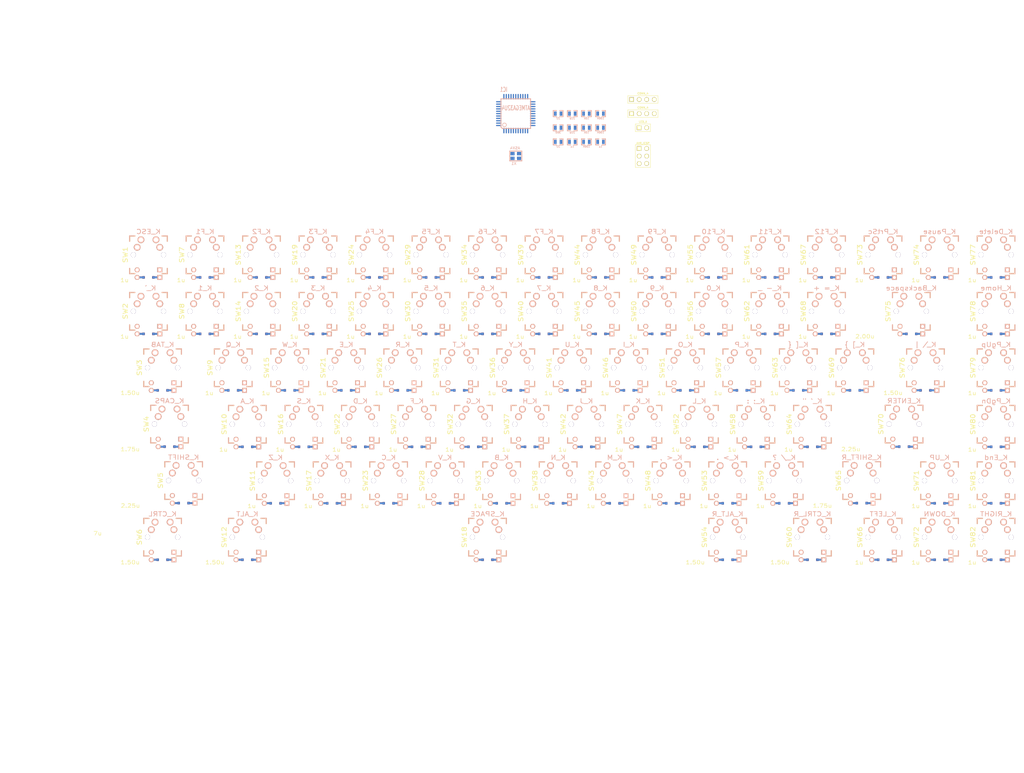
<source format=kicad_pcb>
(kicad_pcb (version 3) (host pcbnew "(2013-05-31 BZR 4019)-stable")
  (layers (15 F.Cu signal) (0 B.Cu signal) (18 B.Paste user) (19 F.Paste user) (20 B.SilkS user) (21 F.SilkS user) (22 B.Mask user) (23 F.Mask user) (28 Edge.Cuts user hide))
  (net 0 "")
  (net 1 /COL0)
  (net 2 /COL1)
  (net 3 /COL10)
  (net 4 /COL11)
  (net 5 /COL12)
  (net 6 /COL13)
  (net 7 /COL14)
  (net 8 /COL2)
  (net 9 /COL3)
  (net 10 /COL4)
  (net 11 /COL5)
  (net 12 /COL6)
  (net 13 /COL7)
  (net 14 /COL8)
  (net 15 /COL9)
  (net 16 /D+)
  (net 17 /D-)
  (net 18 /HWB)
  (net 19 /LED_A)
  (net 20 /MISO)
  (net 21 /MOSI)
  (net 22 /ROW0)
  (net 23 /ROW1)
  (net 24 /ROW4)
  (net 25 /ROW5)
  (net 26 /RST)
  (net 27 /SCL)
  (net 28 /SDA)
  (net 29 /UCap)
  (net 30 /XTAL1)
  (net 31 /XTAL2)
  (net 32 GND)
  (net 33 N-00000101)
  (net 34 N-00000116)
  (net 35 N-00000123)
  (net 36 N-00000126)
  (net 37 N-00000135)
  (net 38 N-00000146)
  (net 39 N-0000080)
  (net 40 N-0000093)
  (net 41 VCC)
  (module TQFP44 (layer B.Cu) (at 190.5 52.3875)
    (fp_text reference IC1 (at -4.064 -8.128) (layer B.SilkS) (effects (font (size 1.524 1.016) (thickness 0.2032)) (justify mirror)))
    (fp_text value ATMEGA32U4 (at 0 -1.905) (layer B.SilkS) (effects (font (size 1.524 1.016) (thickness 0.2032)) (justify mirror)))
    (pad 39 smd oval (at 0 5.715) (size 0.4064 1.89992) (layers B.Cu B.Paste B.Mask) (net 10 /COL4))
    (pad 40 smd oval (at -0.8001 5.715) (size 0.4064 1.89992) (layers B.Cu B.Paste B.Mask) (net 11 /COL5))
    (pad 41 smd oval (at -1.6002 5.715) (size 0.4064 1.89992) (layers B.Cu B.Paste B.Mask) (net 12 /COL6))
    (pad 42 smd oval (at -2.4003 5.715) (size 0.4064 1.89992) (layers B.Cu B.Paste B.Mask))
    (pad 43 smd oval (at -3.2004 5.715) (size 0.4064 1.89992) (layers B.Cu B.Paste B.Mask) (net 32 GND))
    (pad 44 smd oval (at -4.0005 5.715) (size 0.4064 1.89992) (layers B.Cu B.Paste B.Mask) (net 41 VCC))
    (pad 38 smd oval (at 0.8001 5.715) (size 0.4064 1.89992) (layers B.Cu B.Paste B.Mask) (net 9 /COL3))
    (pad 37 smd oval (at 1.6002 5.715) (size 0.4064 1.89992) (layers B.Cu B.Paste B.Mask) (net 8 /COL2))
    (pad 36 smd oval (at 2.4003 5.715) (size 0.4064 1.89992) (layers B.Cu B.Paste B.Mask) (net 2 /COL1))
    (pad 35 smd oval (at 3.2004 5.715) (size 0.4064 1.89992) (layers B.Cu B.Paste B.Mask) (net 32 GND))
    (pad 34 smd oval (at 4.0005 5.715) (size 0.4064 1.89992) (layers B.Cu B.Paste B.Mask) (net 41 VCC))
    (pad 17 smd oval (at 0 -5.715) (size 0.4064 1.89992) (layers B.Cu B.Paste B.Mask) (net 30 /XTAL1))
    (pad 16 smd oval (at -0.8001 -5.715) (size 0.4064 1.89992) (layers B.Cu B.Paste B.Mask) (net 31 /XTAL2))
    (pad 15 smd oval (at -1.6002 -5.715) (size 0.4064 1.89992) (layers B.Cu B.Paste B.Mask) (net 32 GND))
    (pad 14 smd oval (at -2.4003 -5.715) (size 0.4064 1.89992) (layers B.Cu B.Paste B.Mask) (net 41 VCC))
    (pad 13 smd oval (at -3.2004 -5.715) (size 0.4064 1.89992) (layers B.Cu B.Paste B.Mask) (net 26 /RST))
    (pad 12 smd oval (at -4.0005 -5.715) (size 0.4064 1.89992) (layers B.Cu B.Paste B.Mask) (net 24 /ROW4))
    (pad 18 smd oval (at 0.8001 -5.715) (size 0.4064 1.89992) (layers B.Cu B.Paste B.Mask) (net 27 /SCL))
    (pad 19 smd oval (at 1.6002 -5.715) (size 0.4064 1.89992) (layers B.Cu B.Paste B.Mask) (net 28 /SDA))
    (pad 20 smd oval (at 2.4003 -5.715) (size 0.4064 1.89992) (layers B.Cu B.Paste B.Mask) (net 14 /COL8))
    (pad 21 smd oval (at 3.2004 -5.715) (size 0.4064 1.89992) (layers B.Cu B.Paste B.Mask) (net 15 /COL9))
    (pad 22 smd oval (at 4.0005 -5.715) (size 0.4064 1.89992) (layers B.Cu B.Paste B.Mask) (net 3 /COL10))
    (pad 6 smd oval (at -5.715 0) (size 1.89992 0.4064) (layers B.Cu B.Paste B.Mask) (net 29 /UCap))
    (pad 28 smd oval (at 5.715 0) (size 1.89992 0.4064) (layers B.Cu B.Paste B.Mask) (net 7 /COL14))
    (pad 7 smd oval (at -5.715 -0.8001) (size 1.89992 0.4064) (layers B.Cu B.Paste B.Mask) (net 41 VCC))
    (pad 27 smd oval (at 5.715 -0.8001) (size 1.89992 0.4064) (layers B.Cu B.Paste B.Mask) (net 6 /COL13))
    (pad 26 smd oval (at 5.715 -1.6002) (size 1.89992 0.4064) (layers B.Cu B.Paste B.Mask) (net 5 /COL12))
    (pad 8 smd oval (at -5.715 -1.6002) (size 1.89992 0.4064) (layers B.Cu B.Paste B.Mask) (net 22 /ROW0))
    (pad 9 smd oval (at -5.715 -2.4003) (size 1.89992 0.4064) (layers B.Cu B.Paste B.Mask) (net 23 /ROW1))
    (pad 25 smd oval (at 5.715 -2.4003) (size 1.89992 0.4064) (layers B.Cu B.Paste B.Mask) (net 4 /COL11))
    (pad 24 smd oval (at 5.715 -3.2004) (size 1.89992 0.4064) (layers B.Cu B.Paste B.Mask) (net 41 VCC))
    (pad 10 smd oval (at -5.715 -3.2004) (size 1.89992 0.4064) (layers B.Cu B.Paste B.Mask) (net 21 /MOSI))
    (pad 11 smd oval (at -5.715 -4.0005) (size 1.89992 0.4064) (layers B.Cu B.Paste B.Mask) (net 20 /MISO))
    (pad 23 smd oval (at 5.715 -4.0005) (size 1.89992 0.4064) (layers B.Cu B.Paste B.Mask) (net 32 GND))
    (pad 29 smd oval (at 5.715 0.8001) (size 1.89992 0.4064) (layers B.Cu B.Paste B.Mask))
    (pad 5 smd oval (at -5.715 0.8001) (size 1.89992 0.4064) (layers B.Cu B.Paste B.Mask) (net 32 GND))
    (pad 4 smd oval (at -5.715 1.6002) (size 1.89992 0.4064) (layers B.Cu B.Paste B.Mask) (net 16 /D+))
    (pad 30 smd oval (at 5.715 1.6002) (size 1.89992 0.4064) (layers B.Cu B.Paste B.Mask) (net 25 /ROW5))
    (pad 31 smd oval (at 5.715 2.4003) (size 1.89992 0.4064) (layers B.Cu B.Paste B.Mask) (net 19 /LED_A))
    (pad 3 smd oval (at -5.715 2.4003) (size 1.89992 0.4064) (layers B.Cu B.Paste B.Mask) (net 17 /D-))
    (pad 2 smd oval (at -5.715 3.2004) (size 1.89992 0.4064) (layers B.Cu B.Paste B.Mask) (net 41 VCC))
    (pad 32 smd oval (at 5.715 3.2004) (size 1.89992 0.4064) (layers B.Cu B.Paste B.Mask) (net 1 /COL0))
    (pad 33 smd oval (at 5.715 4.0005) (size 1.89992 0.4064) (layers B.Cu B.Paste B.Mask) (net 18 /HWB))
    (pad 1 smd oval (at -5.715 4.0005) (size 1.89992 0.4064) (layers B.Cu B.Paste B.Mask) (net 13 /COL7))
  )
  (module SMD0805 (layer B.Cu) (at 204.7875 57.15)
    (fp_text reference R5 hide)
    (fp_text value 300 (at 0 1.5748) (layer B.SilkS) (effects (font (size 0.635 0.635) (thickness 0.127)) (justify mirror)))
    (pad 1 smd rect (at -0.9525 0) (size 0.889 1.397) (layers B.Cu B.Paste B.Mask) (net 36 N-00000126))
    (pad 2 smd rect (at 0.9525 0) (size 0.889 1.397) (layers B.Cu B.Paste B.Mask) (net 19 /LED_A))
  )
  (module SMD0805 (layer B.Cu) (at 204.7875 52.3875)
    (fp_text reference R2 hide)
    (fp_text value 22 (at 0 1.5748) (layer B.SilkS) (effects (font (size 0.635 0.635) (thickness 0.127)) (justify mirror)))
    (pad 1 smd rect (at -0.9525 0) (size 0.889 1.397) (layers B.Cu B.Paste B.Mask) (net 17 /D-))
    (pad 2 smd rect (at 0.9525 0) (size 0.889 1.397) (layers B.Cu B.Paste B.Mask) (net 17 /D-))
  )
  (module SMD0805 (layer B.Cu) (at 204.7875 61.9125)
    (fp_text reference R3 hide)
    (fp_text value 22 (at 0 1.5748) (layer B.SilkS) (effects (font (size 0.635 0.635) (thickness 0.127)) (justify mirror)))
    (pad 1 smd rect (at -0.9525 0) (size 0.889 1.397) (layers B.Cu B.Paste B.Mask) (net 16 /D+))
    (pad 2 smd rect (at 0.9525 0) (size 0.889 1.397) (layers B.Cu B.Paste B.Mask) (net 16 /D+))
  )
  (module SMD0805 (layer B.Cu) (at 209.55 52.3875)
    (fp_text reference C7 hide)
    (fp_text value 22p (at 0 1.5748) (layer B.SilkS) (effects (font (size 0.635 0.635) (thickness 0.127)) (justify mirror)))
    (pad 1 smd rect (at -0.9525 0) (size 0.889 1.397) (layers B.Cu B.Paste B.Mask) (net 30 /XTAL1))
    (pad 2 smd rect (at 0.9525 0) (size 0.889 1.397) (layers B.Cu B.Paste B.Mask) (net 32 GND))
  )
  (module SMD0805 (layer B.Cu) (at 209.55 57.15)
    (fp_text reference C5 hide)
    (fp_text value 22p (at 0 1.5748) (layer B.SilkS) (effects (font (size 0.635 0.635) (thickness 0.127)) (justify mirror)))
    (pad 1 smd rect (at -0.9525 0) (size 0.889 1.397) (layers B.Cu B.Paste B.Mask) (net 31 /XTAL2))
    (pad 2 smd rect (at 0.9525 0) (size 0.889 1.397) (layers B.Cu B.Paste B.Mask) (net 32 GND))
  )
  (module SMD0805 (layer B.Cu) (at 209.55 61.9125)
    (fp_text reference C6 hide)
    (fp_text value 1u (at 0 1.5748) (layer B.SilkS) (effects (font (size 0.635 0.635) (thickness 0.127)) (justify mirror)))
    (pad 1 smd rect (at -0.9525 0) (size 0.889 1.397) (layers B.Cu B.Paste B.Mask) (net 29 /UCap))
    (pad 2 smd rect (at 0.9525 0) (size 0.889 1.397) (layers B.Cu B.Paste B.Mask) (net 32 GND))
  )
  (module SMD0805 (layer B.Cu) (at 214.3125 52.3875)
    (fp_text reference R4 hide)
    (fp_text value 10k (at 0 1.5748) (layer B.SilkS) (effects (font (size 0.635 0.635) (thickness 0.127)) (justify mirror)))
    (pad 1 smd rect (at -0.9525 0) (size 0.889 1.397) (layers B.Cu B.Paste B.Mask) (net 18 /HWB))
    (pad 2 smd rect (at 0.9525 0) (size 0.889 1.397) (layers B.Cu B.Paste B.Mask) (net 32 GND))
  )
  (module SMD0805 (layer B.Cu) (at 214.3125 57.15)
    (fp_text reference R1 hide)
    (fp_text value 10k (at 0 1.5748) (layer B.SilkS) (effects (font (size 0.635 0.635) (thickness 0.127)) (justify mirror)))
    (pad 1 smd rect (at -0.9525 0) (size 0.889 1.397) (layers B.Cu B.Paste B.Mask) (net 41 VCC))
    (pad 2 smd rect (at 0.9525 0) (size 0.889 1.397) (layers B.Cu B.Paste B.Mask) (net 26 /RST))
  )
  (module SMD0805 (layer B.Cu) (at 214.3125 61.9125)
    (fp_text reference C4 hide)
    (fp_text value 100n (at 0 1.5748) (layer B.SilkS) (effects (font (size 0.635 0.635) (thickness 0.127)) (justify mirror)))
    (pad 1 smd rect (at -0.9525 0) (size 0.889 1.397) (layers B.Cu B.Paste B.Mask) (net 41 VCC))
    (pad 2 smd rect (at 0.9525 0) (size 0.889 1.397) (layers B.Cu B.Paste B.Mask) (net 32 GND))
  )
  (module SMD0805 (layer B.Cu) (at 219.075 52.3875)
    (fp_text reference C3 hide)
    (fp_text value 100n (at 0 1.5748) (layer B.SilkS) (effects (font (size 0.635 0.635) (thickness 0.127)) (justify mirror)))
    (pad 1 smd rect (at -0.9525 0) (size 0.889 1.397) (layers B.Cu B.Paste B.Mask) (net 41 VCC))
    (pad 2 smd rect (at 0.9525 0) (size 0.889 1.397) (layers B.Cu B.Paste B.Mask) (net 32 GND))
  )
  (module SMD0805 (layer B.Cu) (at 219.075 57.15)
    (fp_text reference C2 hide)
    (fp_text value 100n (at 0 1.5748) (layer B.SilkS) (effects (font (size 0.635 0.635) (thickness 0.127)) (justify mirror)))
    (pad 1 smd rect (at -0.9525 0) (size 0.889 1.397) (layers B.Cu B.Paste B.Mask) (net 41 VCC))
    (pad 2 smd rect (at 0.9525 0) (size 0.889 1.397) (layers B.Cu B.Paste B.Mask) (net 32 GND))
  )
  (module SMD0805 (layer B.Cu) (at 219.075 61.9125)
    (fp_text reference C1 hide)
    (fp_text value 1u (at 0 1.5748) (layer B.SilkS) (effects (font (size 0.635 0.635) (thickness 0.127)) (justify mirror)))
    (pad 1 smd rect (at -0.9525 0) (size 0.889 1.397) (layers B.Cu B.Paste B.Mask) (net 41 VCC))
    (pad 2 smd rect (at 0.9525 0) (size 0.889 1.397) (layers B.Cu B.Paste B.Mask) (net 32 GND))
  )
  (module pinHeader-4x1 (layer F.Cu) (at 233.3625 47.625)
    (fp_text reference P2 hide)
    (fp_text value CONN_4 (at 0 -2.032) (layer F.SilkS) (effects (font (size 0.63246 0.63246) (thickness 0.15748))))
    (pad 1 thru_hole rect (at -3.81 0) (size 1.524 1.524) (drill 1.016) (layers *.Cu *.Mask F.SilkS) (net 32 GND))
    (pad 2 thru_hole circle (at -1.27 0) (size 1.524 1.524) (drill 1.016) (layers *.Cu *.Mask F.SilkS) (net 27 /SCL))
    (pad 4 thru_hole circle (at 3.81 0) (size 1.524 1.524) (drill 1.016) (layers *.Cu *.Mask F.SilkS) (net 41 VCC))
    (pad 3 thru_hole circle (at 1.27 0) (size 1.524 1.524) (drill 1.016) (layers *.Cu *.Mask F.SilkS) (net 28 /SDA))
  )
  (module pinHeader-4x1 (layer F.Cu) (at 233.3625 52.3875)
    (fp_text reference P1 hide)
    (fp_text value CONN_4 (at 0 -2.032) (layer F.SilkS) (effects (font (size 0.63246 0.63246) (thickness 0.15748))))
    (pad 1 thru_hole rect (at -3.81 0) (size 1.524 1.524) (drill 1.016) (layers *.Cu *.Mask F.SilkS) (net 32 GND))
    (pad 2 thru_hole circle (at -1.27 0) (size 1.524 1.524) (drill 1.016) (layers *.Cu *.Mask F.SilkS) (net 16 /D+))
    (pad 4 thru_hole circle (at 3.81 0) (size 1.524 1.524) (drill 1.016) (layers *.Cu *.Mask F.SilkS) (net 41 VCC))
    (pad 3 thru_hole circle (at 1.27 0) (size 1.524 1.524) (drill 1.016) (layers *.Cu *.Mask F.SilkS) (net 17 /D-))
  )
  (module pinHeader-2x1 (layer F.Cu) (at 233.3625 57.15)
    (fp_text reference L1 hide)
    (fp_text value LED_A (at 0 -2.032) (layer F.SilkS) (effects (font (size 0.63246 0.63246) (thickness 0.15748))))
    (pad 1 thru_hole rect (at -1.27 0) (size 1.524 1.524) (drill 1.016) (layers *.Cu *.Mask F.SilkS) (net 36 N-00000126))
    (pad 2 thru_hole circle (at 1.27 0) (size 1.524 1.524) (drill 1.016) (layers *.Cu *.Mask F.SilkS) (net 32 GND))
  )
  (module AVR_ICSP (layer F.Cu) (at 233.3625 66.675)
    (fp_text reference K1 hide)
    (fp_text value AVR_ICSP (at 0 -4.318) (layer F.SilkS) (effects (font (size 0.63246 0.63246) (thickness 0.15748))))
    (pad 6 thru_hole circle (at 1.27 2.54) (size 1.524 1.524) (drill 1.016) (layers *.Cu *.Mask F.SilkS) (net 32 GND))
    (pad 4 thru_hole circle (at 1.27254 0.0254) (size 1.524 1.524) (drill 1.016) (layers *.Cu *.Mask F.SilkS) (net 21 /MOSI))
    (pad 2 thru_hole oval (at 1.27254 -2.5146) (size 1.524 1.524) (drill 1.016) (layers *.Cu *.Mask F.SilkS) (net 41 VCC))
    (pad 1 thru_hole rect (at -1.26746 -2.5146) (size 1.524 1.524) (drill 1.016) (layers *.Cu *.Mask F.SilkS) (net 20 /MISO))
    (pad 3 thru_hole circle (at -1.26746 0.0254 270) (size 1.524 1.524) (drill 1.016) (layers *.Cu *.Mask F.SilkS) (net 23 /ROW1))
    (pad 5 thru_hole circle (at -1.26746 2.5654) (size 1.524 1.524) (drill 1.016) (layers *.Cu *.Mask F.SilkS) (net 26 /RST))
  )
  (module ASX3F (layer B.Cu) (at 190.5 66.675)
    (fp_text reference X1 (at -0.635 2.54) (layer B.SilkS) (effects (font (size 0.9 0.9)) (justify mirror)))
    (fp_text value ASX4 (at -0.254 -2.667) (layer B.SilkS) (effects (font (size 0.9 0.9)) (justify mirror)))
    (pad 4 smd rect (at -1.09982 0.8001) (size 1.39954 1.15062) (layers B.Cu B.Paste B.Mask) (net 32 GND))
    (pad 3 smd rect (at 1.09982 0.8001) (size 1.39954 1.15062) (layers B.Cu B.Paste B.Mask) (net 30 /XTAL1))
    (pad 1 smd rect (at -1.09982 -0.8001) (size 1.39954 1.15062) (layers B.Cu B.Paste B.Mask) (net 31 /XTAL2))
    (pad 2 smd rect (at 1.09982 -0.8001) (size 1.39954 1.15062) (layers B.Cu B.Paste B.Mask) (net 32 GND))
  )
  (module FR_150H (layer F.Cu) (at 57.15 128.5875)
    (fp_text reference FR_150H hide)
    (fp_text value 1.50u (at 3.3528 18.0213) (layer F.SilkS) (effects (font (size 1.27 1.524) (thickness 0.2032))))
  )
  (module FR_150H (layer F.Cu) (at 57.15 185.7375)
    (fp_text reference FR_150H hide)
    (fp_text value 1.50u (at 3.3528 18.0213) (layer F.SilkS) (effects (font (size 1.27 1.524) (thickness 0.2032))))
  )
  (module FR_150H (layer F.Cu) (at 85.725 185.7375)
    (fp_text reference FR_150H hide)
    (fp_text value 1.50u (at 3.3528 18.0213) (layer F.SilkS) (effects (font (size 1.27 1.524) (thickness 0.2032))))
  )
  (module FR_150H (layer F.Cu) (at 314.325 128.5875)
    (fp_text reference FR_150H hide)
    (fp_text value 1.50u (at 3.3528 18.0213) (layer F.SilkS) (effects (font (size 1.27 1.524) (thickness 0.2032))))
  )
  (module FR_200H (layer F.Cu) (at 304.8 109.5375)
    (fp_text reference FR_200H hide)
    (fp_text value 2.00u (at 3.4163 18.0213) (layer F.SilkS) (effects (font (size 1.27 1.524) (thickness 0.2032))))
  )
  (module FR_225H (layer F.Cu) (at 300.0375 147.6375)
    (fp_text reference FR_225H hide)
    (fp_text value 2.25u (at 3.43408 17.96796) (layer F.SilkS) (effects (font (size 1.27 1.524) (thickness 0.2032))))
  )
  (module FR_225H (layer F.Cu) (at 57.15 166.6875)
    (fp_text reference FR_225H hide)
    (fp_text value 2.25u (at 3.43408 17.96796) (layer F.SilkS) (effects (font (size 1.27 1.524) (thickness 0.2032))))
  )
  (module FR_175H (layer F.Cu) (at 57.15 147.6375)
    (fp_text reference FR_175H hide)
    (fp_text value 1.75u (at 3.3655 17.9832) (layer F.SilkS) (effects (font (size 1.27 1.524) (thickness 0.2032))))
  )
  (module FR_175H (layer F.Cu) (at 290.5125 166.6875)
    (fp_text reference FR_175H hide)
    (fp_text value 1.75u (at 3.3655 17.9832) (layer F.SilkS) (effects (font (size 1.27 1.524) (thickness 0.2032))))
  )
  (module FR_150H (layer F.Cu) (at 247.65 185.7375)
    (fp_text reference FR_150H hide)
    (fp_text value 1.50u (at 3.3528 18.0213) (layer F.SilkS) (effects (font (size 1.27 1.524) (thickness 0.2032))))
  )
  (module FR_150H (layer F.Cu) (at 276.225 185.7375)
    (fp_text reference FR_150H hide)
    (fp_text value 1.50u (at 3.3528 18.0213) (layer F.SilkS) (effects (font (size 1.27 1.524) (thickness 0.2032))))
  )
  (module FR_100H (layer F.Cu) (at 271.4625 166.6875)
    (fp_text reference FR_100H hide)
    (fp_text value 1u (at 1.4605 18.0975) (layer F.SilkS) (effects (font (size 1.27 1.524) (thickness 0.2032))))
  )
  (module FR_100H (layer F.Cu) (at 304.8 185.7375)
    (fp_text reference FR_100H hide)
    (fp_text value 1u (at 1.4605 18.0975) (layer F.SilkS) (effects (font (size 1.27 1.524) (thickness 0.2032))))
  )
  (module FR_100H (layer F.Cu) (at 280.9875 147.6375)
    (fp_text reference FR_100H hide)
    (fp_text value 1u (at 1.4605 18.0975) (layer F.SilkS) (effects (font (size 1.27 1.524) (thickness 0.2032))))
  )
  (module FR_100H (layer F.Cu) (at 295.275 128.5875)
    (fp_text reference FR_100H hide)
    (fp_text value 1u (at 1.4605 18.0975) (layer F.SilkS) (effects (font (size 1.27 1.524) (thickness 0.2032))))
  )
  (module FR_100H (layer F.Cu) (at 285.75 109.5375)
    (fp_text reference FR_100H hide)
    (fp_text value 1u (at 1.4605 18.0975) (layer F.SilkS) (effects (font (size 1.27 1.524) (thickness 0.2032))))
  )
  (module FR_100H (layer F.Cu) (at 304.8 90.4875)
    (fp_text reference FR_100H hide)
    (fp_text value 1u (at 1.4605 18.0975) (layer F.SilkS) (effects (font (size 1.27 1.524) (thickness 0.2032))))
  )
  (module FR_100H (layer F.Cu) (at 342.9 185.7375)
    (fp_text reference FR_100H hide)
    (fp_text value 1u (at 1.4605 18.0975) (layer F.SilkS) (effects (font (size 1.27 1.524) (thickness 0.2032))))
  )
  (module FR_100H (layer F.Cu) (at 323.85 185.7375)
    (fp_text reference FR_100H hide)
    (fp_text value 1u (at 1.4605 18.0975) (layer F.SilkS) (effects (font (size 1.27 1.524) (thickness 0.2032))))
  )
  (module FR_100H (layer F.Cu) (at 342.9 166.6875)
    (fp_text reference FR_100H hide)
    (fp_text value 1u (at 1.4605 18.0975) (layer F.SilkS) (effects (font (size 1.27 1.524) (thickness 0.2032))))
  )
  (module FR_100H (layer F.Cu) (at 323.85 166.6875)
    (fp_text reference FR_100H hide)
    (fp_text value 1u (at 1.4605 18.0975) (layer F.SilkS) (effects (font (size 1.27 1.524) (thickness 0.2032))))
  )
  (module FR_100H (layer F.Cu) (at 342.9 147.6375)
    (fp_text reference FR_100H hide)
    (fp_text value 1u (at 1.4605 18.0975) (layer F.SilkS) (effects (font (size 1.27 1.524) (thickness 0.2032))))
  )
  (module FR_100H (layer F.Cu) (at 342.9 128.5875)
    (fp_text reference FR_100H hide)
    (fp_text value 1u (at 1.4605 18.0975) (layer F.SilkS) (effects (font (size 1.27 1.524) (thickness 0.2032))))
  )
  (module FR_100H (layer F.Cu) (at 252.4125 166.6875)
    (fp_text reference FR_100H hide)
    (fp_text value 1u (at 1.4605 18.0975) (layer F.SilkS) (effects (font (size 1.27 1.524) (thickness 0.2032))))
  )
  (module FR_100H (layer F.Cu) (at 161.925 128.5875)
    (fp_text reference FR_100H hide)
    (fp_text value 1u (at 1.4605 18.0975) (layer F.SilkS) (effects (font (size 1.27 1.524) (thickness 0.2032))))
  )
  (module FR_100H (layer F.Cu) (at 142.875 128.5875)
    (fp_text reference FR_100H hide)
    (fp_text value 1u (at 1.4605 18.0975) (layer F.SilkS) (effects (font (size 1.27 1.524) (thickness 0.2032))))
  )
  (module FR_100H (layer F.Cu) (at 123.825 128.5875)
    (fp_text reference FR_100H hide)
    (fp_text value 1u (at 1.4605 18.0975) (layer F.SilkS) (effects (font (size 1.27 1.524) (thickness 0.2032))))
  )
  (module FR_100H (layer F.Cu) (at 104.775 128.5875)
    (fp_text reference FR_100H hide)
    (fp_text value 1u (at 1.4605 18.0975) (layer F.SilkS) (effects (font (size 1.27 1.524) (thickness 0.2032))))
  )
  (module FR_100H (layer F.Cu) (at 85.725 128.5875)
    (fp_text reference FR_100H hide)
    (fp_text value 1u (at 1.4605 18.0975) (layer F.SilkS) (effects (font (size 1.27 1.524) (thickness 0.2032))))
  )
  (module FR_100H (layer F.Cu) (at 342.9 90.4875)
    (fp_text reference FR_100H hide)
    (fp_text value 1u (at 1.4605 18.0975) (layer F.SilkS) (effects (font (size 1.27 1.524) (thickness 0.2032))))
  )
  (module FR_100H (layer F.Cu) (at 323.85 90.4875)
    (fp_text reference FR_100H hide)
    (fp_text value 1u (at 1.4605 18.0975) (layer F.SilkS) (effects (font (size 1.27 1.524) (thickness 0.2032))))
  )
  (module FR_100H (layer F.Cu) (at 285.75 90.4875)
    (fp_text reference FR_100H hide)
    (fp_text value 1u (at 1.4605 18.0975) (layer F.SilkS) (effects (font (size 1.27 1.524) (thickness 0.2032))))
  )
  (module FR_100H (layer F.Cu) (at 266.7 90.4875)
    (fp_text reference FR_100H hide)
    (fp_text value 1u (at 1.4605 18.0975) (layer F.SilkS) (effects (font (size 1.27 1.524) (thickness 0.2032))))
  )
  (module FR_100H (layer F.Cu) (at 247.65 90.4875)
    (fp_text reference FR_100H hide)
    (fp_text value 1u (at 1.4605 18.0975) (layer F.SilkS) (effects (font (size 1.27 1.524) (thickness 0.2032))))
  )
  (module FR_100H (layer F.Cu) (at 228.6 90.4875)
    (fp_text reference FR_100H hide)
    (fp_text value 1u (at 1.4605 18.0975) (layer F.SilkS) (effects (font (size 1.27 1.524) (thickness 0.2032))))
  )
  (module FR_100H (layer F.Cu) (at 209.55 90.4875)
    (fp_text reference FR_100H hide)
    (fp_text value 1u (at 1.4605 18.0975) (layer F.SilkS) (effects (font (size 1.27 1.524) (thickness 0.2032))))
  )
  (module FR_100H (layer F.Cu) (at 190.5 90.4875)
    (fp_text reference FR_100H hide)
    (fp_text value 1u (at 1.4605 18.0975) (layer F.SilkS) (effects (font (size 1.27 1.524) (thickness 0.2032))))
  )
  (module FR_100H (layer F.Cu) (at 171.45 90.4875)
    (fp_text reference FR_100H hide)
    (fp_text value 1u (at 1.4605 18.0975) (layer F.SilkS) (effects (font (size 1.27 1.524) (thickness 0.2032))))
  )
  (module FR_100H (layer F.Cu) (at 152.4 90.4875)
    (fp_text reference FR_100H hide)
    (fp_text value 1u (at 1.4605 18.0975) (layer F.SilkS) (effects (font (size 1.27 1.524) (thickness 0.2032))))
  )
  (module FR_100H (layer F.Cu) (at 133.35 90.4875)
    (fp_text reference FR_100H hide)
    (fp_text value 1u (at 1.4605 18.0975) (layer F.SilkS) (effects (font (size 1.27 1.524) (thickness 0.2032))))
  )
  (module FR_100H (layer F.Cu) (at 114.3 90.4875)
    (fp_text reference FR_100H hide)
    (fp_text value 1u (at 1.4605 18.0975) (layer F.SilkS) (effects (font (size 1.27 1.524) (thickness 0.2032))))
  )
  (module FR_100H (layer F.Cu) (at 95.25 90.4875)
    (fp_text reference FR_100H hide)
    (fp_text value 1u (at 1.4605 18.0975) (layer F.SilkS) (effects (font (size 1.27 1.524) (thickness 0.2032))))
  )
  (module FR_100H (layer F.Cu) (at 76.2 90.4875)
    (fp_text reference FR_100H hide)
    (fp_text value 1u (at 1.4605 18.0975) (layer F.SilkS) (effects (font (size 1.27 1.524) (thickness 0.2032))))
  )
  (module FR_100H (layer F.Cu) (at 57.15 90.4875)
    (fp_text reference FR_100H hide)
    (fp_text value 1u (at 1.4605 18.0975) (layer F.SilkS) (effects (font (size 1.27 1.524) (thickness 0.2032))))
  )
  (module FR_100H (layer F.Cu) (at 57.15 109.5375)
    (fp_text reference FR_100H hide)
    (fp_text value 1u (at 1.4605 18.0975) (layer F.SilkS) (effects (font (size 1.27 1.524) (thickness 0.2032))))
  )
  (module FR_100H (layer F.Cu) (at 76.2 109.5375)
    (fp_text reference FR_100H hide)
    (fp_text value 1u (at 1.4605 18.0975) (layer F.SilkS) (effects (font (size 1.27 1.524) (thickness 0.2032))))
  )
  (module FR_100H (layer F.Cu) (at 95.25 109.5375)
    (fp_text reference FR_100H hide)
    (fp_text value 1u (at 1.4605 18.0975) (layer F.SilkS) (effects (font (size 1.27 1.524) (thickness 0.2032))))
  )
  (module FR_100H (layer F.Cu) (at 114.3 109.5375)
    (fp_text reference FR_100H hide)
    (fp_text value 1u (at 1.4605 18.0975) (layer F.SilkS) (effects (font (size 1.27 1.524) (thickness 0.2032))))
  )
  (module FR_100H (layer F.Cu) (at 133.35 109.5375)
    (fp_text reference FR_100H hide)
    (fp_text value 1u (at 1.4605 18.0975) (layer F.SilkS) (effects (font (size 1.27 1.524) (thickness 0.2032))))
  )
  (module FR_100H (layer F.Cu) (at 152.4 109.5375)
    (fp_text reference FR_100H hide)
    (fp_text value 1u (at 1.4605 18.0975) (layer F.SilkS) (effects (font (size 1.27 1.524) (thickness 0.2032))))
  )
  (module FR_100H (layer F.Cu) (at 171.45 109.5375)
    (fp_text reference FR_100H hide)
    (fp_text value 1u (at 1.4605 18.0975) (layer F.SilkS) (effects (font (size 1.27 1.524) (thickness 0.2032))))
  )
  (module FR_100H (layer F.Cu) (at 190.5 109.5375)
    (fp_text reference FR_100H hide)
    (fp_text value 1u (at 1.4605 18.0975) (layer F.SilkS) (effects (font (size 1.27 1.524) (thickness 0.2032))))
  )
  (module FR_100H (layer F.Cu) (at 209.55 109.5375)
    (fp_text reference FR_100H hide)
    (fp_text value 1u (at 1.4605 18.0975) (layer F.SilkS) (effects (font (size 1.27 1.524) (thickness 0.2032))))
  )
  (module FR_100H (layer F.Cu) (at 228.6 109.5375)
    (fp_text reference FR_100H hide)
    (fp_text value 1u (at 1.4605 18.0975) (layer F.SilkS) (effects (font (size 1.27 1.524) (thickness 0.2032))))
  )
  (module FR_100H (layer F.Cu) (at 247.65 109.5375)
    (fp_text reference FR_100H hide)
    (fp_text value 1u (at 1.4605 18.0975) (layer F.SilkS) (effects (font (size 1.27 1.524) (thickness 0.2032))))
  )
  (module FR_100H (layer F.Cu) (at 266.7 109.5375)
    (fp_text reference FR_100H hide)
    (fp_text value 1u (at 1.4605 18.0975) (layer F.SilkS) (effects (font (size 1.27 1.524) (thickness 0.2032))))
  )
  (module FR_100H (layer F.Cu) (at 342.9 109.5375)
    (fp_text reference FR_100H hide)
    (fp_text value 1u (at 1.4605 18.0975) (layer F.SilkS) (effects (font (size 1.27 1.524) (thickness 0.2032))))
  )
  (module FR_100H (layer F.Cu) (at 180.975 128.5875)
    (fp_text reference FR_100H hide)
    (fp_text value 1u (at 1.4605 18.0975) (layer F.SilkS) (effects (font (size 1.27 1.524) (thickness 0.2032))))
  )
  (module FR_100H (layer F.Cu) (at 200.025 128.5875)
    (fp_text reference FR_100H hide)
    (fp_text value 1u (at 1.4605 18.0975) (layer F.SilkS) (effects (font (size 1.27 1.524) (thickness 0.2032))))
  )
  (module FR_100H (layer F.Cu) (at 219.075 128.5875)
    (fp_text reference FR_100H hide)
    (fp_text value 1u (at 1.4605 18.0975) (layer F.SilkS) (effects (font (size 1.27 1.524) (thickness 0.2032))))
  )
  (module FR_100H (layer F.Cu) (at 238.125 128.5875)
    (fp_text reference FR_100H hide)
    (fp_text value 1u (at 1.4605 18.0975) (layer F.SilkS) (effects (font (size 1.27 1.524) (thickness 0.2032))))
  )
  (module FR_100H (layer F.Cu) (at 90.4875 147.6375)
    (fp_text reference FR_100H hide)
    (fp_text value 1u (at 1.4605 18.0975) (layer F.SilkS) (effects (font (size 1.27 1.524) (thickness 0.2032))))
  )
  (module FR_100H (layer F.Cu) (at 109.5375 147.6375)
    (fp_text reference FR_100H hide)
    (fp_text value 1u (at 1.4605 18.0975) (layer F.SilkS) (effects (font (size 1.27 1.524) (thickness 0.2032))))
  )
  (module FR_100H (layer F.Cu) (at 128.5875 147.6375)
    (fp_text reference FR_100H hide)
    (fp_text value 1u (at 1.4605 18.0975) (layer F.SilkS) (effects (font (size 1.27 1.524) (thickness 0.2032))))
  )
  (module FR_100H (layer F.Cu) (at 147.6375 147.6375)
    (fp_text reference FR_100H hide)
    (fp_text value 1u (at 1.4605 18.0975) (layer F.SilkS) (effects (font (size 1.27 1.524) (thickness 0.2032))))
  )
  (module FR_100H (layer F.Cu) (at 166.6875 147.6375)
    (fp_text reference FR_100H hide)
    (fp_text value 1u (at 1.4605 18.0975) (layer F.SilkS) (effects (font (size 1.27 1.524) (thickness 0.2032))))
  )
  (module FR_100H (layer F.Cu) (at 185.7375 147.6375)
    (fp_text reference FR_100H hide)
    (fp_text value 1u (at 1.4605 18.0975) (layer F.SilkS) (effects (font (size 1.27 1.524) (thickness 0.2032))))
  )
  (module FR_100H (layer F.Cu) (at 204.7875 147.6375)
    (fp_text reference FR_100H hide)
    (fp_text value 1u (at 1.4605 18.0975) (layer F.SilkS) (effects (font (size 1.27 1.524) (thickness 0.2032))))
  )
  (module FR_100H (layer F.Cu) (at 223.8375 147.6375)
    (fp_text reference FR_100H hide)
    (fp_text value 1u (at 1.4605 18.0975) (layer F.SilkS) (effects (font (size 1.27 1.524) (thickness 0.2032))))
  )
  (module FR_100H (layer F.Cu) (at 100.0125 166.6875)
    (fp_text reference FR_100H hide)
    (fp_text value 1u (at 1.4605 18.0975) (layer F.SilkS) (effects (font (size 1.27 1.524) (thickness 0.2032))))
  )
  (module FR_100H (layer F.Cu) (at 119.0625 166.6875)
    (fp_text reference FR_100H hide)
    (fp_text value 1u (at 1.4605 18.0975) (layer F.SilkS) (effects (font (size 1.27 1.524) (thickness 0.2032))))
  )
  (module FR_100H (layer F.Cu) (at 138.1125 166.6875)
    (fp_text reference FR_100H hide)
    (fp_text value 1u (at 1.4605 18.0975) (layer F.SilkS) (effects (font (size 1.27 1.524) (thickness 0.2032))))
  )
  (module FR_100H (layer F.Cu) (at 157.1625 166.6875)
    (fp_text reference FR_100H hide)
    (fp_text value 1u (at 1.4605 18.0975) (layer F.SilkS) (effects (font (size 1.27 1.524) (thickness 0.2032))))
  )
  (module FR_100H (layer F.Cu) (at 176.2125 166.6875)
    (fp_text reference FR_100H hide)
    (fp_text value 1u (at 1.4605 18.0975) (layer F.SilkS) (effects (font (size 1.27 1.524) (thickness 0.2032))))
  )
  (module FR_100H (layer F.Cu) (at 195.2625 166.6875)
    (fp_text reference FR_100H hide)
    (fp_text value 1u (at 1.4605 18.0975) (layer F.SilkS) (effects (font (size 1.27 1.524) (thickness 0.2032))))
  )
  (module FR_100H (layer F.Cu) (at 214.3125 166.6875)
    (fp_text reference FR_100H hide)
    (fp_text value 1u (at 1.4605 18.0975) (layer F.SilkS) (effects (font (size 1.27 1.524) (thickness 0.2032))))
  )
  (module FR_100H (layer F.Cu) (at 233.3625 166.6875)
    (fp_text reference FR_100H hide)
    (fp_text value 1u (at 1.4605 18.0975) (layer F.SilkS) (effects (font (size 1.27 1.524) (thickness 0.2032))))
  )
  (module FR_100H (layer F.Cu) (at 257.175 128.5875)
    (fp_text reference FR_100H hide)
    (fp_text value 1u (at 1.4605 18.0975) (layer F.SilkS) (effects (font (size 1.27 1.524) (thickness 0.2032))))
  )
  (module FR_100H (layer F.Cu) (at 276.225 128.5875)
    (fp_text reference FR_100H hide)
    (fp_text value 1u (at 1.4605 18.0975) (layer F.SilkS) (effects (font (size 1.27 1.524) (thickness 0.2032))))
  )
  (module FR_100H (layer F.Cu) (at 242.8875 147.6375)
    (fp_text reference FR_100H hide)
    (fp_text value 1u (at 1.4605 18.0975) (layer F.SilkS) (effects (font (size 1.27 1.524) (thickness 0.2032))))
  )
  (module FR_100H (layer F.Cu) (at 261.9375 147.6375)
    (fp_text reference FR_100H hide)
    (fp_text value 1u (at 1.4605 18.0975) (layer F.SilkS) (effects (font (size 1.27 1.524) (thickness 0.2032))))
  )
  (module MXALPS_DIODE (layer F.Cu) (at 180.975 195.2625)
    (fp_text reference SW18 (at -7.8105 0 90) (layer F.SilkS) (effects (font (size 1.524 1.778) (thickness 0.254))))
    (fp_text value K_SPACE (at 0 -7.8105) (layer B.SilkS) (effects (font (size 1.524 1.778) (thickness 0.254)) (justify mirror)))
    (fp_line (start -3.81 7.62) (end -1.6637 7.62) (layer B.Cu) (width 0.6096))
    (fp_line (start 1.6637 7.62) (end 3.81 7.62) (layer B.Cu) (width 0.6096))
    (fp_line (start -3.81 7.62) (end -1.6637 7.62) (layer F.Cu) (width 0.6096))
    (fp_line (start 1.6637 7.62) (end 3.81 7.62) (layer F.Cu) (width 0.6096))
    (pad 1 thru_hole circle (at 2.54 -5.08) (size 2.286 2.286) (drill 1.4986) (layers *.Cu *.SilkS *.Mask) (net 22 /ROW0))
    (pad 2 thru_hole circle (at -3.81 -2.54) (size 2.286 2.286) (drill 1.4986) (layers *.Cu *.SilkS *.Mask))
    (pad 0 np_thru_hole circle (at 0 0) (size 3.9878 3.9878) (drill 3.9878) (layers *.Cu))
    (pad 0 thru_hole circle (at -5.08 0) (size 1.7018 1.7018) (drill 1.7018) (layers *.Cu))
    (pad 0 thru_hole circle (at 5.08 0) (size 1.7018 1.7018) (drill 1.7018) (layers *.Cu))
    (pad 1 thru_hole circle (at 3.81 -2.54) (size 2.286 2.286) (drill 1.4986) (layers *.Cu *.SilkS *.Mask) (net 22 /ROW0))
    (pad 2 thru_hole circle (at -2.54 -5.08) (size 2.286 2.286) (drill 1.4986) (layers *.Cu *.SilkS *.Mask))
    (pad 3 thru_hole circle (at -3.81 5.08) (size 1.651 1.651) (drill 0.9906) (layers *.Cu *.SilkS *.Mask))
    (pad 4 thru_hole rect (at 3.81 5.08) (size 1.651 1.651) (drill 0.9906) (layers *.Cu *.SilkS *.Mask) (net 8 /COL2))
    (pad 3 thru_hole circle (at -3.81 7.62) (size 1.651 1.651) (drill 0.9906) (layers *.Cu *.SilkS *.Mask))
    (pad 4 thru_hole rect (at 3.81 7.62) (size 1.651 1.651) (drill 0.9906) (layers *.Cu *.SilkS *.Mask) (net 8 /COL2))
    (pad 99 smd rect (at -1.6637 7.62) (size 0.8382 0.8382) (layers F.Cu F.Paste F.Mask))
    (pad 99 smd rect (at -1.6637 7.62) (size 0.8382 0.8382) (layers B.Cu B.Paste B.Mask))
    (pad 99 smd rect (at 1.6637 7.62) (size 0.8382 0.8382) (layers F.Cu F.Paste F.Mask))
    (pad 99 smd rect (at 1.6637 7.62) (size 0.8382 0.8382) (layers B.Cu B.Paste B.Mask))
  )
  (module MXALPS_DIODE (layer F.Cu) (at 219.075 119.0625)
    (fp_text reference SW45 (at -7.8105 0 90) (layer F.SilkS) (effects (font (size 1.524 1.778) (thickness 0.254))))
    (fp_text value K_8 (at 0 -7.8105) (layer B.SilkS) (effects (font (size 1.524 1.778) (thickness 0.254)) (justify mirror)))
    (fp_line (start -3.81 7.62) (end -1.6637 7.62) (layer B.Cu) (width 0.6096))
    (fp_line (start 1.6637 7.62) (end 3.81 7.62) (layer B.Cu) (width 0.6096))
    (fp_line (start -3.81 7.62) (end -1.6637 7.62) (layer F.Cu) (width 0.6096))
    (fp_line (start 1.6637 7.62) (end 3.81 7.62) (layer F.Cu) (width 0.6096))
    (pad 1 thru_hole circle (at 2.54 -5.08) (size 2.286 2.286) (drill 1.4986) (layers *.Cu *.SilkS *.Mask) (net 24 /ROW4))
    (pad 2 thru_hole circle (at -3.81 -2.54) (size 2.286 2.286) (drill 1.4986) (layers *.Cu *.SilkS *.Mask))
    (pad 0 np_thru_hole circle (at 0 0) (size 3.9878 3.9878) (drill 3.9878) (layers *.Cu))
    (pad 0 thru_hole circle (at -5.08 0) (size 1.7018 1.7018) (drill 1.7018) (layers *.Cu))
    (pad 0 thru_hole circle (at 5.08 0) (size 1.7018 1.7018) (drill 1.7018) (layers *.Cu))
    (pad 1 thru_hole circle (at 3.81 -2.54) (size 2.286 2.286) (drill 1.4986) (layers *.Cu *.SilkS *.Mask) (net 24 /ROW4))
    (pad 2 thru_hole circle (at -2.54 -5.08) (size 2.286 2.286) (drill 1.4986) (layers *.Cu *.SilkS *.Mask))
    (pad 3 thru_hole circle (at -3.81 5.08) (size 1.651 1.651) (drill 0.9906) (layers *.Cu *.SilkS *.Mask))
    (pad 4 thru_hole rect (at 3.81 5.08) (size 1.651 1.651) (drill 0.9906) (layers *.Cu *.SilkS *.Mask) (net 14 /COL8))
    (pad 3 thru_hole circle (at -3.81 7.62) (size 1.651 1.651) (drill 0.9906) (layers *.Cu *.SilkS *.Mask))
    (pad 4 thru_hole rect (at 3.81 7.62) (size 1.651 1.651) (drill 0.9906) (layers *.Cu *.SilkS *.Mask) (net 14 /COL8))
    (pad 99 smd rect (at -1.6637 7.62) (size 0.8382 0.8382) (layers F.Cu F.Paste F.Mask))
    (pad 99 smd rect (at -1.6637 7.62) (size 0.8382 0.8382) (layers B.Cu B.Paste B.Mask))
    (pad 99 smd rect (at 1.6637 7.62) (size 0.8382 0.8382) (layers F.Cu F.Paste F.Mask))
    (pad 99 smd rect (at 1.6637 7.62) (size 0.8382 0.8382) (layers B.Cu B.Paste B.Mask))
  )
  (module MXALPS_DIODE (layer F.Cu) (at 307.13 176.16)
    (fp_text reference SW65 (at -7.8105 0 90) (layer F.SilkS) (effects (font (size 1.524 1.778) (thickness 0.254))))
    (fp_text value K_SHIFT_R (at 0 -7.8105) (layer B.SilkS) (effects (font (size 1.524 1.778) (thickness 0.254)) (justify mirror)))
    (fp_line (start -3.81 7.62) (end -1.6637 7.62) (layer B.Cu) (width 0.6096))
    (fp_line (start 1.6637 7.62) (end 3.81 7.62) (layer B.Cu) (width 0.6096))
    (fp_line (start -3.81 7.62) (end -1.6637 7.62) (layer F.Cu) (width 0.6096))
    (fp_line (start 1.6637 7.62) (end 3.81 7.62) (layer F.Cu) (width 0.6096))
    (pad 1 thru_hole circle (at 2.54 -5.08) (size 2.286 2.286) (drill 1.4986) (layers *.Cu *.SilkS *.Mask) (net 23 /ROW1))
    (pad 2 thru_hole circle (at -3.81 -2.54) (size 2.286 2.286) (drill 1.4986) (layers *.Cu *.SilkS *.Mask))
    (pad 0 np_thru_hole circle (at 0 0) (size 3.9878 3.9878) (drill 3.9878) (layers *.Cu))
    (pad 0 thru_hole circle (at -5.08 0) (size 1.7018 1.7018) (drill 1.7018) (layers *.Cu))
    (pad 0 thru_hole circle (at 5.08 0) (size 1.7018 1.7018) (drill 1.7018) (layers *.Cu))
    (pad 1 thru_hole circle (at 3.81 -2.54) (size 2.286 2.286) (drill 1.4986) (layers *.Cu *.SilkS *.Mask) (net 23 /ROW1))
    (pad 2 thru_hole circle (at -2.54 -5.08) (size 2.286 2.286) (drill 1.4986) (layers *.Cu *.SilkS *.Mask))
    (pad 3 thru_hole circle (at -3.81 5.08) (size 1.651 1.651) (drill 0.9906) (layers *.Cu *.SilkS *.Mask))
    (pad 4 thru_hole rect (at 3.81 5.08) (size 1.651 1.651) (drill 0.9906) (layers *.Cu *.SilkS *.Mask) (net 4 /COL11))
    (pad 3 thru_hole circle (at -3.81 7.62) (size 1.651 1.651) (drill 0.9906) (layers *.Cu *.SilkS *.Mask))
    (pad 4 thru_hole rect (at 3.81 7.62) (size 1.651 1.651) (drill 0.9906) (layers *.Cu *.SilkS *.Mask) (net 4 /COL11))
    (pad 99 smd rect (at -1.6637 7.62) (size 0.8382 0.8382) (layers F.Cu F.Paste F.Mask))
    (pad 99 smd rect (at -1.6637 7.62) (size 0.8382 0.8382) (layers B.Cu B.Paste B.Mask))
    (pad 99 smd rect (at 1.6637 7.62) (size 0.8382 0.8382) (layers F.Cu F.Paste F.Mask))
    (pad 99 smd rect (at 1.6637 7.62) (size 0.8382 0.8382) (layers B.Cu B.Paste B.Mask))
  )
  (module MXALPS_DIODE (layer F.Cu) (at 352.425 176.2125)
    (fp_text reference SW81 (at -7.8105 0 90) (layer F.SilkS) (effects (font (size 1.524 1.778) (thickness 0.254))))
    (fp_text value K_End (at 0 -7.8105) (layer B.SilkS) (effects (font (size 1.524 1.778) (thickness 0.254)) (justify mirror)))
    (fp_line (start -3.81 7.62) (end -1.6637 7.62) (layer B.Cu) (width 0.6096))
    (fp_line (start 1.6637 7.62) (end 3.81 7.62) (layer B.Cu) (width 0.6096))
    (fp_line (start -3.81 7.62) (end -1.6637 7.62) (layer F.Cu) (width 0.6096))
    (fp_line (start 1.6637 7.62) (end 3.81 7.62) (layer F.Cu) (width 0.6096))
    (pad 1 thru_hole circle (at 2.54 -5.08) (size 2.286 2.286) (drill 1.4986) (layers *.Cu *.SilkS *.Mask) (net 23 /ROW1))
    (pad 2 thru_hole circle (at -3.81 -2.54) (size 2.286 2.286) (drill 1.4986) (layers *.Cu *.SilkS *.Mask))
    (pad 0 np_thru_hole circle (at 0 0) (size 3.9878 3.9878) (drill 3.9878) (layers *.Cu))
    (pad 0 thru_hole circle (at -5.08 0) (size 1.7018 1.7018) (drill 1.7018) (layers *.Cu))
    (pad 0 thru_hole circle (at 5.08 0) (size 1.7018 1.7018) (drill 1.7018) (layers *.Cu))
    (pad 1 thru_hole circle (at 3.81 -2.54) (size 2.286 2.286) (drill 1.4986) (layers *.Cu *.SilkS *.Mask) (net 23 /ROW1))
    (pad 2 thru_hole circle (at -2.54 -5.08) (size 2.286 2.286) (drill 1.4986) (layers *.Cu *.SilkS *.Mask))
    (pad 3 thru_hole circle (at -3.81 5.08) (size 1.651 1.651) (drill 0.9906) (layers *.Cu *.SilkS *.Mask))
    (pad 4 thru_hole rect (at 3.81 5.08) (size 1.651 1.651) (drill 0.9906) (layers *.Cu *.SilkS *.Mask) (net 7 /COL14))
    (pad 3 thru_hole circle (at -3.81 7.62) (size 1.651 1.651) (drill 0.9906) (layers *.Cu *.SilkS *.Mask))
    (pad 4 thru_hole rect (at 3.81 7.62) (size 1.651 1.651) (drill 0.9906) (layers *.Cu *.SilkS *.Mask) (net 7 /COL14))
    (pad 99 smd rect (at -1.6637 7.62) (size 0.8382 0.8382) (layers F.Cu F.Paste F.Mask))
    (pad 99 smd rect (at -1.6637 7.62) (size 0.8382 0.8382) (layers B.Cu B.Paste B.Mask))
    (pad 99 smd rect (at 1.6637 7.62) (size 0.8382 0.8382) (layers F.Cu F.Paste F.Mask))
    (pad 99 smd rect (at 1.6637 7.62) (size 0.8382 0.8382) (layers B.Cu B.Paste B.Mask))
  )
  (module MXALPS_DIODE (layer F.Cu) (at 280.9875 176.2125)
    (fp_text reference SW59 (at -7.8105 0 90) (layer F.SilkS) (effects (font (size 1.524 1.778) (thickness 0.254))))
    (fp_text value "K_/ ?" (at 0 -7.8105) (layer B.SilkS) (effects (font (size 1.524 1.778) (thickness 0.254)) (justify mirror)))
    (fp_line (start -3.81 7.62) (end -1.6637 7.62) (layer B.Cu) (width 0.6096))
    (fp_line (start 1.6637 7.62) (end 3.81 7.62) (layer B.Cu) (width 0.6096))
    (fp_line (start -3.81 7.62) (end -1.6637 7.62) (layer F.Cu) (width 0.6096))
    (fp_line (start 1.6637 7.62) (end 3.81 7.62) (layer F.Cu) (width 0.6096))
    (pad 1 thru_hole circle (at 2.54 -5.08) (size 2.286 2.286) (drill 1.4986) (layers *.Cu *.SilkS *.Mask) (net 23 /ROW1))
    (pad 2 thru_hole circle (at -3.81 -2.54) (size 2.286 2.286) (drill 1.4986) (layers *.Cu *.SilkS *.Mask))
    (pad 0 np_thru_hole circle (at 0 0) (size 3.9878 3.9878) (drill 3.9878) (layers *.Cu))
    (pad 0 thru_hole circle (at -5.08 0) (size 1.7018 1.7018) (drill 1.7018) (layers *.Cu))
    (pad 0 thru_hole circle (at 5.08 0) (size 1.7018 1.7018) (drill 1.7018) (layers *.Cu))
    (pad 1 thru_hole circle (at 3.81 -2.54) (size 2.286 2.286) (drill 1.4986) (layers *.Cu *.SilkS *.Mask) (net 23 /ROW1))
    (pad 2 thru_hole circle (at -2.54 -5.08) (size 2.286 2.286) (drill 1.4986) (layers *.Cu *.SilkS *.Mask))
    (pad 3 thru_hole circle (at -3.81 5.08) (size 1.651 1.651) (drill 0.9906) (layers *.Cu *.SilkS *.Mask))
    (pad 4 thru_hole rect (at 3.81 5.08) (size 1.651 1.651) (drill 0.9906) (layers *.Cu *.SilkS *.Mask) (net 3 /COL10))
    (pad 3 thru_hole circle (at -3.81 7.62) (size 1.651 1.651) (drill 0.9906) (layers *.Cu *.SilkS *.Mask))
    (pad 4 thru_hole rect (at 3.81 7.62) (size 1.651 1.651) (drill 0.9906) (layers *.Cu *.SilkS *.Mask) (net 3 /COL10))
    (pad 99 smd rect (at -1.6637 7.62) (size 0.8382 0.8382) (layers F.Cu F.Paste F.Mask))
    (pad 99 smd rect (at -1.6637 7.62) (size 0.8382 0.8382) (layers B.Cu B.Paste B.Mask))
    (pad 99 smd rect (at 1.6637 7.62) (size 0.8382 0.8382) (layers F.Cu F.Paste F.Mask))
    (pad 99 smd rect (at 1.6637 7.62) (size 0.8382 0.8382) (layers B.Cu B.Paste B.Mask))
  )
  (module MXALPS_DIODE (layer F.Cu) (at 66.675 119.0625)
    (fp_text reference SW2 (at -7.8105 0 90) (layer F.SilkS) (effects (font (size 1.524 1.778) (thickness 0.254))))
    (fp_text value "K_` ~" (at 0 -7.8105) (layer B.SilkS) (effects (font (size 1.524 1.778) (thickness 0.254)) (justify mirror)))
    (fp_line (start -3.81 7.62) (end -1.6637 7.62) (layer B.Cu) (width 0.6096))
    (fp_line (start 1.6637 7.62) (end 3.81 7.62) (layer B.Cu) (width 0.6096))
    (fp_line (start -3.81 7.62) (end -1.6637 7.62) (layer F.Cu) (width 0.6096))
    (fp_line (start 1.6637 7.62) (end 3.81 7.62) (layer F.Cu) (width 0.6096))
    (pad 1 thru_hole circle (at 2.54 -5.08) (size 2.286 2.286) (drill 1.4986) (layers *.Cu *.SilkS *.Mask) (net 24 /ROW4))
    (pad 2 thru_hole circle (at -3.81 -2.54) (size 2.286 2.286) (drill 1.4986) (layers *.Cu *.SilkS *.Mask))
    (pad 0 np_thru_hole circle (at 0 0) (size 3.9878 3.9878) (drill 3.9878) (layers *.Cu))
    (pad 0 thru_hole circle (at -5.08 0) (size 1.7018 1.7018) (drill 1.7018) (layers *.Cu))
    (pad 0 thru_hole circle (at 5.08 0) (size 1.7018 1.7018) (drill 1.7018) (layers *.Cu))
    (pad 1 thru_hole circle (at 3.81 -2.54) (size 2.286 2.286) (drill 1.4986) (layers *.Cu *.SilkS *.Mask) (net 24 /ROW4))
    (pad 2 thru_hole circle (at -2.54 -5.08) (size 2.286 2.286) (drill 1.4986) (layers *.Cu *.SilkS *.Mask))
    (pad 3 thru_hole circle (at -3.81 5.08) (size 1.651 1.651) (drill 0.9906) (layers *.Cu *.SilkS *.Mask))
    (pad 4 thru_hole rect (at 3.81 5.08) (size 1.651 1.651) (drill 0.9906) (layers *.Cu *.SilkS *.Mask) (net 1 /COL0))
    (pad 3 thru_hole circle (at -3.81 7.62) (size 1.651 1.651) (drill 0.9906) (layers *.Cu *.SilkS *.Mask))
    (pad 4 thru_hole rect (at 3.81 7.62) (size 1.651 1.651) (drill 0.9906) (layers *.Cu *.SilkS *.Mask) (net 1 /COL0))
    (pad 99 smd rect (at -1.6637 7.62) (size 0.8382 0.8382) (layers F.Cu F.Paste F.Mask))
    (pad 99 smd rect (at -1.6637 7.62) (size 0.8382 0.8382) (layers B.Cu B.Paste B.Mask))
    (pad 99 smd rect (at 1.6637 7.62) (size 0.8382 0.8382) (layers F.Cu F.Paste F.Mask))
    (pad 99 smd rect (at 1.6637 7.62) (size 0.8382 0.8382) (layers B.Cu B.Paste B.Mask))
  )
  (module MXALPS_DIODE (layer F.Cu) (at 85.725 119.0625)
    (fp_text reference SW8 (at -7.8105 0 90) (layer F.SilkS) (effects (font (size 1.524 1.778) (thickness 0.254))))
    (fp_text value K_1 (at 0 -7.8105) (layer B.SilkS) (effects (font (size 1.524 1.778) (thickness 0.254)) (justify mirror)))
    (fp_line (start -3.81 7.62) (end -1.6637 7.62) (layer B.Cu) (width 0.6096))
    (fp_line (start 1.6637 7.62) (end 3.81 7.62) (layer B.Cu) (width 0.6096))
    (fp_line (start -3.81 7.62) (end -1.6637 7.62) (layer F.Cu) (width 0.6096))
    (fp_line (start 1.6637 7.62) (end 3.81 7.62) (layer F.Cu) (width 0.6096))
    (pad 1 thru_hole circle (at 2.54 -5.08) (size 2.286 2.286) (drill 1.4986) (layers *.Cu *.SilkS *.Mask) (net 24 /ROW4))
    (pad 2 thru_hole circle (at -3.81 -2.54) (size 2.286 2.286) (drill 1.4986) (layers *.Cu *.SilkS *.Mask))
    (pad 0 np_thru_hole circle (at 0 0) (size 3.9878 3.9878) (drill 3.9878) (layers *.Cu))
    (pad 0 thru_hole circle (at -5.08 0) (size 1.7018 1.7018) (drill 1.7018) (layers *.Cu))
    (pad 0 thru_hole circle (at 5.08 0) (size 1.7018 1.7018) (drill 1.7018) (layers *.Cu))
    (pad 1 thru_hole circle (at 3.81 -2.54) (size 2.286 2.286) (drill 1.4986) (layers *.Cu *.SilkS *.Mask) (net 24 /ROW4))
    (pad 2 thru_hole circle (at -2.54 -5.08) (size 2.286 2.286) (drill 1.4986) (layers *.Cu *.SilkS *.Mask))
    (pad 3 thru_hole circle (at -3.81 5.08) (size 1.651 1.651) (drill 0.9906) (layers *.Cu *.SilkS *.Mask))
    (pad 4 thru_hole rect (at 3.81 5.08) (size 1.651 1.651) (drill 0.9906) (layers *.Cu *.SilkS *.Mask) (net 2 /COL1))
    (pad 3 thru_hole circle (at -3.81 7.62) (size 1.651 1.651) (drill 0.9906) (layers *.Cu *.SilkS *.Mask))
    (pad 4 thru_hole rect (at 3.81 7.62) (size 1.651 1.651) (drill 0.9906) (layers *.Cu *.SilkS *.Mask) (net 2 /COL1))
    (pad 99 smd rect (at -1.6637 7.62) (size 0.8382 0.8382) (layers F.Cu F.Paste F.Mask))
    (pad 99 smd rect (at -1.6637 7.62) (size 0.8382 0.8382) (layers B.Cu B.Paste B.Mask))
    (pad 99 smd rect (at 1.6637 7.62) (size 0.8382 0.8382) (layers F.Cu F.Paste F.Mask))
    (pad 99 smd rect (at 1.6637 7.62) (size 0.8382 0.8382) (layers B.Cu B.Paste B.Mask))
  )
  (module MXALPS_DIODE (layer F.Cu) (at 104.775 119.0625)
    (fp_text reference SW14 (at -7.8105 0 90) (layer F.SilkS) (effects (font (size 1.524 1.778) (thickness 0.254))))
    (fp_text value K_2 (at 0 -7.8105) (layer B.SilkS) (effects (font (size 1.524 1.778) (thickness 0.254)) (justify mirror)))
    (fp_line (start -3.81 7.62) (end -1.6637 7.62) (layer B.Cu) (width 0.6096))
    (fp_line (start 1.6637 7.62) (end 3.81 7.62) (layer B.Cu) (width 0.6096))
    (fp_line (start -3.81 7.62) (end -1.6637 7.62) (layer F.Cu) (width 0.6096))
    (fp_line (start 1.6637 7.62) (end 3.81 7.62) (layer F.Cu) (width 0.6096))
    (pad 1 thru_hole circle (at 2.54 -5.08) (size 2.286 2.286) (drill 1.4986) (layers *.Cu *.SilkS *.Mask) (net 24 /ROW4))
    (pad 2 thru_hole circle (at -3.81 -2.54) (size 2.286 2.286) (drill 1.4986) (layers *.Cu *.SilkS *.Mask))
    (pad 0 np_thru_hole circle (at 0 0) (size 3.9878 3.9878) (drill 3.9878) (layers *.Cu))
    (pad 0 thru_hole circle (at -5.08 0) (size 1.7018 1.7018) (drill 1.7018) (layers *.Cu))
    (pad 0 thru_hole circle (at 5.08 0) (size 1.7018 1.7018) (drill 1.7018) (layers *.Cu))
    (pad 1 thru_hole circle (at 3.81 -2.54) (size 2.286 2.286) (drill 1.4986) (layers *.Cu *.SilkS *.Mask) (net 24 /ROW4))
    (pad 2 thru_hole circle (at -2.54 -5.08) (size 2.286 2.286) (drill 1.4986) (layers *.Cu *.SilkS *.Mask))
    (pad 3 thru_hole circle (at -3.81 5.08) (size 1.651 1.651) (drill 0.9906) (layers *.Cu *.SilkS *.Mask))
    (pad 4 thru_hole rect (at 3.81 5.08) (size 1.651 1.651) (drill 0.9906) (layers *.Cu *.SilkS *.Mask) (net 8 /COL2))
    (pad 3 thru_hole circle (at -3.81 7.62) (size 1.651 1.651) (drill 0.9906) (layers *.Cu *.SilkS *.Mask))
    (pad 4 thru_hole rect (at 3.81 7.62) (size 1.651 1.651) (drill 0.9906) (layers *.Cu *.SilkS *.Mask) (net 8 /COL2))
    (pad 99 smd rect (at -1.6637 7.62) (size 0.8382 0.8382) (layers F.Cu F.Paste F.Mask))
    (pad 99 smd rect (at -1.6637 7.62) (size 0.8382 0.8382) (layers B.Cu B.Paste B.Mask))
    (pad 99 smd rect (at 1.6637 7.62) (size 0.8382 0.8382) (layers F.Cu F.Paste F.Mask))
    (pad 99 smd rect (at 1.6637 7.62) (size 0.8382 0.8382) (layers B.Cu B.Paste B.Mask))
  )
  (module MXALPS_DIODE (layer F.Cu) (at 180.975 119.0625)
    (fp_text reference SW35 (at -7.8105 0 90) (layer F.SilkS) (effects (font (size 1.524 1.778) (thickness 0.254))))
    (fp_text value K_6 (at 0 -7.8105) (layer B.SilkS) (effects (font (size 1.524 1.778) (thickness 0.254)) (justify mirror)))
    (fp_line (start -3.81 7.62) (end -1.6637 7.62) (layer B.Cu) (width 0.6096))
    (fp_line (start 1.6637 7.62) (end 3.81 7.62) (layer B.Cu) (width 0.6096))
    (fp_line (start -3.81 7.62) (end -1.6637 7.62) (layer F.Cu) (width 0.6096))
    (fp_line (start 1.6637 7.62) (end 3.81 7.62) (layer F.Cu) (width 0.6096))
    (pad 1 thru_hole circle (at 2.54 -5.08) (size 2.286 2.286) (drill 1.4986) (layers *.Cu *.SilkS *.Mask) (net 24 /ROW4))
    (pad 2 thru_hole circle (at -3.81 -2.54) (size 2.286 2.286) (drill 1.4986) (layers *.Cu *.SilkS *.Mask))
    (pad 0 np_thru_hole circle (at 0 0) (size 3.9878 3.9878) (drill 3.9878) (layers *.Cu))
    (pad 0 thru_hole circle (at -5.08 0) (size 1.7018 1.7018) (drill 1.7018) (layers *.Cu))
    (pad 0 thru_hole circle (at 5.08 0) (size 1.7018 1.7018) (drill 1.7018) (layers *.Cu))
    (pad 1 thru_hole circle (at 3.81 -2.54) (size 2.286 2.286) (drill 1.4986) (layers *.Cu *.SilkS *.Mask) (net 24 /ROW4))
    (pad 2 thru_hole circle (at -2.54 -5.08) (size 2.286 2.286) (drill 1.4986) (layers *.Cu *.SilkS *.Mask))
    (pad 3 thru_hole circle (at -3.81 5.08) (size 1.651 1.651) (drill 0.9906) (layers *.Cu *.SilkS *.Mask))
    (pad 4 thru_hole rect (at 3.81 5.08) (size 1.651 1.651) (drill 0.9906) (layers *.Cu *.SilkS *.Mask) (net 12 /COL6))
    (pad 3 thru_hole circle (at -3.81 7.62) (size 1.651 1.651) (drill 0.9906) (layers *.Cu *.SilkS *.Mask))
    (pad 4 thru_hole rect (at 3.81 7.62) (size 1.651 1.651) (drill 0.9906) (layers *.Cu *.SilkS *.Mask) (net 12 /COL6))
    (pad 99 smd rect (at -1.6637 7.62) (size 0.8382 0.8382) (layers F.Cu F.Paste F.Mask))
    (pad 99 smd rect (at -1.6637 7.62) (size 0.8382 0.8382) (layers B.Cu B.Paste B.Mask))
    (pad 99 smd rect (at 1.6637 7.62) (size 0.8382 0.8382) (layers F.Cu F.Paste F.Mask))
    (pad 99 smd rect (at 1.6637 7.62) (size 0.8382 0.8382) (layers B.Cu B.Paste B.Mask))
  )
  (module MXALPS_DIODE (layer F.Cu) (at 161.925 119.0625)
    (fp_text reference SW30 (at -7.8105 0 90) (layer F.SilkS) (effects (font (size 1.524 1.778) (thickness 0.254))))
    (fp_text value K_5 (at 0 -7.8105) (layer B.SilkS) (effects (font (size 1.524 1.778) (thickness 0.254)) (justify mirror)))
    (fp_line (start -3.81 7.62) (end -1.6637 7.62) (layer B.Cu) (width 0.6096))
    (fp_line (start 1.6637 7.62) (end 3.81 7.62) (layer B.Cu) (width 0.6096))
    (fp_line (start -3.81 7.62) (end -1.6637 7.62) (layer F.Cu) (width 0.6096))
    (fp_line (start 1.6637 7.62) (end 3.81 7.62) (layer F.Cu) (width 0.6096))
    (pad 1 thru_hole circle (at 2.54 -5.08) (size 2.286 2.286) (drill 1.4986) (layers *.Cu *.SilkS *.Mask) (net 24 /ROW4))
    (pad 2 thru_hole circle (at -3.81 -2.54) (size 2.286 2.286) (drill 1.4986) (layers *.Cu *.SilkS *.Mask))
    (pad 0 np_thru_hole circle (at 0 0) (size 3.9878 3.9878) (drill 3.9878) (layers *.Cu))
    (pad 0 thru_hole circle (at -5.08 0) (size 1.7018 1.7018) (drill 1.7018) (layers *.Cu))
    (pad 0 thru_hole circle (at 5.08 0) (size 1.7018 1.7018) (drill 1.7018) (layers *.Cu))
    (pad 1 thru_hole circle (at 3.81 -2.54) (size 2.286 2.286) (drill 1.4986) (layers *.Cu *.SilkS *.Mask) (net 24 /ROW4))
    (pad 2 thru_hole circle (at -2.54 -5.08) (size 2.286 2.286) (drill 1.4986) (layers *.Cu *.SilkS *.Mask))
    (pad 3 thru_hole circle (at -3.81 5.08) (size 1.651 1.651) (drill 0.9906) (layers *.Cu *.SilkS *.Mask))
    (pad 4 thru_hole rect (at 3.81 5.08) (size 1.651 1.651) (drill 0.9906) (layers *.Cu *.SilkS *.Mask) (net 11 /COL5))
    (pad 3 thru_hole circle (at -3.81 7.62) (size 1.651 1.651) (drill 0.9906) (layers *.Cu *.SilkS *.Mask))
    (pad 4 thru_hole rect (at 3.81 7.62) (size 1.651 1.651) (drill 0.9906) (layers *.Cu *.SilkS *.Mask) (net 11 /COL5))
    (pad 99 smd rect (at -1.6637 7.62) (size 0.8382 0.8382) (layers F.Cu F.Paste F.Mask))
    (pad 99 smd rect (at -1.6637 7.62) (size 0.8382 0.8382) (layers B.Cu B.Paste B.Mask))
    (pad 99 smd rect (at 1.6637 7.62) (size 0.8382 0.8382) (layers F.Cu F.Paste F.Mask))
    (pad 99 smd rect (at 1.6637 7.62) (size 0.8382 0.8382) (layers B.Cu B.Paste B.Mask))
  )
  (module MXALPS_DIODE (layer F.Cu) (at 142.875 119.0625)
    (fp_text reference SW25 (at -7.8105 0 90) (layer F.SilkS) (effects (font (size 1.524 1.778) (thickness 0.254))))
    (fp_text value K_4 (at 0 -7.8105) (layer B.SilkS) (effects (font (size 1.524 1.778) (thickness 0.254)) (justify mirror)))
    (fp_line (start -3.81 7.62) (end -1.6637 7.62) (layer B.Cu) (width 0.6096))
    (fp_line (start 1.6637 7.62) (end 3.81 7.62) (layer B.Cu) (width 0.6096))
    (fp_line (start -3.81 7.62) (end -1.6637 7.62) (layer F.Cu) (width 0.6096))
    (fp_line (start 1.6637 7.62) (end 3.81 7.62) (layer F.Cu) (width 0.6096))
    (pad 1 thru_hole circle (at 2.54 -5.08) (size 2.286 2.286) (drill 1.4986) (layers *.Cu *.SilkS *.Mask) (net 24 /ROW4))
    (pad 2 thru_hole circle (at -3.81 -2.54) (size 2.286 2.286) (drill 1.4986) (layers *.Cu *.SilkS *.Mask))
    (pad 0 np_thru_hole circle (at 0 0) (size 3.9878 3.9878) (drill 3.9878) (layers *.Cu))
    (pad 0 thru_hole circle (at -5.08 0) (size 1.7018 1.7018) (drill 1.7018) (layers *.Cu))
    (pad 0 thru_hole circle (at 5.08 0) (size 1.7018 1.7018) (drill 1.7018) (layers *.Cu))
    (pad 1 thru_hole circle (at 3.81 -2.54) (size 2.286 2.286) (drill 1.4986) (layers *.Cu *.SilkS *.Mask) (net 24 /ROW4))
    (pad 2 thru_hole circle (at -2.54 -5.08) (size 2.286 2.286) (drill 1.4986) (layers *.Cu *.SilkS *.Mask))
    (pad 3 thru_hole circle (at -3.81 5.08) (size 1.651 1.651) (drill 0.9906) (layers *.Cu *.SilkS *.Mask))
    (pad 4 thru_hole rect (at 3.81 5.08) (size 1.651 1.651) (drill 0.9906) (layers *.Cu *.SilkS *.Mask) (net 10 /COL4))
    (pad 3 thru_hole circle (at -3.81 7.62) (size 1.651 1.651) (drill 0.9906) (layers *.Cu *.SilkS *.Mask))
    (pad 4 thru_hole rect (at 3.81 7.62) (size 1.651 1.651) (drill 0.9906) (layers *.Cu *.SilkS *.Mask) (net 10 /COL4))
    (pad 99 smd rect (at -1.6637 7.62) (size 0.8382 0.8382) (layers F.Cu F.Paste F.Mask))
    (pad 99 smd rect (at -1.6637 7.62) (size 0.8382 0.8382) (layers B.Cu B.Paste B.Mask))
    (pad 99 smd rect (at 1.6637 7.62) (size 0.8382 0.8382) (layers F.Cu F.Paste F.Mask))
    (pad 99 smd rect (at 1.6637 7.62) (size 0.8382 0.8382) (layers B.Cu B.Paste B.Mask))
  )
  (module MXALPS_DIODE (layer F.Cu) (at 123.825 119.0625)
    (fp_text reference SW20 (at -7.8105 0 90) (layer F.SilkS) (effects (font (size 1.524 1.778) (thickness 0.254))))
    (fp_text value K_3 (at 0 -7.8105) (layer B.SilkS) (effects (font (size 1.524 1.778) (thickness 0.254)) (justify mirror)))
    (fp_line (start -3.81 7.62) (end -1.6637 7.62) (layer B.Cu) (width 0.6096))
    (fp_line (start 1.6637 7.62) (end 3.81 7.62) (layer B.Cu) (width 0.6096))
    (fp_line (start -3.81 7.62) (end -1.6637 7.62) (layer F.Cu) (width 0.6096))
    (fp_line (start 1.6637 7.62) (end 3.81 7.62) (layer F.Cu) (width 0.6096))
    (pad 1 thru_hole circle (at 2.54 -5.08) (size 2.286 2.286) (drill 1.4986) (layers *.Cu *.SilkS *.Mask) (net 24 /ROW4))
    (pad 2 thru_hole circle (at -3.81 -2.54) (size 2.286 2.286) (drill 1.4986) (layers *.Cu *.SilkS *.Mask))
    (pad 0 np_thru_hole circle (at 0 0) (size 3.9878 3.9878) (drill 3.9878) (layers *.Cu))
    (pad 0 thru_hole circle (at -5.08 0) (size 1.7018 1.7018) (drill 1.7018) (layers *.Cu))
    (pad 0 thru_hole circle (at 5.08 0) (size 1.7018 1.7018) (drill 1.7018) (layers *.Cu))
    (pad 1 thru_hole circle (at 3.81 -2.54) (size 2.286 2.286) (drill 1.4986) (layers *.Cu *.SilkS *.Mask) (net 24 /ROW4))
    (pad 2 thru_hole circle (at -2.54 -5.08) (size 2.286 2.286) (drill 1.4986) (layers *.Cu *.SilkS *.Mask))
    (pad 3 thru_hole circle (at -3.81 5.08) (size 1.651 1.651) (drill 0.9906) (layers *.Cu *.SilkS *.Mask))
    (pad 4 thru_hole rect (at 3.81 5.08) (size 1.651 1.651) (drill 0.9906) (layers *.Cu *.SilkS *.Mask) (net 9 /COL3))
    (pad 3 thru_hole circle (at -3.81 7.62) (size 1.651 1.651) (drill 0.9906) (layers *.Cu *.SilkS *.Mask))
    (pad 4 thru_hole rect (at 3.81 7.62) (size 1.651 1.651) (drill 0.9906) (layers *.Cu *.SilkS *.Mask) (net 9 /COL3))
    (pad 99 smd rect (at -1.6637 7.62) (size 0.8382 0.8382) (layers F.Cu F.Paste F.Mask))
    (pad 99 smd rect (at -1.6637 7.62) (size 0.8382 0.8382) (layers B.Cu B.Paste B.Mask))
    (pad 99 smd rect (at 1.6637 7.62) (size 0.8382 0.8382) (layers F.Cu F.Paste F.Mask))
    (pad 99 smd rect (at 1.6637 7.62) (size 0.8382 0.8382) (layers B.Cu B.Paste B.Mask))
  )
  (module MXALPS_DIODE (layer F.Cu) (at 200.025 119.0625)
    (fp_text reference SW40 (at -7.8105 0 90) (layer F.SilkS) (effects (font (size 1.524 1.778) (thickness 0.254))))
    (fp_text value K_7 (at 0 -7.8105) (layer B.SilkS) (effects (font (size 1.524 1.778) (thickness 0.254)) (justify mirror)))
    (fp_line (start -3.81 7.62) (end -1.6637 7.62) (layer B.Cu) (width 0.6096))
    (fp_line (start 1.6637 7.62) (end 3.81 7.62) (layer B.Cu) (width 0.6096))
    (fp_line (start -3.81 7.62) (end -1.6637 7.62) (layer F.Cu) (width 0.6096))
    (fp_line (start 1.6637 7.62) (end 3.81 7.62) (layer F.Cu) (width 0.6096))
    (pad 1 thru_hole circle (at 2.54 -5.08) (size 2.286 2.286) (drill 1.4986) (layers *.Cu *.SilkS *.Mask) (net 24 /ROW4))
    (pad 2 thru_hole circle (at -3.81 -2.54) (size 2.286 2.286) (drill 1.4986) (layers *.Cu *.SilkS *.Mask))
    (pad 0 np_thru_hole circle (at 0 0) (size 3.9878 3.9878) (drill 3.9878) (layers *.Cu))
    (pad 0 thru_hole circle (at -5.08 0) (size 1.7018 1.7018) (drill 1.7018) (layers *.Cu))
    (pad 0 thru_hole circle (at 5.08 0) (size 1.7018 1.7018) (drill 1.7018) (layers *.Cu))
    (pad 1 thru_hole circle (at 3.81 -2.54) (size 2.286 2.286) (drill 1.4986) (layers *.Cu *.SilkS *.Mask) (net 24 /ROW4))
    (pad 2 thru_hole circle (at -2.54 -5.08) (size 2.286 2.286) (drill 1.4986) (layers *.Cu *.SilkS *.Mask))
    (pad 3 thru_hole circle (at -3.81 5.08) (size 1.651 1.651) (drill 0.9906) (layers *.Cu *.SilkS *.Mask))
    (pad 4 thru_hole rect (at 3.81 5.08) (size 1.651 1.651) (drill 0.9906) (layers *.Cu *.SilkS *.Mask) (net 13 /COL7))
    (pad 3 thru_hole circle (at -3.81 7.62) (size 1.651 1.651) (drill 0.9906) (layers *.Cu *.SilkS *.Mask))
    (pad 4 thru_hole rect (at 3.81 7.62) (size 1.651 1.651) (drill 0.9906) (layers *.Cu *.SilkS *.Mask) (net 13 /COL7))
    (pad 99 smd rect (at -1.6637 7.62) (size 0.8382 0.8382) (layers F.Cu F.Paste F.Mask))
    (pad 99 smd rect (at -1.6637 7.62) (size 0.8382 0.8382) (layers B.Cu B.Paste B.Mask))
    (pad 99 smd rect (at 1.6637 7.62) (size 0.8382 0.8382) (layers F.Cu F.Paste F.Mask))
    (pad 99 smd rect (at 1.6637 7.62) (size 0.8382 0.8382) (layers B.Cu B.Paste B.Mask))
  )
  (module MXALPS_DIODE (layer F.Cu) (at 238.125 119.0625)
    (fp_text reference SW50 (at -7.8105 0 90) (layer F.SilkS) (effects (font (size 1.524 1.778) (thickness 0.254))))
    (fp_text value K_9 (at 0 -7.8105) (layer B.SilkS) (effects (font (size 1.524 1.778) (thickness 0.254)) (justify mirror)))
    (fp_line (start -3.81 7.62) (end -1.6637 7.62) (layer B.Cu) (width 0.6096))
    (fp_line (start 1.6637 7.62) (end 3.81 7.62) (layer B.Cu) (width 0.6096))
    (fp_line (start -3.81 7.62) (end -1.6637 7.62) (layer F.Cu) (width 0.6096))
    (fp_line (start 1.6637 7.62) (end 3.81 7.62) (layer F.Cu) (width 0.6096))
    (pad 1 thru_hole circle (at 2.54 -5.08) (size 2.286 2.286) (drill 1.4986) (layers *.Cu *.SilkS *.Mask) (net 24 /ROW4))
    (pad 2 thru_hole circle (at -3.81 -2.54) (size 2.286 2.286) (drill 1.4986) (layers *.Cu *.SilkS *.Mask))
    (pad 0 np_thru_hole circle (at 0 0) (size 3.9878 3.9878) (drill 3.9878) (layers *.Cu))
    (pad 0 thru_hole circle (at -5.08 0) (size 1.7018 1.7018) (drill 1.7018) (layers *.Cu))
    (pad 0 thru_hole circle (at 5.08 0) (size 1.7018 1.7018) (drill 1.7018) (layers *.Cu))
    (pad 1 thru_hole circle (at 3.81 -2.54) (size 2.286 2.286) (drill 1.4986) (layers *.Cu *.SilkS *.Mask) (net 24 /ROW4))
    (pad 2 thru_hole circle (at -2.54 -5.08) (size 2.286 2.286) (drill 1.4986) (layers *.Cu *.SilkS *.Mask))
    (pad 3 thru_hole circle (at -3.81 5.08) (size 1.651 1.651) (drill 0.9906) (layers *.Cu *.SilkS *.Mask))
    (pad 4 thru_hole rect (at 3.81 5.08) (size 1.651 1.651) (drill 0.9906) (layers *.Cu *.SilkS *.Mask) (net 15 /COL9))
    (pad 3 thru_hole circle (at -3.81 7.62) (size 1.651 1.651) (drill 0.9906) (layers *.Cu *.SilkS *.Mask))
    (pad 4 thru_hole rect (at 3.81 7.62) (size 1.651 1.651) (drill 0.9906) (layers *.Cu *.SilkS *.Mask) (net 15 /COL9))
    (pad 99 smd rect (at -1.6637 7.62) (size 0.8382 0.8382) (layers F.Cu F.Paste F.Mask))
    (pad 99 smd rect (at -1.6637 7.62) (size 0.8382 0.8382) (layers B.Cu B.Paste B.Mask))
    (pad 99 smd rect (at 1.6637 7.62) (size 0.8382 0.8382) (layers F.Cu F.Paste F.Mask))
    (pad 99 smd rect (at 1.6637 7.62) (size 0.8382 0.8382) (layers B.Cu B.Paste B.Mask))
  )
  (module MXALPS_DIODE (layer F.Cu) (at 180.975 100.0125)
    (fp_text reference SW34 (at -7.8105 0 90) (layer F.SilkS) (effects (font (size 1.524 1.778) (thickness 0.254))))
    (fp_text value K_F6 (at 0 -7.8105) (layer B.SilkS) (effects (font (size 1.524 1.778) (thickness 0.254)) (justify mirror)))
    (fp_line (start -3.81 7.62) (end -1.6637 7.62) (layer B.Cu) (width 0.6096))
    (fp_line (start 1.6637 7.62) (end 3.81 7.62) (layer B.Cu) (width 0.6096))
    (fp_line (start -3.81 7.62) (end -1.6637 7.62) (layer F.Cu) (width 0.6096))
    (fp_line (start 1.6637 7.62) (end 3.81 7.62) (layer F.Cu) (width 0.6096))
    (pad 1 thru_hole circle (at 2.54 -5.08) (size 2.286 2.286) (drill 1.4986) (layers *.Cu *.SilkS *.Mask) (net 25 /ROW5))
    (pad 2 thru_hole circle (at -3.81 -2.54) (size 2.286 2.286) (drill 1.4986) (layers *.Cu *.SilkS *.Mask))
    (pad 0 np_thru_hole circle (at 0 0) (size 3.9878 3.9878) (drill 3.9878) (layers *.Cu))
    (pad 0 thru_hole circle (at -5.08 0) (size 1.7018 1.7018) (drill 1.7018) (layers *.Cu))
    (pad 0 thru_hole circle (at 5.08 0) (size 1.7018 1.7018) (drill 1.7018) (layers *.Cu))
    (pad 1 thru_hole circle (at 3.81 -2.54) (size 2.286 2.286) (drill 1.4986) (layers *.Cu *.SilkS *.Mask) (net 25 /ROW5))
    (pad 2 thru_hole circle (at -2.54 -5.08) (size 2.286 2.286) (drill 1.4986) (layers *.Cu *.SilkS *.Mask))
    (pad 3 thru_hole circle (at -3.81 5.08) (size 1.651 1.651) (drill 0.9906) (layers *.Cu *.SilkS *.Mask))
    (pad 4 thru_hole rect (at 3.81 5.08) (size 1.651 1.651) (drill 0.9906) (layers *.Cu *.SilkS *.Mask) (net 12 /COL6))
    (pad 3 thru_hole circle (at -3.81 7.62) (size 1.651 1.651) (drill 0.9906) (layers *.Cu *.SilkS *.Mask))
    (pad 4 thru_hole rect (at 3.81 7.62) (size 1.651 1.651) (drill 0.9906) (layers *.Cu *.SilkS *.Mask) (net 12 /COL6))
    (pad 99 smd rect (at -1.6637 7.62) (size 0.8382 0.8382) (layers F.Cu F.Paste F.Mask))
    (pad 99 smd rect (at -1.6637 7.62) (size 0.8382 0.8382) (layers B.Cu B.Paste B.Mask))
    (pad 99 smd rect (at 1.6637 7.62) (size 0.8382 0.8382) (layers F.Cu F.Paste F.Mask))
    (pad 99 smd rect (at 1.6637 7.62) (size 0.8382 0.8382) (layers B.Cu B.Paste B.Mask))
  )
  (module MXALPS_DIODE (layer F.Cu) (at 352.425 195.2625)
    (fp_text reference SW82 (at -7.8105 0 90) (layer F.SilkS) (effects (font (size 1.524 1.778) (thickness 0.254))))
    (fp_text value K_RIGHT (at 0 -7.8105) (layer B.SilkS) (effects (font (size 1.524 1.778) (thickness 0.254)) (justify mirror)))
    (fp_line (start -3.81 7.62) (end -1.6637 7.62) (layer B.Cu) (width 0.6096))
    (fp_line (start 1.6637 7.62) (end 3.81 7.62) (layer B.Cu) (width 0.6096))
    (fp_line (start -3.81 7.62) (end -1.6637 7.62) (layer F.Cu) (width 0.6096))
    (fp_line (start 1.6637 7.62) (end 3.81 7.62) (layer F.Cu) (width 0.6096))
    (pad 1 thru_hole circle (at 2.54 -5.08) (size 2.286 2.286) (drill 1.4986) (layers *.Cu *.SilkS *.Mask) (net 22 /ROW0))
    (pad 2 thru_hole circle (at -3.81 -2.54) (size 2.286 2.286) (drill 1.4986) (layers *.Cu *.SilkS *.Mask))
    (pad 0 np_thru_hole circle (at 0 0) (size 3.9878 3.9878) (drill 3.9878) (layers *.Cu))
    (pad 0 thru_hole circle (at -5.08 0) (size 1.7018 1.7018) (drill 1.7018) (layers *.Cu))
    (pad 0 thru_hole circle (at 5.08 0) (size 1.7018 1.7018) (drill 1.7018) (layers *.Cu))
    (pad 1 thru_hole circle (at 3.81 -2.54) (size 2.286 2.286) (drill 1.4986) (layers *.Cu *.SilkS *.Mask) (net 22 /ROW0))
    (pad 2 thru_hole circle (at -2.54 -5.08) (size 2.286 2.286) (drill 1.4986) (layers *.Cu *.SilkS *.Mask))
    (pad 3 thru_hole circle (at -3.81 5.08) (size 1.651 1.651) (drill 0.9906) (layers *.Cu *.SilkS *.Mask))
    (pad 4 thru_hole rect (at 3.81 5.08) (size 1.651 1.651) (drill 0.9906) (layers *.Cu *.SilkS *.Mask) (net 7 /COL14))
    (pad 3 thru_hole circle (at -3.81 7.62) (size 1.651 1.651) (drill 0.9906) (layers *.Cu *.SilkS *.Mask))
    (pad 4 thru_hole rect (at 3.81 7.62) (size 1.651 1.651) (drill 0.9906) (layers *.Cu *.SilkS *.Mask) (net 7 /COL14))
    (pad 99 smd rect (at -1.6637 7.62) (size 0.8382 0.8382) (layers F.Cu F.Paste F.Mask))
    (pad 99 smd rect (at -1.6637 7.62) (size 0.8382 0.8382) (layers B.Cu B.Paste B.Mask))
    (pad 99 smd rect (at 1.6637 7.62) (size 0.8382 0.8382) (layers F.Cu F.Paste F.Mask))
    (pad 99 smd rect (at 1.6637 7.62) (size 0.8382 0.8382) (layers B.Cu B.Paste B.Mask))
  )
  (module MXALPS_DIODE (layer F.Cu) (at 352.425 157.1625)
    (fp_text reference SW80 (at -7.8105 0 90) (layer F.SilkS) (effects (font (size 1.524 1.778) (thickness 0.254))))
    (fp_text value K_PgDn (at 0 -7.8105) (layer B.SilkS) (effects (font (size 1.524 1.778) (thickness 0.254)) (justify mirror)))
    (fp_line (start -3.81 7.62) (end -1.6637 7.62) (layer B.Cu) (width 0.6096))
    (fp_line (start 1.6637 7.62) (end 3.81 7.62) (layer B.Cu) (width 0.6096))
    (fp_line (start -3.81 7.62) (end -1.6637 7.62) (layer F.Cu) (width 0.6096))
    (fp_line (start 1.6637 7.62) (end 3.81 7.62) (layer F.Cu) (width 0.6096))
    (pad 1 thru_hole circle (at 2.54 -5.08) (size 2.286 2.286) (drill 1.4986) (layers *.Cu *.SilkS *.Mask) (net 21 /MOSI))
    (pad 2 thru_hole circle (at -3.81 -2.54) (size 2.286 2.286) (drill 1.4986) (layers *.Cu *.SilkS *.Mask))
    (pad 0 np_thru_hole circle (at 0 0) (size 3.9878 3.9878) (drill 3.9878) (layers *.Cu))
    (pad 0 thru_hole circle (at -5.08 0) (size 1.7018 1.7018) (drill 1.7018) (layers *.Cu))
    (pad 0 thru_hole circle (at 5.08 0) (size 1.7018 1.7018) (drill 1.7018) (layers *.Cu))
    (pad 1 thru_hole circle (at 3.81 -2.54) (size 2.286 2.286) (drill 1.4986) (layers *.Cu *.SilkS *.Mask) (net 21 /MOSI))
    (pad 2 thru_hole circle (at -2.54 -5.08) (size 2.286 2.286) (drill 1.4986) (layers *.Cu *.SilkS *.Mask))
    (pad 3 thru_hole circle (at -3.81 5.08) (size 1.651 1.651) (drill 0.9906) (layers *.Cu *.SilkS *.Mask))
    (pad 4 thru_hole rect (at 3.81 5.08) (size 1.651 1.651) (drill 0.9906) (layers *.Cu *.SilkS *.Mask) (net 7 /COL14))
    (pad 3 thru_hole circle (at -3.81 7.62) (size 1.651 1.651) (drill 0.9906) (layers *.Cu *.SilkS *.Mask))
    (pad 4 thru_hole rect (at 3.81 7.62) (size 1.651 1.651) (drill 0.9906) (layers *.Cu *.SilkS *.Mask) (net 7 /COL14))
    (pad 99 smd rect (at -1.6637 7.62) (size 0.8382 0.8382) (layers F.Cu F.Paste F.Mask))
    (pad 99 smd rect (at -1.6637 7.62) (size 0.8382 0.8382) (layers B.Cu B.Paste B.Mask))
    (pad 99 smd rect (at 1.6637 7.62) (size 0.8382 0.8382) (layers F.Cu F.Paste F.Mask))
    (pad 99 smd rect (at 1.6637 7.62) (size 0.8382 0.8382) (layers B.Cu B.Paste B.Mask))
  )
  (module MXALPS_DIODE (layer F.Cu) (at 352.425 119.0625)
    (fp_text reference SW78 (at -7.8105 0 90) (layer F.SilkS) (effects (font (size 1.524 1.778) (thickness 0.254))))
    (fp_text value K_Home (at 0 -7.8105) (layer B.SilkS) (effects (font (size 1.524 1.778) (thickness 0.254)) (justify mirror)))
    (fp_line (start -3.81 7.62) (end -1.6637 7.62) (layer B.Cu) (width 0.6096))
    (fp_line (start 1.6637 7.62) (end 3.81 7.62) (layer B.Cu) (width 0.6096))
    (fp_line (start -3.81 7.62) (end -1.6637 7.62) (layer F.Cu) (width 0.6096))
    (fp_line (start 1.6637 7.62) (end 3.81 7.62) (layer F.Cu) (width 0.6096))
    (pad 1 thru_hole circle (at 2.54 -5.08) (size 2.286 2.286) (drill 1.4986) (layers *.Cu *.SilkS *.Mask) (net 24 /ROW4))
    (pad 2 thru_hole circle (at -3.81 -2.54) (size 2.286 2.286) (drill 1.4986) (layers *.Cu *.SilkS *.Mask))
    (pad 0 np_thru_hole circle (at 0 0) (size 3.9878 3.9878) (drill 3.9878) (layers *.Cu))
    (pad 0 thru_hole circle (at -5.08 0) (size 1.7018 1.7018) (drill 1.7018) (layers *.Cu))
    (pad 0 thru_hole circle (at 5.08 0) (size 1.7018 1.7018) (drill 1.7018) (layers *.Cu))
    (pad 1 thru_hole circle (at 3.81 -2.54) (size 2.286 2.286) (drill 1.4986) (layers *.Cu *.SilkS *.Mask) (net 24 /ROW4))
    (pad 2 thru_hole circle (at -2.54 -5.08) (size 2.286 2.286) (drill 1.4986) (layers *.Cu *.SilkS *.Mask))
    (pad 3 thru_hole circle (at -3.81 5.08) (size 1.651 1.651) (drill 0.9906) (layers *.Cu *.SilkS *.Mask))
    (pad 4 thru_hole rect (at 3.81 5.08) (size 1.651 1.651) (drill 0.9906) (layers *.Cu *.SilkS *.Mask) (net 7 /COL14))
    (pad 3 thru_hole circle (at -3.81 7.62) (size 1.651 1.651) (drill 0.9906) (layers *.Cu *.SilkS *.Mask))
    (pad 4 thru_hole rect (at 3.81 7.62) (size 1.651 1.651) (drill 0.9906) (layers *.Cu *.SilkS *.Mask) (net 7 /COL14))
    (pad 99 smd rect (at -1.6637 7.62) (size 0.8382 0.8382) (layers F.Cu F.Paste F.Mask))
    (pad 99 smd rect (at -1.6637 7.62) (size 0.8382 0.8382) (layers B.Cu B.Paste B.Mask))
    (pad 99 smd rect (at 1.6637 7.62) (size 0.8382 0.8382) (layers F.Cu F.Paste F.Mask))
    (pad 99 smd rect (at 1.6637 7.62) (size 0.8382 0.8382) (layers B.Cu B.Paste B.Mask))
  )
  (module MXALPS_DIODE (layer F.Cu) (at 328.6125 138.1125)
    (fp_text reference SW76 (at -7.8105 0 90) (layer F.SilkS) (effects (font (size 1.524 1.778) (thickness 0.254))))
    (fp_text value "K_\\ |" (at 0 -7.8105) (layer B.SilkS) (effects (font (size 1.524 1.778) (thickness 0.254)) (justify mirror)))
    (fp_line (start -3.81 7.62) (end -1.6637 7.62) (layer B.Cu) (width 0.6096))
    (fp_line (start 1.6637 7.62) (end 3.81 7.62) (layer B.Cu) (width 0.6096))
    (fp_line (start -3.81 7.62) (end -1.6637 7.62) (layer F.Cu) (width 0.6096))
    (fp_line (start 1.6637 7.62) (end 3.81 7.62) (layer F.Cu) (width 0.6096))
    (pad 1 thru_hole circle (at 2.54 -5.08) (size 2.286 2.286) (drill 1.4986) (layers *.Cu *.SilkS *.Mask) (net 21 /MOSI))
    (pad 2 thru_hole circle (at -3.81 -2.54) (size 2.286 2.286) (drill 1.4986) (layers *.Cu *.SilkS *.Mask))
    (pad 0 np_thru_hole circle (at 0 0) (size 3.9878 3.9878) (drill 3.9878) (layers *.Cu))
    (pad 0 thru_hole circle (at -5.08 0) (size 1.7018 1.7018) (drill 1.7018) (layers *.Cu))
    (pad 0 thru_hole circle (at 5.08 0) (size 1.7018 1.7018) (drill 1.7018) (layers *.Cu))
    (pad 1 thru_hole circle (at 3.81 -2.54) (size 2.286 2.286) (drill 1.4986) (layers *.Cu *.SilkS *.Mask) (net 21 /MOSI))
    (pad 2 thru_hole circle (at -2.54 -5.08) (size 2.286 2.286) (drill 1.4986) (layers *.Cu *.SilkS *.Mask))
    (pad 3 thru_hole circle (at -3.81 5.08) (size 1.651 1.651) (drill 0.9906) (layers *.Cu *.SilkS *.Mask))
    (pad 4 thru_hole rect (at 3.81 5.08) (size 1.651 1.651) (drill 0.9906) (layers *.Cu *.SilkS *.Mask) (net 6 /COL13))
    (pad 3 thru_hole circle (at -3.81 7.62) (size 1.651 1.651) (drill 0.9906) (layers *.Cu *.SilkS *.Mask))
    (pad 4 thru_hole rect (at 3.81 7.62) (size 1.651 1.651) (drill 0.9906) (layers *.Cu *.SilkS *.Mask) (net 6 /COL13))
    (pad 99 smd rect (at -1.6637 7.62) (size 0.8382 0.8382) (layers F.Cu F.Paste F.Mask))
    (pad 99 smd rect (at -1.6637 7.62) (size 0.8382 0.8382) (layers B.Cu B.Paste B.Mask))
    (pad 99 smd rect (at 1.6637 7.62) (size 0.8382 0.8382) (layers F.Cu F.Paste F.Mask))
    (pad 99 smd rect (at 1.6637 7.62) (size 0.8382 0.8382) (layers B.Cu B.Paste B.Mask))
  )
  (module MXALPS_DIODE (layer F.Cu) (at 352.425 138.1125)
    (fp_text reference SW79 (at -7.8105 0 90) (layer F.SilkS) (effects (font (size 1.524 1.778) (thickness 0.254))))
    (fp_text value K_PgUp (at 0 -7.8105) (layer B.SilkS) (effects (font (size 1.524 1.778) (thickness 0.254)) (justify mirror)))
    (fp_line (start -3.81 7.62) (end -1.6637 7.62) (layer B.Cu) (width 0.6096))
    (fp_line (start 1.6637 7.62) (end 3.81 7.62) (layer B.Cu) (width 0.6096))
    (fp_line (start -3.81 7.62) (end -1.6637 7.62) (layer F.Cu) (width 0.6096))
    (fp_line (start 1.6637 7.62) (end 3.81 7.62) (layer F.Cu) (width 0.6096))
    (pad 1 thru_hole circle (at 2.54 -5.08) (size 2.286 2.286) (drill 1.4986) (layers *.Cu *.SilkS *.Mask) (net 20 /MISO))
    (pad 2 thru_hole circle (at -3.81 -2.54) (size 2.286 2.286) (drill 1.4986) (layers *.Cu *.SilkS *.Mask))
    (pad 0 np_thru_hole circle (at 0 0) (size 3.9878 3.9878) (drill 3.9878) (layers *.Cu))
    (pad 0 thru_hole circle (at -5.08 0) (size 1.7018 1.7018) (drill 1.7018) (layers *.Cu))
    (pad 0 thru_hole circle (at 5.08 0) (size 1.7018 1.7018) (drill 1.7018) (layers *.Cu))
    (pad 1 thru_hole circle (at 3.81 -2.54) (size 2.286 2.286) (drill 1.4986) (layers *.Cu *.SilkS *.Mask) (net 20 /MISO))
    (pad 2 thru_hole circle (at -2.54 -5.08) (size 2.286 2.286) (drill 1.4986) (layers *.Cu *.SilkS *.Mask))
    (pad 3 thru_hole circle (at -3.81 5.08) (size 1.651 1.651) (drill 0.9906) (layers *.Cu *.SilkS *.Mask))
    (pad 4 thru_hole rect (at 3.81 5.08) (size 1.651 1.651) (drill 0.9906) (layers *.Cu *.SilkS *.Mask) (net 7 /COL14))
    (pad 3 thru_hole circle (at -3.81 7.62) (size 1.651 1.651) (drill 0.9906) (layers *.Cu *.SilkS *.Mask))
    (pad 4 thru_hole rect (at 3.81 7.62) (size 1.651 1.651) (drill 0.9906) (layers *.Cu *.SilkS *.Mask) (net 7 /COL14))
    (pad 99 smd rect (at -1.6637 7.62) (size 0.8382 0.8382) (layers F.Cu F.Paste F.Mask))
    (pad 99 smd rect (at -1.6637 7.62) (size 0.8382 0.8382) (layers B.Cu B.Paste B.Mask))
    (pad 99 smd rect (at 1.6637 7.62) (size 0.8382 0.8382) (layers F.Cu F.Paste F.Mask))
    (pad 99 smd rect (at 1.6637 7.62) (size 0.8382 0.8382) (layers B.Cu B.Paste B.Mask))
  )
  (module MXALPS_DIODE (layer F.Cu) (at 352.425 100.0125)
    (fp_text reference SW77 (at -7.8105 0 90) (layer F.SilkS) (effects (font (size 1.524 1.778) (thickness 0.254))))
    (fp_text value K_Delete (at 0 -7.8105) (layer B.SilkS) (effects (font (size 1.524 1.778) (thickness 0.254)) (justify mirror)))
    (fp_line (start -3.81 7.62) (end -1.6637 7.62) (layer B.Cu) (width 0.6096))
    (fp_line (start 1.6637 7.62) (end 3.81 7.62) (layer B.Cu) (width 0.6096))
    (fp_line (start -3.81 7.62) (end -1.6637 7.62) (layer F.Cu) (width 0.6096))
    (fp_line (start 1.6637 7.62) (end 3.81 7.62) (layer F.Cu) (width 0.6096))
    (pad 1 thru_hole circle (at 2.54 -5.08) (size 2.286 2.286) (drill 1.4986) (layers *.Cu *.SilkS *.Mask) (net 25 /ROW5))
    (pad 2 thru_hole circle (at -3.81 -2.54) (size 2.286 2.286) (drill 1.4986) (layers *.Cu *.SilkS *.Mask))
    (pad 0 np_thru_hole circle (at 0 0) (size 3.9878 3.9878) (drill 3.9878) (layers *.Cu))
    (pad 0 thru_hole circle (at -5.08 0) (size 1.7018 1.7018) (drill 1.7018) (layers *.Cu))
    (pad 0 thru_hole circle (at 5.08 0) (size 1.7018 1.7018) (drill 1.7018) (layers *.Cu))
    (pad 1 thru_hole circle (at 3.81 -2.54) (size 2.286 2.286) (drill 1.4986) (layers *.Cu *.SilkS *.Mask) (net 25 /ROW5))
    (pad 2 thru_hole circle (at -2.54 -5.08) (size 2.286 2.286) (drill 1.4986) (layers *.Cu *.SilkS *.Mask))
    (pad 3 thru_hole circle (at -3.81 5.08) (size 1.651 1.651) (drill 0.9906) (layers *.Cu *.SilkS *.Mask))
    (pad 4 thru_hole rect (at 3.81 5.08) (size 1.651 1.651) (drill 0.9906) (layers *.Cu *.SilkS *.Mask) (net 7 /COL14))
    (pad 3 thru_hole circle (at -3.81 7.62) (size 1.651 1.651) (drill 0.9906) (layers *.Cu *.SilkS *.Mask))
    (pad 4 thru_hole rect (at 3.81 7.62) (size 1.651 1.651) (drill 0.9906) (layers *.Cu *.SilkS *.Mask) (net 7 /COL14))
    (pad 99 smd rect (at -1.6637 7.62) (size 0.8382 0.8382) (layers F.Cu F.Paste F.Mask))
    (pad 99 smd rect (at -1.6637 7.62) (size 0.8382 0.8382) (layers B.Cu B.Paste B.Mask))
    (pad 99 smd rect (at 1.6637 7.62) (size 0.8382 0.8382) (layers F.Cu F.Paste F.Mask))
    (pad 99 smd rect (at 1.6637 7.62) (size 0.8382 0.8382) (layers B.Cu B.Paste B.Mask))
  )
  (module MXALPS_DIODE (layer F.Cu) (at 66.675 100.0125)
    (fp_text reference SW1 (at -7.8105 0 90) (layer F.SilkS) (effects (font (size 1.524 1.778) (thickness 0.254))))
    (fp_text value K_ESC (at 0 -7.8105) (layer B.SilkS) (effects (font (size 1.524 1.778) (thickness 0.254)) (justify mirror)))
    (fp_line (start -3.81 7.62) (end -1.6637 7.62) (layer B.Cu) (width 0.6096))
    (fp_line (start 1.6637 7.62) (end 3.81 7.62) (layer B.Cu) (width 0.6096))
    (fp_line (start -3.81 7.62) (end -1.6637 7.62) (layer F.Cu) (width 0.6096))
    (fp_line (start 1.6637 7.62) (end 3.81 7.62) (layer F.Cu) (width 0.6096))
    (pad 1 thru_hole circle (at 2.54 -5.08) (size 2.286 2.286) (drill 1.4986) (layers *.Cu *.SilkS *.Mask) (net 25 /ROW5))
    (pad 2 thru_hole circle (at -3.81 -2.54) (size 2.286 2.286) (drill 1.4986) (layers *.Cu *.SilkS *.Mask))
    (pad 0 np_thru_hole circle (at 0 0) (size 3.9878 3.9878) (drill 3.9878) (layers *.Cu))
    (pad 0 thru_hole circle (at -5.08 0) (size 1.7018 1.7018) (drill 1.7018) (layers *.Cu))
    (pad 0 thru_hole circle (at 5.08 0) (size 1.7018 1.7018) (drill 1.7018) (layers *.Cu))
    (pad 1 thru_hole circle (at 3.81 -2.54) (size 2.286 2.286) (drill 1.4986) (layers *.Cu *.SilkS *.Mask) (net 25 /ROW5))
    (pad 2 thru_hole circle (at -2.54 -5.08) (size 2.286 2.286) (drill 1.4986) (layers *.Cu *.SilkS *.Mask))
    (pad 3 thru_hole circle (at -3.81 5.08) (size 1.651 1.651) (drill 0.9906) (layers *.Cu *.SilkS *.Mask))
    (pad 4 thru_hole rect (at 3.81 5.08) (size 1.651 1.651) (drill 0.9906) (layers *.Cu *.SilkS *.Mask) (net 1 /COL0))
    (pad 3 thru_hole circle (at -3.81 7.62) (size 1.651 1.651) (drill 0.9906) (layers *.Cu *.SilkS *.Mask))
    (pad 4 thru_hole rect (at 3.81 7.62) (size 1.651 1.651) (drill 0.9906) (layers *.Cu *.SilkS *.Mask) (net 1 /COL0))
    (pad 99 smd rect (at -1.6637 7.62) (size 0.8382 0.8382) (layers F.Cu F.Paste F.Mask))
    (pad 99 smd rect (at -1.6637 7.62) (size 0.8382 0.8382) (layers B.Cu B.Paste B.Mask))
    (pad 99 smd rect (at 1.6637 7.62) (size 0.8382 0.8382) (layers F.Cu F.Paste F.Mask))
    (pad 99 smd rect (at 1.6637 7.62) (size 0.8382 0.8382) (layers B.Cu B.Paste B.Mask))
  )
  (module MXALPS_DIODE (layer F.Cu) (at 85.725 100.0125)
    (fp_text reference SW7 (at -7.8105 0 90) (layer F.SilkS) (effects (font (size 1.524 1.778) (thickness 0.254))))
    (fp_text value K_F1 (at 0 -7.8105) (layer B.SilkS) (effects (font (size 1.524 1.778) (thickness 0.254)) (justify mirror)))
    (fp_line (start -3.81 7.62) (end -1.6637 7.62) (layer B.Cu) (width 0.6096))
    (fp_line (start 1.6637 7.62) (end 3.81 7.62) (layer B.Cu) (width 0.6096))
    (fp_line (start -3.81 7.62) (end -1.6637 7.62) (layer F.Cu) (width 0.6096))
    (fp_line (start 1.6637 7.62) (end 3.81 7.62) (layer F.Cu) (width 0.6096))
    (pad 1 thru_hole circle (at 2.54 -5.08) (size 2.286 2.286) (drill 1.4986) (layers *.Cu *.SilkS *.Mask) (net 25 /ROW5))
    (pad 2 thru_hole circle (at -3.81 -2.54) (size 2.286 2.286) (drill 1.4986) (layers *.Cu *.SilkS *.Mask))
    (pad 0 np_thru_hole circle (at 0 0) (size 3.9878 3.9878) (drill 3.9878) (layers *.Cu))
    (pad 0 thru_hole circle (at -5.08 0) (size 1.7018 1.7018) (drill 1.7018) (layers *.Cu))
    (pad 0 thru_hole circle (at 5.08 0) (size 1.7018 1.7018) (drill 1.7018) (layers *.Cu))
    (pad 1 thru_hole circle (at 3.81 -2.54) (size 2.286 2.286) (drill 1.4986) (layers *.Cu *.SilkS *.Mask) (net 25 /ROW5))
    (pad 2 thru_hole circle (at -2.54 -5.08) (size 2.286 2.286) (drill 1.4986) (layers *.Cu *.SilkS *.Mask))
    (pad 3 thru_hole circle (at -3.81 5.08) (size 1.651 1.651) (drill 0.9906) (layers *.Cu *.SilkS *.Mask))
    (pad 4 thru_hole rect (at 3.81 5.08) (size 1.651 1.651) (drill 0.9906) (layers *.Cu *.SilkS *.Mask) (net 2 /COL1))
    (pad 3 thru_hole circle (at -3.81 7.62) (size 1.651 1.651) (drill 0.9906) (layers *.Cu *.SilkS *.Mask))
    (pad 4 thru_hole rect (at 3.81 7.62) (size 1.651 1.651) (drill 0.9906) (layers *.Cu *.SilkS *.Mask) (net 2 /COL1))
    (pad 99 smd rect (at -1.6637 7.62) (size 0.8382 0.8382) (layers F.Cu F.Paste F.Mask))
    (pad 99 smd rect (at -1.6637 7.62) (size 0.8382 0.8382) (layers B.Cu B.Paste B.Mask))
    (pad 99 smd rect (at 1.6637 7.62) (size 0.8382 0.8382) (layers F.Cu F.Paste F.Mask))
    (pad 99 smd rect (at 1.6637 7.62) (size 0.8382 0.8382) (layers B.Cu B.Paste B.Mask))
  )
  (module MXALPS_DIODE (layer F.Cu) (at 104.775 100.0125)
    (fp_text reference SW13 (at -7.8105 0 90) (layer F.SilkS) (effects (font (size 1.524 1.778) (thickness 0.254))))
    (fp_text value K_F2 (at 0 -7.8105) (layer B.SilkS) (effects (font (size 1.524 1.778) (thickness 0.254)) (justify mirror)))
    (fp_line (start -3.81 7.62) (end -1.6637 7.62) (layer B.Cu) (width 0.6096))
    (fp_line (start 1.6637 7.62) (end 3.81 7.62) (layer B.Cu) (width 0.6096))
    (fp_line (start -3.81 7.62) (end -1.6637 7.62) (layer F.Cu) (width 0.6096))
    (fp_line (start 1.6637 7.62) (end 3.81 7.62) (layer F.Cu) (width 0.6096))
    (pad 1 thru_hole circle (at 2.54 -5.08) (size 2.286 2.286) (drill 1.4986) (layers *.Cu *.SilkS *.Mask) (net 25 /ROW5))
    (pad 2 thru_hole circle (at -3.81 -2.54) (size 2.286 2.286) (drill 1.4986) (layers *.Cu *.SilkS *.Mask))
    (pad 0 np_thru_hole circle (at 0 0) (size 3.9878 3.9878) (drill 3.9878) (layers *.Cu))
    (pad 0 thru_hole circle (at -5.08 0) (size 1.7018 1.7018) (drill 1.7018) (layers *.Cu))
    (pad 0 thru_hole circle (at 5.08 0) (size 1.7018 1.7018) (drill 1.7018) (layers *.Cu))
    (pad 1 thru_hole circle (at 3.81 -2.54) (size 2.286 2.286) (drill 1.4986) (layers *.Cu *.SilkS *.Mask) (net 25 /ROW5))
    (pad 2 thru_hole circle (at -2.54 -5.08) (size 2.286 2.286) (drill 1.4986) (layers *.Cu *.SilkS *.Mask))
    (pad 3 thru_hole circle (at -3.81 5.08) (size 1.651 1.651) (drill 0.9906) (layers *.Cu *.SilkS *.Mask))
    (pad 4 thru_hole rect (at 3.81 5.08) (size 1.651 1.651) (drill 0.9906) (layers *.Cu *.SilkS *.Mask) (net 8 /COL2))
    (pad 3 thru_hole circle (at -3.81 7.62) (size 1.651 1.651) (drill 0.9906) (layers *.Cu *.SilkS *.Mask))
    (pad 4 thru_hole rect (at 3.81 7.62) (size 1.651 1.651) (drill 0.9906) (layers *.Cu *.SilkS *.Mask) (net 8 /COL2))
    (pad 99 smd rect (at -1.6637 7.62) (size 0.8382 0.8382) (layers F.Cu F.Paste F.Mask))
    (pad 99 smd rect (at -1.6637 7.62) (size 0.8382 0.8382) (layers B.Cu B.Paste B.Mask))
    (pad 99 smd rect (at 1.6637 7.62) (size 0.8382 0.8382) (layers F.Cu F.Paste F.Mask))
    (pad 99 smd rect (at 1.6637 7.62) (size 0.8382 0.8382) (layers B.Cu B.Paste B.Mask))
  )
  (module MXALPS_DIODE (layer F.Cu) (at 314.325 100.0125)
    (fp_text reference SW73 (at -7.8105 0 90) (layer F.SilkS) (effects (font (size 1.524 1.778) (thickness 0.254))))
    (fp_text value K_PrtSc (at 0 -7.8105) (layer B.SilkS) (effects (font (size 1.524 1.778) (thickness 0.254)) (justify mirror)))
    (fp_line (start -3.81 7.62) (end -1.6637 7.62) (layer B.Cu) (width 0.6096))
    (fp_line (start 1.6637 7.62) (end 3.81 7.62) (layer B.Cu) (width 0.6096))
    (fp_line (start -3.81 7.62) (end -1.6637 7.62) (layer F.Cu) (width 0.6096))
    (fp_line (start 1.6637 7.62) (end 3.81 7.62) (layer F.Cu) (width 0.6096))
    (pad 1 thru_hole circle (at 2.54 -5.08) (size 2.286 2.286) (drill 1.4986) (layers *.Cu *.SilkS *.Mask) (net 25 /ROW5))
    (pad 2 thru_hole circle (at -3.81 -2.54) (size 2.286 2.286) (drill 1.4986) (layers *.Cu *.SilkS *.Mask))
    (pad 0 np_thru_hole circle (at 0 0) (size 3.9878 3.9878) (drill 3.9878) (layers *.Cu))
    (pad 0 thru_hole circle (at -5.08 0) (size 1.7018 1.7018) (drill 1.7018) (layers *.Cu))
    (pad 0 thru_hole circle (at 5.08 0) (size 1.7018 1.7018) (drill 1.7018) (layers *.Cu))
    (pad 1 thru_hole circle (at 3.81 -2.54) (size 2.286 2.286) (drill 1.4986) (layers *.Cu *.SilkS *.Mask) (net 25 /ROW5))
    (pad 2 thru_hole circle (at -2.54 -5.08) (size 2.286 2.286) (drill 1.4986) (layers *.Cu *.SilkS *.Mask))
    (pad 3 thru_hole circle (at -3.81 5.08) (size 1.651 1.651) (drill 0.9906) (layers *.Cu *.SilkS *.Mask))
    (pad 4 thru_hole rect (at 3.81 5.08) (size 1.651 1.651) (drill 0.9906) (layers *.Cu *.SilkS *.Mask) (net 6 /COL13))
    (pad 3 thru_hole circle (at -3.81 7.62) (size 1.651 1.651) (drill 0.9906) (layers *.Cu *.SilkS *.Mask))
    (pad 4 thru_hole rect (at 3.81 7.62) (size 1.651 1.651) (drill 0.9906) (layers *.Cu *.SilkS *.Mask) (net 6 /COL13))
    (pad 99 smd rect (at -1.6637 7.62) (size 0.8382 0.8382) (layers F.Cu F.Paste F.Mask))
    (pad 99 smd rect (at -1.6637 7.62) (size 0.8382 0.8382) (layers B.Cu B.Paste B.Mask))
    (pad 99 smd rect (at 1.6637 7.62) (size 0.8382 0.8382) (layers F.Cu F.Paste F.Mask))
    (pad 99 smd rect (at 1.6637 7.62) (size 0.8382 0.8382) (layers B.Cu B.Paste B.Mask))
  )
  (module MXALPS_DIODE (layer F.Cu) (at 161.925 100.0125)
    (fp_text reference SW29 (at -7.8105 0 90) (layer F.SilkS) (effects (font (size 1.524 1.778) (thickness 0.254))))
    (fp_text value K_F5 (at 0 -7.8105) (layer B.SilkS) (effects (font (size 1.524 1.778) (thickness 0.254)) (justify mirror)))
    (fp_line (start -3.81 7.62) (end -1.6637 7.62) (layer B.Cu) (width 0.6096))
    (fp_line (start 1.6637 7.62) (end 3.81 7.62) (layer B.Cu) (width 0.6096))
    (fp_line (start -3.81 7.62) (end -1.6637 7.62) (layer F.Cu) (width 0.6096))
    (fp_line (start 1.6637 7.62) (end 3.81 7.62) (layer F.Cu) (width 0.6096))
    (pad 1 thru_hole circle (at 2.54 -5.08) (size 2.286 2.286) (drill 1.4986) (layers *.Cu *.SilkS *.Mask) (net 25 /ROW5))
    (pad 2 thru_hole circle (at -3.81 -2.54) (size 2.286 2.286) (drill 1.4986) (layers *.Cu *.SilkS *.Mask))
    (pad 0 np_thru_hole circle (at 0 0) (size 3.9878 3.9878) (drill 3.9878) (layers *.Cu))
    (pad 0 thru_hole circle (at -5.08 0) (size 1.7018 1.7018) (drill 1.7018) (layers *.Cu))
    (pad 0 thru_hole circle (at 5.08 0) (size 1.7018 1.7018) (drill 1.7018) (layers *.Cu))
    (pad 1 thru_hole circle (at 3.81 -2.54) (size 2.286 2.286) (drill 1.4986) (layers *.Cu *.SilkS *.Mask) (net 25 /ROW5))
    (pad 2 thru_hole circle (at -2.54 -5.08) (size 2.286 2.286) (drill 1.4986) (layers *.Cu *.SilkS *.Mask))
    (pad 3 thru_hole circle (at -3.81 5.08) (size 1.651 1.651) (drill 0.9906) (layers *.Cu *.SilkS *.Mask))
    (pad 4 thru_hole rect (at 3.81 5.08) (size 1.651 1.651) (drill 0.9906) (layers *.Cu *.SilkS *.Mask) (net 11 /COL5))
    (pad 3 thru_hole circle (at -3.81 7.62) (size 1.651 1.651) (drill 0.9906) (layers *.Cu *.SilkS *.Mask))
    (pad 4 thru_hole rect (at 3.81 7.62) (size 1.651 1.651) (drill 0.9906) (layers *.Cu *.SilkS *.Mask) (net 11 /COL5))
    (pad 99 smd rect (at -1.6637 7.62) (size 0.8382 0.8382) (layers F.Cu F.Paste F.Mask))
    (pad 99 smd rect (at -1.6637 7.62) (size 0.8382 0.8382) (layers B.Cu B.Paste B.Mask))
    (pad 99 smd rect (at 1.6637 7.62) (size 0.8382 0.8382) (layers F.Cu F.Paste F.Mask))
    (pad 99 smd rect (at 1.6637 7.62) (size 0.8382 0.8382) (layers B.Cu B.Paste B.Mask))
  )
  (module MXALPS_DIODE (layer F.Cu) (at 142.875 100.0125)
    (fp_text reference SW24 (at -7.8105 0 90) (layer F.SilkS) (effects (font (size 1.524 1.778) (thickness 0.254))))
    (fp_text value K_F4 (at 0 -7.8105) (layer B.SilkS) (effects (font (size 1.524 1.778) (thickness 0.254)) (justify mirror)))
    (fp_line (start -3.81 7.62) (end -1.6637 7.62) (layer B.Cu) (width 0.6096))
    (fp_line (start 1.6637 7.62) (end 3.81 7.62) (layer B.Cu) (width 0.6096))
    (fp_line (start -3.81 7.62) (end -1.6637 7.62) (layer F.Cu) (width 0.6096))
    (fp_line (start 1.6637 7.62) (end 3.81 7.62) (layer F.Cu) (width 0.6096))
    (pad 1 thru_hole circle (at 2.54 -5.08) (size 2.286 2.286) (drill 1.4986) (layers *.Cu *.SilkS *.Mask) (net 25 /ROW5))
    (pad 2 thru_hole circle (at -3.81 -2.54) (size 2.286 2.286) (drill 1.4986) (layers *.Cu *.SilkS *.Mask))
    (pad 0 np_thru_hole circle (at 0 0) (size 3.9878 3.9878) (drill 3.9878) (layers *.Cu))
    (pad 0 thru_hole circle (at -5.08 0) (size 1.7018 1.7018) (drill 1.7018) (layers *.Cu))
    (pad 0 thru_hole circle (at 5.08 0) (size 1.7018 1.7018) (drill 1.7018) (layers *.Cu))
    (pad 1 thru_hole circle (at 3.81 -2.54) (size 2.286 2.286) (drill 1.4986) (layers *.Cu *.SilkS *.Mask) (net 25 /ROW5))
    (pad 2 thru_hole circle (at -2.54 -5.08) (size 2.286 2.286) (drill 1.4986) (layers *.Cu *.SilkS *.Mask))
    (pad 3 thru_hole circle (at -3.81 5.08) (size 1.651 1.651) (drill 0.9906) (layers *.Cu *.SilkS *.Mask))
    (pad 4 thru_hole rect (at 3.81 5.08) (size 1.651 1.651) (drill 0.9906) (layers *.Cu *.SilkS *.Mask) (net 10 /COL4))
    (pad 3 thru_hole circle (at -3.81 7.62) (size 1.651 1.651) (drill 0.9906) (layers *.Cu *.SilkS *.Mask))
    (pad 4 thru_hole rect (at 3.81 7.62) (size 1.651 1.651) (drill 0.9906) (layers *.Cu *.SilkS *.Mask) (net 10 /COL4))
    (pad 99 smd rect (at -1.6637 7.62) (size 0.8382 0.8382) (layers F.Cu F.Paste F.Mask))
    (pad 99 smd rect (at -1.6637 7.62) (size 0.8382 0.8382) (layers B.Cu B.Paste B.Mask))
    (pad 99 smd rect (at 1.6637 7.62) (size 0.8382 0.8382) (layers F.Cu F.Paste F.Mask))
    (pad 99 smd rect (at 1.6637 7.62) (size 0.8382 0.8382) (layers B.Cu B.Paste B.Mask))
  )
  (module MXALPS_DIODE (layer F.Cu) (at 123.825 100.0125)
    (fp_text reference SW19 (at -7.8105 0 90) (layer F.SilkS) (effects (font (size 1.524 1.778) (thickness 0.254))))
    (fp_text value K_F3 (at 0 -7.8105) (layer B.SilkS) (effects (font (size 1.524 1.778) (thickness 0.254)) (justify mirror)))
    (fp_line (start -3.81 7.62) (end -1.6637 7.62) (layer B.Cu) (width 0.6096))
    (fp_line (start 1.6637 7.62) (end 3.81 7.62) (layer B.Cu) (width 0.6096))
    (fp_line (start -3.81 7.62) (end -1.6637 7.62) (layer F.Cu) (width 0.6096))
    (fp_line (start 1.6637 7.62) (end 3.81 7.62) (layer F.Cu) (width 0.6096))
    (pad 1 thru_hole circle (at 2.54 -5.08) (size 2.286 2.286) (drill 1.4986) (layers *.Cu *.SilkS *.Mask) (net 25 /ROW5))
    (pad 2 thru_hole circle (at -3.81 -2.54) (size 2.286 2.286) (drill 1.4986) (layers *.Cu *.SilkS *.Mask))
    (pad 0 np_thru_hole circle (at 0 0) (size 3.9878 3.9878) (drill 3.9878) (layers *.Cu))
    (pad 0 thru_hole circle (at -5.08 0) (size 1.7018 1.7018) (drill 1.7018) (layers *.Cu))
    (pad 0 thru_hole circle (at 5.08 0) (size 1.7018 1.7018) (drill 1.7018) (layers *.Cu))
    (pad 1 thru_hole circle (at 3.81 -2.54) (size 2.286 2.286) (drill 1.4986) (layers *.Cu *.SilkS *.Mask) (net 25 /ROW5))
    (pad 2 thru_hole circle (at -2.54 -5.08) (size 2.286 2.286) (drill 1.4986) (layers *.Cu *.SilkS *.Mask))
    (pad 3 thru_hole circle (at -3.81 5.08) (size 1.651 1.651) (drill 0.9906) (layers *.Cu *.SilkS *.Mask))
    (pad 4 thru_hole rect (at 3.81 5.08) (size 1.651 1.651) (drill 0.9906) (layers *.Cu *.SilkS *.Mask) (net 9 /COL3))
    (pad 3 thru_hole circle (at -3.81 7.62) (size 1.651 1.651) (drill 0.9906) (layers *.Cu *.SilkS *.Mask))
    (pad 4 thru_hole rect (at 3.81 7.62) (size 1.651 1.651) (drill 0.9906) (layers *.Cu *.SilkS *.Mask) (net 9 /COL3))
    (pad 99 smd rect (at -1.6637 7.62) (size 0.8382 0.8382) (layers F.Cu F.Paste F.Mask))
    (pad 99 smd rect (at -1.6637 7.62) (size 0.8382 0.8382) (layers B.Cu B.Paste B.Mask))
    (pad 99 smd rect (at 1.6637 7.62) (size 0.8382 0.8382) (layers F.Cu F.Paste F.Mask))
    (pad 99 smd rect (at 1.6637 7.62) (size 0.8382 0.8382) (layers B.Cu B.Paste B.Mask))
  )
  (module MXALPS_DIODE (layer F.Cu) (at 200.025 100.0125)
    (fp_text reference SW39 (at -7.8105 0 90) (layer F.SilkS) (effects (font (size 1.524 1.778) (thickness 0.254))))
    (fp_text value K_F7 (at 0 -7.8105) (layer B.SilkS) (effects (font (size 1.524 1.778) (thickness 0.254)) (justify mirror)))
    (fp_line (start -3.81 7.62) (end -1.6637 7.62) (layer B.Cu) (width 0.6096))
    (fp_line (start 1.6637 7.62) (end 3.81 7.62) (layer B.Cu) (width 0.6096))
    (fp_line (start -3.81 7.62) (end -1.6637 7.62) (layer F.Cu) (width 0.6096))
    (fp_line (start 1.6637 7.62) (end 3.81 7.62) (layer F.Cu) (width 0.6096))
    (pad 1 thru_hole circle (at 2.54 -5.08) (size 2.286 2.286) (drill 1.4986) (layers *.Cu *.SilkS *.Mask) (net 25 /ROW5))
    (pad 2 thru_hole circle (at -3.81 -2.54) (size 2.286 2.286) (drill 1.4986) (layers *.Cu *.SilkS *.Mask))
    (pad 0 np_thru_hole circle (at 0 0) (size 3.9878 3.9878) (drill 3.9878) (layers *.Cu))
    (pad 0 thru_hole circle (at -5.08 0) (size 1.7018 1.7018) (drill 1.7018) (layers *.Cu))
    (pad 0 thru_hole circle (at 5.08 0) (size 1.7018 1.7018) (drill 1.7018) (layers *.Cu))
    (pad 1 thru_hole circle (at 3.81 -2.54) (size 2.286 2.286) (drill 1.4986) (layers *.Cu *.SilkS *.Mask) (net 25 /ROW5))
    (pad 2 thru_hole circle (at -2.54 -5.08) (size 2.286 2.286) (drill 1.4986) (layers *.Cu *.SilkS *.Mask))
    (pad 3 thru_hole circle (at -3.81 5.08) (size 1.651 1.651) (drill 0.9906) (layers *.Cu *.SilkS *.Mask))
    (pad 4 thru_hole rect (at 3.81 5.08) (size 1.651 1.651) (drill 0.9906) (layers *.Cu *.SilkS *.Mask) (net 13 /COL7))
    (pad 3 thru_hole circle (at -3.81 7.62) (size 1.651 1.651) (drill 0.9906) (layers *.Cu *.SilkS *.Mask))
    (pad 4 thru_hole rect (at 3.81 7.62) (size 1.651 1.651) (drill 0.9906) (layers *.Cu *.SilkS *.Mask) (net 13 /COL7))
    (pad 99 smd rect (at -1.6637 7.62) (size 0.8382 0.8382) (layers F.Cu F.Paste F.Mask))
    (pad 99 smd rect (at -1.6637 7.62) (size 0.8382 0.8382) (layers B.Cu B.Paste B.Mask))
    (pad 99 smd rect (at 1.6637 7.62) (size 0.8382 0.8382) (layers F.Cu F.Paste F.Mask))
    (pad 99 smd rect (at 1.6637 7.62) (size 0.8382 0.8382) (layers B.Cu B.Paste B.Mask))
  )
  (module MXALPS_DIODE (layer F.Cu) (at 219.075 100.0125)
    (fp_text reference SW44 (at -7.8105 0 90) (layer F.SilkS) (effects (font (size 1.524 1.778) (thickness 0.254))))
    (fp_text value K_F8 (at 0 -7.8105) (layer B.SilkS) (effects (font (size 1.524 1.778) (thickness 0.254)) (justify mirror)))
    (fp_line (start -3.81 7.62) (end -1.6637 7.62) (layer B.Cu) (width 0.6096))
    (fp_line (start 1.6637 7.62) (end 3.81 7.62) (layer B.Cu) (width 0.6096))
    (fp_line (start -3.81 7.62) (end -1.6637 7.62) (layer F.Cu) (width 0.6096))
    (fp_line (start 1.6637 7.62) (end 3.81 7.62) (layer F.Cu) (width 0.6096))
    (pad 1 thru_hole circle (at 2.54 -5.08) (size 2.286 2.286) (drill 1.4986) (layers *.Cu *.SilkS *.Mask) (net 25 /ROW5))
    (pad 2 thru_hole circle (at -3.81 -2.54) (size 2.286 2.286) (drill 1.4986) (layers *.Cu *.SilkS *.Mask))
    (pad 0 np_thru_hole circle (at 0 0) (size 3.9878 3.9878) (drill 3.9878) (layers *.Cu))
    (pad 0 thru_hole circle (at -5.08 0) (size 1.7018 1.7018) (drill 1.7018) (layers *.Cu))
    (pad 0 thru_hole circle (at 5.08 0) (size 1.7018 1.7018) (drill 1.7018) (layers *.Cu))
    (pad 1 thru_hole circle (at 3.81 -2.54) (size 2.286 2.286) (drill 1.4986) (layers *.Cu *.SilkS *.Mask) (net 25 /ROW5))
    (pad 2 thru_hole circle (at -2.54 -5.08) (size 2.286 2.286) (drill 1.4986) (layers *.Cu *.SilkS *.Mask))
    (pad 3 thru_hole circle (at -3.81 5.08) (size 1.651 1.651) (drill 0.9906) (layers *.Cu *.SilkS *.Mask))
    (pad 4 thru_hole rect (at 3.81 5.08) (size 1.651 1.651) (drill 0.9906) (layers *.Cu *.SilkS *.Mask) (net 14 /COL8))
    (pad 3 thru_hole circle (at -3.81 7.62) (size 1.651 1.651) (drill 0.9906) (layers *.Cu *.SilkS *.Mask))
    (pad 4 thru_hole rect (at 3.81 7.62) (size 1.651 1.651) (drill 0.9906) (layers *.Cu *.SilkS *.Mask) (net 14 /COL8))
    (pad 99 smd rect (at -1.6637 7.62) (size 0.8382 0.8382) (layers F.Cu F.Paste F.Mask))
    (pad 99 smd rect (at -1.6637 7.62) (size 0.8382 0.8382) (layers B.Cu B.Paste B.Mask))
    (pad 99 smd rect (at 1.6637 7.62) (size 0.8382 0.8382) (layers F.Cu F.Paste F.Mask))
    (pad 99 smd rect (at 1.6637 7.62) (size 0.8382 0.8382) (layers B.Cu B.Paste B.Mask))
  )
  (module MXALPS_DIODE (layer F.Cu) (at 238.125 100.0125)
    (fp_text reference SW49 (at -7.8105 0 90) (layer F.SilkS) (effects (font (size 1.524 1.778) (thickness 0.254))))
    (fp_text value K_F9 (at 0 -7.8105) (layer B.SilkS) (effects (font (size 1.524 1.778) (thickness 0.254)) (justify mirror)))
    (fp_line (start -3.81 7.62) (end -1.6637 7.62) (layer B.Cu) (width 0.6096))
    (fp_line (start 1.6637 7.62) (end 3.81 7.62) (layer B.Cu) (width 0.6096))
    (fp_line (start -3.81 7.62) (end -1.6637 7.62) (layer F.Cu) (width 0.6096))
    (fp_line (start 1.6637 7.62) (end 3.81 7.62) (layer F.Cu) (width 0.6096))
    (pad 1 thru_hole circle (at 2.54 -5.08) (size 2.286 2.286) (drill 1.4986) (layers *.Cu *.SilkS *.Mask) (net 25 /ROW5))
    (pad 2 thru_hole circle (at -3.81 -2.54) (size 2.286 2.286) (drill 1.4986) (layers *.Cu *.SilkS *.Mask))
    (pad 0 np_thru_hole circle (at 0 0) (size 3.9878 3.9878) (drill 3.9878) (layers *.Cu))
    (pad 0 thru_hole circle (at -5.08 0) (size 1.7018 1.7018) (drill 1.7018) (layers *.Cu))
    (pad 0 thru_hole circle (at 5.08 0) (size 1.7018 1.7018) (drill 1.7018) (layers *.Cu))
    (pad 1 thru_hole circle (at 3.81 -2.54) (size 2.286 2.286) (drill 1.4986) (layers *.Cu *.SilkS *.Mask) (net 25 /ROW5))
    (pad 2 thru_hole circle (at -2.54 -5.08) (size 2.286 2.286) (drill 1.4986) (layers *.Cu *.SilkS *.Mask))
    (pad 3 thru_hole circle (at -3.81 5.08) (size 1.651 1.651) (drill 0.9906) (layers *.Cu *.SilkS *.Mask))
    (pad 4 thru_hole rect (at 3.81 5.08) (size 1.651 1.651) (drill 0.9906) (layers *.Cu *.SilkS *.Mask) (net 15 /COL9))
    (pad 3 thru_hole circle (at -3.81 7.62) (size 1.651 1.651) (drill 0.9906) (layers *.Cu *.SilkS *.Mask))
    (pad 4 thru_hole rect (at 3.81 7.62) (size 1.651 1.651) (drill 0.9906) (layers *.Cu *.SilkS *.Mask) (net 15 /COL9))
    (pad 99 smd rect (at -1.6637 7.62) (size 0.8382 0.8382) (layers F.Cu F.Paste F.Mask))
    (pad 99 smd rect (at -1.6637 7.62) (size 0.8382 0.8382) (layers B.Cu B.Paste B.Mask))
    (pad 99 smd rect (at 1.6637 7.62) (size 0.8382 0.8382) (layers F.Cu F.Paste F.Mask))
    (pad 99 smd rect (at 1.6637 7.62) (size 0.8382 0.8382) (layers B.Cu B.Paste B.Mask))
  )
  (module MXALPS_DIODE (layer F.Cu) (at 257.175 100.0125)
    (fp_text reference SW55 (at -7.8105 0 90) (layer F.SilkS) (effects (font (size 1.524 1.778) (thickness 0.254))))
    (fp_text value K_F10 (at 0 -7.8105) (layer B.SilkS) (effects (font (size 1.524 1.778) (thickness 0.254)) (justify mirror)))
    (fp_line (start -3.81 7.62) (end -1.6637 7.62) (layer B.Cu) (width 0.6096))
    (fp_line (start 1.6637 7.62) (end 3.81 7.62) (layer B.Cu) (width 0.6096))
    (fp_line (start -3.81 7.62) (end -1.6637 7.62) (layer F.Cu) (width 0.6096))
    (fp_line (start 1.6637 7.62) (end 3.81 7.62) (layer F.Cu) (width 0.6096))
    (pad 1 thru_hole circle (at 2.54 -5.08) (size 2.286 2.286) (drill 1.4986) (layers *.Cu *.SilkS *.Mask) (net 25 /ROW5))
    (pad 2 thru_hole circle (at -3.81 -2.54) (size 2.286 2.286) (drill 1.4986) (layers *.Cu *.SilkS *.Mask))
    (pad 0 np_thru_hole circle (at 0 0) (size 3.9878 3.9878) (drill 3.9878) (layers *.Cu))
    (pad 0 thru_hole circle (at -5.08 0) (size 1.7018 1.7018) (drill 1.7018) (layers *.Cu))
    (pad 0 thru_hole circle (at 5.08 0) (size 1.7018 1.7018) (drill 1.7018) (layers *.Cu))
    (pad 1 thru_hole circle (at 3.81 -2.54) (size 2.286 2.286) (drill 1.4986) (layers *.Cu *.SilkS *.Mask) (net 25 /ROW5))
    (pad 2 thru_hole circle (at -2.54 -5.08) (size 2.286 2.286) (drill 1.4986) (layers *.Cu *.SilkS *.Mask))
    (pad 3 thru_hole circle (at -3.81 5.08) (size 1.651 1.651) (drill 0.9906) (layers *.Cu *.SilkS *.Mask))
    (pad 4 thru_hole rect (at 3.81 5.08) (size 1.651 1.651) (drill 0.9906) (layers *.Cu *.SilkS *.Mask) (net 3 /COL10))
    (pad 3 thru_hole circle (at -3.81 7.62) (size 1.651 1.651) (drill 0.9906) (layers *.Cu *.SilkS *.Mask))
    (pad 4 thru_hole rect (at 3.81 7.62) (size 1.651 1.651) (drill 0.9906) (layers *.Cu *.SilkS *.Mask) (net 3 /COL10))
    (pad 99 smd rect (at -1.6637 7.62) (size 0.8382 0.8382) (layers F.Cu F.Paste F.Mask))
    (pad 99 smd rect (at -1.6637 7.62) (size 0.8382 0.8382) (layers B.Cu B.Paste B.Mask))
    (pad 99 smd rect (at 1.6637 7.62) (size 0.8382 0.8382) (layers F.Cu F.Paste F.Mask))
    (pad 99 smd rect (at 1.6637 7.62) (size 0.8382 0.8382) (layers B.Cu B.Paste B.Mask))
  )
  (module MXALPS_DIODE (layer F.Cu) (at 276.225 100.0125)
    (fp_text reference SW61 (at -7.8105 0 90) (layer F.SilkS) (effects (font (size 1.524 1.778) (thickness 0.254))))
    (fp_text value K_F11 (at 0 -7.8105) (layer B.SilkS) (effects (font (size 1.524 1.778) (thickness 0.254)) (justify mirror)))
    (fp_line (start -3.81 7.62) (end -1.6637 7.62) (layer B.Cu) (width 0.6096))
    (fp_line (start 1.6637 7.62) (end 3.81 7.62) (layer B.Cu) (width 0.6096))
    (fp_line (start -3.81 7.62) (end -1.6637 7.62) (layer F.Cu) (width 0.6096))
    (fp_line (start 1.6637 7.62) (end 3.81 7.62) (layer F.Cu) (width 0.6096))
    (pad 1 thru_hole circle (at 2.54 -5.08) (size 2.286 2.286) (drill 1.4986) (layers *.Cu *.SilkS *.Mask) (net 25 /ROW5))
    (pad 2 thru_hole circle (at -3.81 -2.54) (size 2.286 2.286) (drill 1.4986) (layers *.Cu *.SilkS *.Mask))
    (pad 0 np_thru_hole circle (at 0 0) (size 3.9878 3.9878) (drill 3.9878) (layers *.Cu))
    (pad 0 thru_hole circle (at -5.08 0) (size 1.7018 1.7018) (drill 1.7018) (layers *.Cu))
    (pad 0 thru_hole circle (at 5.08 0) (size 1.7018 1.7018) (drill 1.7018) (layers *.Cu))
    (pad 1 thru_hole circle (at 3.81 -2.54) (size 2.286 2.286) (drill 1.4986) (layers *.Cu *.SilkS *.Mask) (net 25 /ROW5))
    (pad 2 thru_hole circle (at -2.54 -5.08) (size 2.286 2.286) (drill 1.4986) (layers *.Cu *.SilkS *.Mask))
    (pad 3 thru_hole circle (at -3.81 5.08) (size 1.651 1.651) (drill 0.9906) (layers *.Cu *.SilkS *.Mask))
    (pad 4 thru_hole rect (at 3.81 5.08) (size 1.651 1.651) (drill 0.9906) (layers *.Cu *.SilkS *.Mask) (net 4 /COL11))
    (pad 3 thru_hole circle (at -3.81 7.62) (size 1.651 1.651) (drill 0.9906) (layers *.Cu *.SilkS *.Mask))
    (pad 4 thru_hole rect (at 3.81 7.62) (size 1.651 1.651) (drill 0.9906) (layers *.Cu *.SilkS *.Mask) (net 4 /COL11))
    (pad 99 smd rect (at -1.6637 7.62) (size 0.8382 0.8382) (layers F.Cu F.Paste F.Mask))
    (pad 99 smd rect (at -1.6637 7.62) (size 0.8382 0.8382) (layers B.Cu B.Paste B.Mask))
    (pad 99 smd rect (at 1.6637 7.62) (size 0.8382 0.8382) (layers F.Cu F.Paste F.Mask))
    (pad 99 smd rect (at 1.6637 7.62) (size 0.8382 0.8382) (layers B.Cu B.Paste B.Mask))
  )
  (module MXALPS_DIODE (layer F.Cu) (at 295.275 100.0125)
    (fp_text reference SW67 (at -7.8105 0 90) (layer F.SilkS) (effects (font (size 1.524 1.778) (thickness 0.254))))
    (fp_text value K_F12 (at 0 -7.8105) (layer B.SilkS) (effects (font (size 1.524 1.778) (thickness 0.254)) (justify mirror)))
    (fp_line (start -3.81 7.62) (end -1.6637 7.62) (layer B.Cu) (width 0.6096))
    (fp_line (start 1.6637 7.62) (end 3.81 7.62) (layer B.Cu) (width 0.6096))
    (fp_line (start -3.81 7.62) (end -1.6637 7.62) (layer F.Cu) (width 0.6096))
    (fp_line (start 1.6637 7.62) (end 3.81 7.62) (layer F.Cu) (width 0.6096))
    (pad 1 thru_hole circle (at 2.54 -5.08) (size 2.286 2.286) (drill 1.4986) (layers *.Cu *.SilkS *.Mask) (net 25 /ROW5))
    (pad 2 thru_hole circle (at -3.81 -2.54) (size 2.286 2.286) (drill 1.4986) (layers *.Cu *.SilkS *.Mask))
    (pad 0 np_thru_hole circle (at 0 0) (size 3.9878 3.9878) (drill 3.9878) (layers *.Cu))
    (pad 0 thru_hole circle (at -5.08 0) (size 1.7018 1.7018) (drill 1.7018) (layers *.Cu))
    (pad 0 thru_hole circle (at 5.08 0) (size 1.7018 1.7018) (drill 1.7018) (layers *.Cu))
    (pad 1 thru_hole circle (at 3.81 -2.54) (size 2.286 2.286) (drill 1.4986) (layers *.Cu *.SilkS *.Mask) (net 25 /ROW5))
    (pad 2 thru_hole circle (at -2.54 -5.08) (size 2.286 2.286) (drill 1.4986) (layers *.Cu *.SilkS *.Mask))
    (pad 3 thru_hole circle (at -3.81 5.08) (size 1.651 1.651) (drill 0.9906) (layers *.Cu *.SilkS *.Mask))
    (pad 4 thru_hole rect (at 3.81 5.08) (size 1.651 1.651) (drill 0.9906) (layers *.Cu *.SilkS *.Mask) (net 5 /COL12))
    (pad 3 thru_hole circle (at -3.81 7.62) (size 1.651 1.651) (drill 0.9906) (layers *.Cu *.SilkS *.Mask))
    (pad 4 thru_hole rect (at 3.81 7.62) (size 1.651 1.651) (drill 0.9906) (layers *.Cu *.SilkS *.Mask) (net 5 /COL12))
    (pad 99 smd rect (at -1.6637 7.62) (size 0.8382 0.8382) (layers F.Cu F.Paste F.Mask))
    (pad 99 smd rect (at -1.6637 7.62) (size 0.8382 0.8382) (layers B.Cu B.Paste B.Mask))
    (pad 99 smd rect (at 1.6637 7.62) (size 0.8382 0.8382) (layers F.Cu F.Paste F.Mask))
    (pad 99 smd rect (at 1.6637 7.62) (size 0.8382 0.8382) (layers B.Cu B.Paste B.Mask))
  )
  (module MXALPS_DIODE (layer F.Cu) (at 233.3625 157.1625)
    (fp_text reference SW47 (at -7.8105 0 90) (layer F.SilkS) (effects (font (size 1.524 1.778) (thickness 0.254))))
    (fp_text value K_K (at 0 -7.8105) (layer B.SilkS) (effects (font (size 1.524 1.778) (thickness 0.254)) (justify mirror)))
    (fp_line (start -3.81 7.62) (end -1.6637 7.62) (layer B.Cu) (width 0.6096))
    (fp_line (start 1.6637 7.62) (end 3.81 7.62) (layer B.Cu) (width 0.6096))
    (fp_line (start -3.81 7.62) (end -1.6637 7.62) (layer F.Cu) (width 0.6096))
    (fp_line (start 1.6637 7.62) (end 3.81 7.62) (layer F.Cu) (width 0.6096))
    (pad 1 thru_hole circle (at 2.54 -5.08) (size 2.286 2.286) (drill 1.4986) (layers *.Cu *.SilkS *.Mask) (net 21 /MOSI))
    (pad 2 thru_hole circle (at -3.81 -2.54) (size 2.286 2.286) (drill 1.4986) (layers *.Cu *.SilkS *.Mask))
    (pad 0 np_thru_hole circle (at 0 0) (size 3.9878 3.9878) (drill 3.9878) (layers *.Cu))
    (pad 0 thru_hole circle (at -5.08 0) (size 1.7018 1.7018) (drill 1.7018) (layers *.Cu))
    (pad 0 thru_hole circle (at 5.08 0) (size 1.7018 1.7018) (drill 1.7018) (layers *.Cu))
    (pad 1 thru_hole circle (at 3.81 -2.54) (size 2.286 2.286) (drill 1.4986) (layers *.Cu *.SilkS *.Mask) (net 21 /MOSI))
    (pad 2 thru_hole circle (at -2.54 -5.08) (size 2.286 2.286) (drill 1.4986) (layers *.Cu *.SilkS *.Mask))
    (pad 3 thru_hole circle (at -3.81 5.08) (size 1.651 1.651) (drill 0.9906) (layers *.Cu *.SilkS *.Mask))
    (pad 4 thru_hole rect (at 3.81 5.08) (size 1.651 1.651) (drill 0.9906) (layers *.Cu *.SilkS *.Mask) (net 14 /COL8))
    (pad 3 thru_hole circle (at -3.81 7.62) (size 1.651 1.651) (drill 0.9906) (layers *.Cu *.SilkS *.Mask))
    (pad 4 thru_hole rect (at 3.81 7.62) (size 1.651 1.651) (drill 0.9906) (layers *.Cu *.SilkS *.Mask) (net 14 /COL8))
    (pad 99 smd rect (at -1.6637 7.62) (size 0.8382 0.8382) (layers F.Cu F.Paste F.Mask))
    (pad 99 smd rect (at -1.6637 7.62) (size 0.8382 0.8382) (layers B.Cu B.Paste B.Mask))
    (pad 99 smd rect (at 1.6637 7.62) (size 0.8382 0.8382) (layers F.Cu F.Paste F.Mask))
    (pad 99 smd rect (at 1.6637 7.62) (size 0.8382 0.8382) (layers B.Cu B.Paste B.Mask))
  )
  (module MXALPS_DIODE (layer F.Cu) (at 333.375 195.2625)
    (fp_text reference SW72 (at -7.8105 0 90) (layer F.SilkS) (effects (font (size 1.524 1.778) (thickness 0.254))))
    (fp_text value K_DOWN (at 0 -7.8105) (layer B.SilkS) (effects (font (size 1.524 1.778) (thickness 0.254)) (justify mirror)))
    (fp_line (start -3.81 7.62) (end -1.6637 7.62) (layer B.Cu) (width 0.6096))
    (fp_line (start 1.6637 7.62) (end 3.81 7.62) (layer B.Cu) (width 0.6096))
    (fp_line (start -3.81 7.62) (end -1.6637 7.62) (layer F.Cu) (width 0.6096))
    (fp_line (start 1.6637 7.62) (end 3.81 7.62) (layer F.Cu) (width 0.6096))
    (pad 1 thru_hole circle (at 2.54 -5.08) (size 2.286 2.286) (drill 1.4986) (layers *.Cu *.SilkS *.Mask) (net 22 /ROW0))
    (pad 2 thru_hole circle (at -3.81 -2.54) (size 2.286 2.286) (drill 1.4986) (layers *.Cu *.SilkS *.Mask))
    (pad 0 np_thru_hole circle (at 0 0) (size 3.9878 3.9878) (drill 3.9878) (layers *.Cu))
    (pad 0 thru_hole circle (at -5.08 0) (size 1.7018 1.7018) (drill 1.7018) (layers *.Cu))
    (pad 0 thru_hole circle (at 5.08 0) (size 1.7018 1.7018) (drill 1.7018) (layers *.Cu))
    (pad 1 thru_hole circle (at 3.81 -2.54) (size 2.286 2.286) (drill 1.4986) (layers *.Cu *.SilkS *.Mask) (net 22 /ROW0))
    (pad 2 thru_hole circle (at -2.54 -5.08) (size 2.286 2.286) (drill 1.4986) (layers *.Cu *.SilkS *.Mask))
    (pad 3 thru_hole circle (at -3.81 5.08) (size 1.651 1.651) (drill 0.9906) (layers *.Cu *.SilkS *.Mask))
    (pad 4 thru_hole rect (at 3.81 5.08) (size 1.651 1.651) (drill 0.9906) (layers *.Cu *.SilkS *.Mask) (net 5 /COL12))
    (pad 3 thru_hole circle (at -3.81 7.62) (size 1.651 1.651) (drill 0.9906) (layers *.Cu *.SilkS *.Mask))
    (pad 4 thru_hole rect (at 3.81 7.62) (size 1.651 1.651) (drill 0.9906) (layers *.Cu *.SilkS *.Mask) (net 5 /COL12))
    (pad 99 smd rect (at -1.6637 7.62) (size 0.8382 0.8382) (layers F.Cu F.Paste F.Mask))
    (pad 99 smd rect (at -1.6637 7.62) (size 0.8382 0.8382) (layers B.Cu B.Paste B.Mask))
    (pad 99 smd rect (at 1.6637 7.62) (size 0.8382 0.8382) (layers F.Cu F.Paste F.Mask))
    (pad 99 smd rect (at 1.6637 7.62) (size 0.8382 0.8382) (layers B.Cu B.Paste B.Mask))
  )
  (module MXALPS_DIODE (layer F.Cu) (at 209.55 138.1125)
    (fp_text reference SW41 (at -7.8105 0 90) (layer F.SilkS) (effects (font (size 1.524 1.778) (thickness 0.254))))
    (fp_text value K_U (at 0 -7.8105) (layer B.SilkS) (effects (font (size 1.524 1.778) (thickness 0.254)) (justify mirror)))
    (fp_line (start -3.81 7.62) (end -1.6637 7.62) (layer B.Cu) (width 0.6096))
    (fp_line (start 1.6637 7.62) (end 3.81 7.62) (layer B.Cu) (width 0.6096))
    (fp_line (start -3.81 7.62) (end -1.6637 7.62) (layer F.Cu) (width 0.6096))
    (fp_line (start 1.6637 7.62) (end 3.81 7.62) (layer F.Cu) (width 0.6096))
    (pad 1 thru_hole circle (at 2.54 -5.08) (size 2.286 2.286) (drill 1.4986) (layers *.Cu *.SilkS *.Mask) (net 20 /MISO))
    (pad 2 thru_hole circle (at -3.81 -2.54) (size 2.286 2.286) (drill 1.4986) (layers *.Cu *.SilkS *.Mask))
    (pad 0 np_thru_hole circle (at 0 0) (size 3.9878 3.9878) (drill 3.9878) (layers *.Cu))
    (pad 0 thru_hole circle (at -5.08 0) (size 1.7018 1.7018) (drill 1.7018) (layers *.Cu))
    (pad 0 thru_hole circle (at 5.08 0) (size 1.7018 1.7018) (drill 1.7018) (layers *.Cu))
    (pad 1 thru_hole circle (at 3.81 -2.54) (size 2.286 2.286) (drill 1.4986) (layers *.Cu *.SilkS *.Mask) (net 20 /MISO))
    (pad 2 thru_hole circle (at -2.54 -5.08) (size 2.286 2.286) (drill 1.4986) (layers *.Cu *.SilkS *.Mask))
    (pad 3 thru_hole circle (at -3.81 5.08) (size 1.651 1.651) (drill 0.9906) (layers *.Cu *.SilkS *.Mask))
    (pad 4 thru_hole rect (at 3.81 5.08) (size 1.651 1.651) (drill 0.9906) (layers *.Cu *.SilkS *.Mask) (net 13 /COL7))
    (pad 3 thru_hole circle (at -3.81 7.62) (size 1.651 1.651) (drill 0.9906) (layers *.Cu *.SilkS *.Mask))
    (pad 4 thru_hole rect (at 3.81 7.62) (size 1.651 1.651) (drill 0.9906) (layers *.Cu *.SilkS *.Mask) (net 13 /COL7))
    (pad 99 smd rect (at -1.6637 7.62) (size 0.8382 0.8382) (layers F.Cu F.Paste F.Mask))
    (pad 99 smd rect (at -1.6637 7.62) (size 0.8382 0.8382) (layers B.Cu B.Paste B.Mask))
    (pad 99 smd rect (at 1.6637 7.62) (size 0.8382 0.8382) (layers F.Cu F.Paste F.Mask))
    (pad 99 smd rect (at 1.6637 7.62) (size 0.8382 0.8382) (layers B.Cu B.Paste B.Mask))
  )
  (module MXALPS_DIODE (layer F.Cu) (at 304.8 138.1125)
    (fp_text reference SW69 (at -7.8105 0 90) (layer F.SilkS) (effects (font (size 1.524 1.778) (thickness 0.254))))
    (fp_text value "K_] }" (at 0 -7.8105) (layer B.SilkS) (effects (font (size 1.524 1.778) (thickness 0.254)) (justify mirror)))
    (fp_line (start -3.81 7.62) (end -1.6637 7.62) (layer B.Cu) (width 0.6096))
    (fp_line (start 1.6637 7.62) (end 3.81 7.62) (layer B.Cu) (width 0.6096))
    (fp_line (start -3.81 7.62) (end -1.6637 7.62) (layer F.Cu) (width 0.6096))
    (fp_line (start 1.6637 7.62) (end 3.81 7.62) (layer F.Cu) (width 0.6096))
    (pad 1 thru_hole circle (at 2.54 -5.08) (size 2.286 2.286) (drill 1.4986) (layers *.Cu *.SilkS *.Mask) (net 20 /MISO))
    (pad 2 thru_hole circle (at -3.81 -2.54) (size 2.286 2.286) (drill 1.4986) (layers *.Cu *.SilkS *.Mask))
    (pad 0 np_thru_hole circle (at 0 0) (size 3.9878 3.9878) (drill 3.9878) (layers *.Cu))
    (pad 0 thru_hole circle (at -5.08 0) (size 1.7018 1.7018) (drill 1.7018) (layers *.Cu))
    (pad 0 thru_hole circle (at 5.08 0) (size 1.7018 1.7018) (drill 1.7018) (layers *.Cu))
    (pad 1 thru_hole circle (at 3.81 -2.54) (size 2.286 2.286) (drill 1.4986) (layers *.Cu *.SilkS *.Mask) (net 20 /MISO))
    (pad 2 thru_hole circle (at -2.54 -5.08) (size 2.286 2.286) (drill 1.4986) (layers *.Cu *.SilkS *.Mask))
    (pad 3 thru_hole circle (at -3.81 5.08) (size 1.651 1.651) (drill 0.9906) (layers *.Cu *.SilkS *.Mask))
    (pad 4 thru_hole rect (at 3.81 5.08) (size 1.651 1.651) (drill 0.9906) (layers *.Cu *.SilkS *.Mask) (net 5 /COL12))
    (pad 3 thru_hole circle (at -3.81 7.62) (size 1.651 1.651) (drill 0.9906) (layers *.Cu *.SilkS *.Mask))
    (pad 4 thru_hole rect (at 3.81 7.62) (size 1.651 1.651) (drill 0.9906) (layers *.Cu *.SilkS *.Mask) (net 5 /COL12))
    (pad 99 smd rect (at -1.6637 7.62) (size 0.8382 0.8382) (layers F.Cu F.Paste F.Mask))
    (pad 99 smd rect (at -1.6637 7.62) (size 0.8382 0.8382) (layers B.Cu B.Paste B.Mask))
    (pad 99 smd rect (at 1.6637 7.62) (size 0.8382 0.8382) (layers F.Cu F.Paste F.Mask))
    (pad 99 smd rect (at 1.6637 7.62) (size 0.8382 0.8382) (layers B.Cu B.Paste B.Mask))
  )
  (module MXALPS_DIODE (layer F.Cu) (at 190.5 138.1125)
    (fp_text reference SW36 (at -7.8105 0 90) (layer F.SilkS) (effects (font (size 1.524 1.778) (thickness 0.254))))
    (fp_text value K_Y (at 0 -7.8105) (layer B.SilkS) (effects (font (size 1.524 1.778) (thickness 0.254)) (justify mirror)))
    (fp_line (start -3.81 7.62) (end -1.6637 7.62) (layer B.Cu) (width 0.6096))
    (fp_line (start 1.6637 7.62) (end 3.81 7.62) (layer B.Cu) (width 0.6096))
    (fp_line (start -3.81 7.62) (end -1.6637 7.62) (layer F.Cu) (width 0.6096))
    (fp_line (start 1.6637 7.62) (end 3.81 7.62) (layer F.Cu) (width 0.6096))
    (pad 1 thru_hole circle (at 2.54 -5.08) (size 2.286 2.286) (drill 1.4986) (layers *.Cu *.SilkS *.Mask) (net 20 /MISO))
    (pad 2 thru_hole circle (at -3.81 -2.54) (size 2.286 2.286) (drill 1.4986) (layers *.Cu *.SilkS *.Mask) (net 40 N-0000093))
    (pad 0 np_thru_hole circle (at 0 0) (size 3.9878 3.9878) (drill 3.9878) (layers *.Cu))
    (pad 0 thru_hole circle (at -5.08 0) (size 1.7018 1.7018) (drill 1.7018) (layers *.Cu))
    (pad 0 thru_hole circle (at 5.08 0) (size 1.7018 1.7018) (drill 1.7018) (layers *.Cu))
    (pad 1 thru_hole circle (at 3.81 -2.54) (size 2.286 2.286) (drill 1.4986) (layers *.Cu *.SilkS *.Mask) (net 20 /MISO))
    (pad 2 thru_hole circle (at -2.54 -5.08) (size 2.286 2.286) (drill 1.4986) (layers *.Cu *.SilkS *.Mask) (net 40 N-0000093))
    (pad 3 thru_hole circle (at -3.81 5.08) (size 1.651 1.651) (drill 0.9906) (layers *.Cu *.SilkS *.Mask) (net 40 N-0000093))
    (pad 4 thru_hole rect (at 3.81 5.08) (size 1.651 1.651) (drill 0.9906) (layers *.Cu *.SilkS *.Mask) (net 12 /COL6))
    (pad 3 thru_hole circle (at -3.81 7.62) (size 1.651 1.651) (drill 0.9906) (layers *.Cu *.SilkS *.Mask) (net 40 N-0000093))
    (pad 4 thru_hole rect (at 3.81 7.62) (size 1.651 1.651) (drill 0.9906) (layers *.Cu *.SilkS *.Mask) (net 12 /COL6))
    (pad 99 smd rect (at -1.6637 7.62) (size 0.8382 0.8382) (layers F.Cu F.Paste F.Mask))
    (pad 99 smd rect (at -1.6637 7.62) (size 0.8382 0.8382) (layers B.Cu B.Paste B.Mask))
    (pad 99 smd rect (at 1.6637 7.62) (size 0.8382 0.8382) (layers F.Cu F.Paste F.Mask))
    (pad 99 smd rect (at 1.6637 7.62) (size 0.8382 0.8382) (layers B.Cu B.Paste B.Mask))
  )
  (module MXALPS_DIODE (layer F.Cu) (at 204.7875 176.2125)
    (fp_text reference SW38 (at -7.8105 0 90) (layer F.SilkS) (effects (font (size 1.524 1.778) (thickness 0.254))))
    (fp_text value K_N (at 0 -7.8105) (layer B.SilkS) (effects (font (size 1.524 1.778) (thickness 0.254)) (justify mirror)))
    (fp_line (start -3.81 7.62) (end -1.6637 7.62) (layer B.Cu) (width 0.6096))
    (fp_line (start 1.6637 7.62) (end 3.81 7.62) (layer B.Cu) (width 0.6096))
    (fp_line (start -3.81 7.62) (end -1.6637 7.62) (layer F.Cu) (width 0.6096))
    (fp_line (start 1.6637 7.62) (end 3.81 7.62) (layer F.Cu) (width 0.6096))
    (pad 1 thru_hole circle (at 2.54 -5.08) (size 2.286 2.286) (drill 1.4986) (layers *.Cu *.SilkS *.Mask) (net 23 /ROW1))
    (pad 2 thru_hole circle (at -3.81 -2.54) (size 2.286 2.286) (drill 1.4986) (layers *.Cu *.SilkS *.Mask))
    (pad 0 np_thru_hole circle (at 0 0) (size 3.9878 3.9878) (drill 3.9878) (layers *.Cu))
    (pad 0 thru_hole circle (at -5.08 0) (size 1.7018 1.7018) (drill 1.7018) (layers *.Cu))
    (pad 0 thru_hole circle (at 5.08 0) (size 1.7018 1.7018) (drill 1.7018) (layers *.Cu))
    (pad 1 thru_hole circle (at 3.81 -2.54) (size 2.286 2.286) (drill 1.4986) (layers *.Cu *.SilkS *.Mask) (net 23 /ROW1))
    (pad 2 thru_hole circle (at -2.54 -5.08) (size 2.286 2.286) (drill 1.4986) (layers *.Cu *.SilkS *.Mask))
    (pad 3 thru_hole circle (at -3.81 5.08) (size 1.651 1.651) (drill 0.9906) (layers *.Cu *.SilkS *.Mask))
    (pad 4 thru_hole rect (at 3.81 5.08) (size 1.651 1.651) (drill 0.9906) (layers *.Cu *.SilkS *.Mask) (net 12 /COL6))
    (pad 3 thru_hole circle (at -3.81 7.62) (size 1.651 1.651) (drill 0.9906) (layers *.Cu *.SilkS *.Mask))
    (pad 4 thru_hole rect (at 3.81 7.62) (size 1.651 1.651) (drill 0.9906) (layers *.Cu *.SilkS *.Mask) (net 12 /COL6))
    (pad 99 smd rect (at -1.6637 7.62) (size 0.8382 0.8382) (layers F.Cu F.Paste F.Mask))
    (pad 99 smd rect (at -1.6637 7.62) (size 0.8382 0.8382) (layers B.Cu B.Paste B.Mask))
    (pad 99 smd rect (at 1.6637 7.62) (size 0.8382 0.8382) (layers F.Cu F.Paste F.Mask))
    (pad 99 smd rect (at 1.6637 7.62) (size 0.8382 0.8382) (layers B.Cu B.Paste B.Mask))
  )
  (module MXALPS_DIODE (layer F.Cu) (at 185.7375 176.2125)
    (fp_text reference SW33 (at -7.8105 0 90) (layer F.SilkS) (effects (font (size 1.524 1.778) (thickness 0.254))))
    (fp_text value K_B (at 0 -7.8105) (layer B.SilkS) (effects (font (size 1.524 1.778) (thickness 0.254)) (justify mirror)))
    (fp_line (start -3.81 7.62) (end -1.6637 7.62) (layer B.Cu) (width 0.6096))
    (fp_line (start 1.6637 7.62) (end 3.81 7.62) (layer B.Cu) (width 0.6096))
    (fp_line (start -3.81 7.62) (end -1.6637 7.62) (layer F.Cu) (width 0.6096))
    (fp_line (start 1.6637 7.62) (end 3.81 7.62) (layer F.Cu) (width 0.6096))
    (pad 1 thru_hole circle (at 2.54 -5.08) (size 2.286 2.286) (drill 1.4986) (layers *.Cu *.SilkS *.Mask) (net 23 /ROW1))
    (pad 2 thru_hole circle (at -3.81 -2.54) (size 2.286 2.286) (drill 1.4986) (layers *.Cu *.SilkS *.Mask))
    (pad 0 np_thru_hole circle (at 0 0) (size 3.9878 3.9878) (drill 3.9878) (layers *.Cu))
    (pad 0 thru_hole circle (at -5.08 0) (size 1.7018 1.7018) (drill 1.7018) (layers *.Cu))
    (pad 0 thru_hole circle (at 5.08 0) (size 1.7018 1.7018) (drill 1.7018) (layers *.Cu))
    (pad 1 thru_hole circle (at 3.81 -2.54) (size 2.286 2.286) (drill 1.4986) (layers *.Cu *.SilkS *.Mask) (net 23 /ROW1))
    (pad 2 thru_hole circle (at -2.54 -5.08) (size 2.286 2.286) (drill 1.4986) (layers *.Cu *.SilkS *.Mask))
    (pad 3 thru_hole circle (at -3.81 5.08) (size 1.651 1.651) (drill 0.9906) (layers *.Cu *.SilkS *.Mask))
    (pad 4 thru_hole rect (at 3.81 5.08) (size 1.651 1.651) (drill 0.9906) (layers *.Cu *.SilkS *.Mask) (net 11 /COL5))
    (pad 3 thru_hole circle (at -3.81 7.62) (size 1.651 1.651) (drill 0.9906) (layers *.Cu *.SilkS *.Mask))
    (pad 4 thru_hole rect (at 3.81 7.62) (size 1.651 1.651) (drill 0.9906) (layers *.Cu *.SilkS *.Mask) (net 11 /COL5))
    (pad 99 smd rect (at -1.6637 7.62) (size 0.8382 0.8382) (layers F.Cu F.Paste F.Mask))
    (pad 99 smd rect (at -1.6637 7.62) (size 0.8382 0.8382) (layers B.Cu B.Paste B.Mask))
    (pad 99 smd rect (at 1.6637 7.62) (size 0.8382 0.8382) (layers F.Cu F.Paste F.Mask))
    (pad 99 smd rect (at 1.6637 7.62) (size 0.8382 0.8382) (layers B.Cu B.Paste B.Mask))
  )
  (module MXALPS_DIODE (layer F.Cu) (at 223.8375 176.2125)
    (fp_text reference SW43 (at -7.8105 0 90) (layer F.SilkS) (effects (font (size 1.524 1.778) (thickness 0.254))))
    (fp_text value K_M (at 0 -7.8105) (layer B.SilkS) (effects (font (size 1.524 1.778) (thickness 0.254)) (justify mirror)))
    (fp_line (start -3.81 7.62) (end -1.6637 7.62) (layer B.Cu) (width 0.6096))
    (fp_line (start 1.6637 7.62) (end 3.81 7.62) (layer B.Cu) (width 0.6096))
    (fp_line (start -3.81 7.62) (end -1.6637 7.62) (layer F.Cu) (width 0.6096))
    (fp_line (start 1.6637 7.62) (end 3.81 7.62) (layer F.Cu) (width 0.6096))
    (pad 1 thru_hole circle (at 2.54 -5.08) (size 2.286 2.286) (drill 1.4986) (layers *.Cu *.SilkS *.Mask) (net 23 /ROW1))
    (pad 2 thru_hole circle (at -3.81 -2.54) (size 2.286 2.286) (drill 1.4986) (layers *.Cu *.SilkS *.Mask))
    (pad 0 np_thru_hole circle (at 0 0) (size 3.9878 3.9878) (drill 3.9878) (layers *.Cu))
    (pad 0 thru_hole circle (at -5.08 0) (size 1.7018 1.7018) (drill 1.7018) (layers *.Cu))
    (pad 0 thru_hole circle (at 5.08 0) (size 1.7018 1.7018) (drill 1.7018) (layers *.Cu))
    (pad 1 thru_hole circle (at 3.81 -2.54) (size 2.286 2.286) (drill 1.4986) (layers *.Cu *.SilkS *.Mask) (net 23 /ROW1))
    (pad 2 thru_hole circle (at -2.54 -5.08) (size 2.286 2.286) (drill 1.4986) (layers *.Cu *.SilkS *.Mask))
    (pad 3 thru_hole circle (at -3.81 5.08) (size 1.651 1.651) (drill 0.9906) (layers *.Cu *.SilkS *.Mask))
    (pad 4 thru_hole rect (at 3.81 5.08) (size 1.651 1.651) (drill 0.9906) (layers *.Cu *.SilkS *.Mask) (net 13 /COL7))
    (pad 3 thru_hole circle (at -3.81 7.62) (size 1.651 1.651) (drill 0.9906) (layers *.Cu *.SilkS *.Mask))
    (pad 4 thru_hole rect (at 3.81 7.62) (size 1.651 1.651) (drill 0.9906) (layers *.Cu *.SilkS *.Mask) (net 13 /COL7))
    (pad 99 smd rect (at -1.6637 7.62) (size 0.8382 0.8382) (layers F.Cu F.Paste F.Mask))
    (pad 99 smd rect (at -1.6637 7.62) (size 0.8382 0.8382) (layers B.Cu B.Paste B.Mask))
    (pad 99 smd rect (at 1.6637 7.62) (size 0.8382 0.8382) (layers F.Cu F.Paste F.Mask))
    (pad 99 smd rect (at 1.6637 7.62) (size 0.8382 0.8382) (layers B.Cu B.Paste B.Mask))
  )
  (module MXALPS_DIODE (layer F.Cu) (at 242.8875 176.2125)
    (fp_text reference SW48 (at -7.8105 0 90) (layer F.SilkS) (effects (font (size 1.524 1.778) (thickness 0.254))))
    (fp_text value "K_< ," (at 0 -7.8105) (layer B.SilkS) (effects (font (size 1.524 1.778) (thickness 0.254)) (justify mirror)))
    (fp_line (start -3.81 7.62) (end -1.6637 7.62) (layer B.Cu) (width 0.6096))
    (fp_line (start 1.6637 7.62) (end 3.81 7.62) (layer B.Cu) (width 0.6096))
    (fp_line (start -3.81 7.62) (end -1.6637 7.62) (layer F.Cu) (width 0.6096))
    (fp_line (start 1.6637 7.62) (end 3.81 7.62) (layer F.Cu) (width 0.6096))
    (pad 1 thru_hole circle (at 2.54 -5.08) (size 2.286 2.286) (drill 1.4986) (layers *.Cu *.SilkS *.Mask) (net 23 /ROW1))
    (pad 2 thru_hole circle (at -3.81 -2.54) (size 2.286 2.286) (drill 1.4986) (layers *.Cu *.SilkS *.Mask))
    (pad 0 np_thru_hole circle (at 0 0) (size 3.9878 3.9878) (drill 3.9878) (layers *.Cu))
    (pad 0 thru_hole circle (at -5.08 0) (size 1.7018 1.7018) (drill 1.7018) (layers *.Cu))
    (pad 0 thru_hole circle (at 5.08 0) (size 1.7018 1.7018) (drill 1.7018) (layers *.Cu))
    (pad 1 thru_hole circle (at 3.81 -2.54) (size 2.286 2.286) (drill 1.4986) (layers *.Cu *.SilkS *.Mask) (net 23 /ROW1))
    (pad 2 thru_hole circle (at -2.54 -5.08) (size 2.286 2.286) (drill 1.4986) (layers *.Cu *.SilkS *.Mask))
    (pad 3 thru_hole circle (at -3.81 5.08) (size 1.651 1.651) (drill 0.9906) (layers *.Cu *.SilkS *.Mask))
    (pad 4 thru_hole rect (at 3.81 5.08) (size 1.651 1.651) (drill 0.9906) (layers *.Cu *.SilkS *.Mask) (net 14 /COL8))
    (pad 3 thru_hole circle (at -3.81 7.62) (size 1.651 1.651) (drill 0.9906) (layers *.Cu *.SilkS *.Mask))
    (pad 4 thru_hole rect (at 3.81 7.62) (size 1.651 1.651) (drill 0.9906) (layers *.Cu *.SilkS *.Mask) (net 14 /COL8))
    (pad 99 smd rect (at -1.6637 7.62) (size 0.8382 0.8382) (layers F.Cu F.Paste F.Mask))
    (pad 99 smd rect (at -1.6637 7.62) (size 0.8382 0.8382) (layers B.Cu B.Paste B.Mask))
    (pad 99 smd rect (at 1.6637 7.62) (size 0.8382 0.8382) (layers F.Cu F.Paste F.Mask))
    (pad 99 smd rect (at 1.6637 7.62) (size 0.8382 0.8382) (layers B.Cu B.Paste B.Mask))
  )
  (module MXALPS_DIODE (layer F.Cu) (at 261.9375 176.2125)
    (fp_text reference SW53 (at -7.8105 0 90) (layer F.SilkS) (effects (font (size 1.524 1.778) (thickness 0.254))))
    (fp_text value "K_> ." (at 0 -7.8105) (layer B.SilkS) (effects (font (size 1.524 1.778) (thickness 0.254)) (justify mirror)))
    (fp_line (start -3.81 7.62) (end -1.6637 7.62) (layer B.Cu) (width 0.6096))
    (fp_line (start 1.6637 7.62) (end 3.81 7.62) (layer B.Cu) (width 0.6096))
    (fp_line (start -3.81 7.62) (end -1.6637 7.62) (layer F.Cu) (width 0.6096))
    (fp_line (start 1.6637 7.62) (end 3.81 7.62) (layer F.Cu) (width 0.6096))
    (pad 1 thru_hole circle (at 2.54 -5.08) (size 2.286 2.286) (drill 1.4986) (layers *.Cu *.SilkS *.Mask) (net 23 /ROW1))
    (pad 2 thru_hole circle (at -3.81 -2.54) (size 2.286 2.286) (drill 1.4986) (layers *.Cu *.SilkS *.Mask))
    (pad 0 np_thru_hole circle (at 0 0) (size 3.9878 3.9878) (drill 3.9878) (layers *.Cu))
    (pad 0 thru_hole circle (at -5.08 0) (size 1.7018 1.7018) (drill 1.7018) (layers *.Cu))
    (pad 0 thru_hole circle (at 5.08 0) (size 1.7018 1.7018) (drill 1.7018) (layers *.Cu))
    (pad 1 thru_hole circle (at 3.81 -2.54) (size 2.286 2.286) (drill 1.4986) (layers *.Cu *.SilkS *.Mask) (net 23 /ROW1))
    (pad 2 thru_hole circle (at -2.54 -5.08) (size 2.286 2.286) (drill 1.4986) (layers *.Cu *.SilkS *.Mask))
    (pad 3 thru_hole circle (at -3.81 5.08) (size 1.651 1.651) (drill 0.9906) (layers *.Cu *.SilkS *.Mask))
    (pad 4 thru_hole rect (at 3.81 5.08) (size 1.651 1.651) (drill 0.9906) (layers *.Cu *.SilkS *.Mask) (net 15 /COL9))
    (pad 3 thru_hole circle (at -3.81 7.62) (size 1.651 1.651) (drill 0.9906) (layers *.Cu *.SilkS *.Mask))
    (pad 4 thru_hole rect (at 3.81 7.62) (size 1.651 1.651) (drill 0.9906) (layers *.Cu *.SilkS *.Mask) (net 15 /COL9))
    (pad 99 smd rect (at -1.6637 7.62) (size 0.8382 0.8382) (layers F.Cu F.Paste F.Mask))
    (pad 99 smd rect (at -1.6637 7.62) (size 0.8382 0.8382) (layers B.Cu B.Paste B.Mask))
    (pad 99 smd rect (at 1.6637 7.62) (size 0.8382 0.8382) (layers F.Cu F.Paste F.Mask))
    (pad 99 smd rect (at 1.6637 7.62) (size 0.8382 0.8382) (layers B.Cu B.Paste B.Mask))
  )
  (module MXALPS_DIODE (layer F.Cu) (at 321.42 157.11)
    (fp_text reference SW70 (at -7.8105 0 90) (layer F.SilkS) (effects (font (size 1.524 1.778) (thickness 0.254))))
    (fp_text value K_ENTER (at 0 -7.8105) (layer B.SilkS) (effects (font (size 1.524 1.778) (thickness 0.254)) (justify mirror)))
    (fp_line (start -3.81 7.62) (end -1.6637 7.62) (layer B.Cu) (width 0.6096))
    (fp_line (start 1.6637 7.62) (end 3.81 7.62) (layer B.Cu) (width 0.6096))
    (fp_line (start -3.81 7.62) (end -1.6637 7.62) (layer F.Cu) (width 0.6096))
    (fp_line (start 1.6637 7.62) (end 3.81 7.62) (layer F.Cu) (width 0.6096))
    (pad 1 thru_hole circle (at 2.54 -5.08) (size 2.286 2.286) (drill 1.4986) (layers *.Cu *.SilkS *.Mask) (net 21 /MOSI))
    (pad 2 thru_hole circle (at -3.81 -2.54) (size 2.286 2.286) (drill 1.4986) (layers *.Cu *.SilkS *.Mask) (net 38 N-00000146))
    (pad 0 np_thru_hole circle (at 0 0) (size 3.9878 3.9878) (drill 3.9878) (layers *.Cu))
    (pad 0 thru_hole circle (at -5.08 0) (size 1.7018 1.7018) (drill 1.7018) (layers *.Cu))
    (pad 0 thru_hole circle (at 5.08 0) (size 1.7018 1.7018) (drill 1.7018) (layers *.Cu))
    (pad 1 thru_hole circle (at 3.81 -2.54) (size 2.286 2.286) (drill 1.4986) (layers *.Cu *.SilkS *.Mask) (net 21 /MOSI))
    (pad 2 thru_hole circle (at -2.54 -5.08) (size 2.286 2.286) (drill 1.4986) (layers *.Cu *.SilkS *.Mask) (net 38 N-00000146))
    (pad 3 thru_hole circle (at -3.81 5.08) (size 1.651 1.651) (drill 0.9906) (layers *.Cu *.SilkS *.Mask) (net 38 N-00000146))
    (pad 4 thru_hole rect (at 3.81 5.08) (size 1.651 1.651) (drill 0.9906) (layers *.Cu *.SilkS *.Mask) (net 5 /COL12))
    (pad 3 thru_hole circle (at -3.81 7.62) (size 1.651 1.651) (drill 0.9906) (layers *.Cu *.SilkS *.Mask) (net 38 N-00000146))
    (pad 4 thru_hole rect (at 3.81 7.62) (size 1.651 1.651) (drill 0.9906) (layers *.Cu *.SilkS *.Mask) (net 5 /COL12))
    (pad 99 smd rect (at -1.6637 7.62) (size 0.8382 0.8382) (layers F.Cu F.Paste F.Mask))
    (pad 99 smd rect (at -1.6637 7.62) (size 0.8382 0.8382) (layers B.Cu B.Paste B.Mask))
    (pad 99 smd rect (at 1.6637 7.62) (size 0.8382 0.8382) (layers F.Cu F.Paste F.Mask))
    (pad 99 smd rect (at 1.6637 7.62) (size 0.8382 0.8382) (layers B.Cu B.Paste B.Mask))
  )
  (module MXALPS_DIODE (layer F.Cu) (at 271.4625 157.1625)
    (fp_text reference SW58 (at -7.8105 0 90) (layer F.SilkS) (effects (font (size 1.524 1.778) (thickness 0.254))))
    (fp_text value "K_; :" (at 0 -7.8105) (layer B.SilkS) (effects (font (size 1.524 1.778) (thickness 0.254)) (justify mirror)))
    (fp_line (start -3.81 7.62) (end -1.6637 7.62) (layer B.Cu) (width 0.6096))
    (fp_line (start 1.6637 7.62) (end 3.81 7.62) (layer B.Cu) (width 0.6096))
    (fp_line (start -3.81 7.62) (end -1.6637 7.62) (layer F.Cu) (width 0.6096))
    (fp_line (start 1.6637 7.62) (end 3.81 7.62) (layer F.Cu) (width 0.6096))
    (pad 1 thru_hole circle (at 2.54 -5.08) (size 2.286 2.286) (drill 1.4986) (layers *.Cu *.SilkS *.Mask) (net 21 /MOSI))
    (pad 2 thru_hole circle (at -3.81 -2.54) (size 2.286 2.286) (drill 1.4986) (layers *.Cu *.SilkS *.Mask))
    (pad 0 np_thru_hole circle (at 0 0) (size 3.9878 3.9878) (drill 3.9878) (layers *.Cu))
    (pad 0 thru_hole circle (at -5.08 0) (size 1.7018 1.7018) (drill 1.7018) (layers *.Cu))
    (pad 0 thru_hole circle (at 5.08 0) (size 1.7018 1.7018) (drill 1.7018) (layers *.Cu))
    (pad 1 thru_hole circle (at 3.81 -2.54) (size 2.286 2.286) (drill 1.4986) (layers *.Cu *.SilkS *.Mask) (net 21 /MOSI))
    (pad 2 thru_hole circle (at -2.54 -5.08) (size 2.286 2.286) (drill 1.4986) (layers *.Cu *.SilkS *.Mask))
    (pad 3 thru_hole circle (at -3.81 5.08) (size 1.651 1.651) (drill 0.9906) (layers *.Cu *.SilkS *.Mask))
    (pad 4 thru_hole rect (at 3.81 5.08) (size 1.651 1.651) (drill 0.9906) (layers *.Cu *.SilkS *.Mask) (net 3 /COL10))
    (pad 3 thru_hole circle (at -3.81 7.62) (size 1.651 1.651) (drill 0.9906) (layers *.Cu *.SilkS *.Mask))
    (pad 4 thru_hole rect (at 3.81 7.62) (size 1.651 1.651) (drill 0.9906) (layers *.Cu *.SilkS *.Mask) (net 3 /COL10))
    (pad 99 smd rect (at -1.6637 7.62) (size 0.8382 0.8382) (layers F.Cu F.Paste F.Mask))
    (pad 99 smd rect (at -1.6637 7.62) (size 0.8382 0.8382) (layers B.Cu B.Paste B.Mask))
    (pad 99 smd rect (at 1.6637 7.62) (size 0.8382 0.8382) (layers F.Cu F.Paste F.Mask))
    (pad 99 smd rect (at 1.6637 7.62) (size 0.8382 0.8382) (layers B.Cu B.Paste B.Mask))
  )
  (module MXALPS_DIODE (layer F.Cu) (at 252.4125 157.1625)
    (fp_text reference SW52 (at -7.8105 0 90) (layer F.SilkS) (effects (font (size 1.524 1.778) (thickness 0.254))))
    (fp_text value K_L (at 0 -7.8105) (layer B.SilkS) (effects (font (size 1.524 1.778) (thickness 0.254)) (justify mirror)))
    (fp_line (start -3.81 7.62) (end -1.6637 7.62) (layer B.Cu) (width 0.6096))
    (fp_line (start 1.6637 7.62) (end 3.81 7.62) (layer B.Cu) (width 0.6096))
    (fp_line (start -3.81 7.62) (end -1.6637 7.62) (layer F.Cu) (width 0.6096))
    (fp_line (start 1.6637 7.62) (end 3.81 7.62) (layer F.Cu) (width 0.6096))
    (pad 1 thru_hole circle (at 2.54 -5.08) (size 2.286 2.286) (drill 1.4986) (layers *.Cu *.SilkS *.Mask) (net 21 /MOSI))
    (pad 2 thru_hole circle (at -3.81 -2.54) (size 2.286 2.286) (drill 1.4986) (layers *.Cu *.SilkS *.Mask))
    (pad 0 np_thru_hole circle (at 0 0) (size 3.9878 3.9878) (drill 3.9878) (layers *.Cu))
    (pad 0 thru_hole circle (at -5.08 0) (size 1.7018 1.7018) (drill 1.7018) (layers *.Cu))
    (pad 0 thru_hole circle (at 5.08 0) (size 1.7018 1.7018) (drill 1.7018) (layers *.Cu))
    (pad 1 thru_hole circle (at 3.81 -2.54) (size 2.286 2.286) (drill 1.4986) (layers *.Cu *.SilkS *.Mask) (net 21 /MOSI))
    (pad 2 thru_hole circle (at -2.54 -5.08) (size 2.286 2.286) (drill 1.4986) (layers *.Cu *.SilkS *.Mask))
    (pad 3 thru_hole circle (at -3.81 5.08) (size 1.651 1.651) (drill 0.9906) (layers *.Cu *.SilkS *.Mask))
    (pad 4 thru_hole rect (at 3.81 5.08) (size 1.651 1.651) (drill 0.9906) (layers *.Cu *.SilkS *.Mask) (net 15 /COL9))
    (pad 3 thru_hole circle (at -3.81 7.62) (size 1.651 1.651) (drill 0.9906) (layers *.Cu *.SilkS *.Mask))
    (pad 4 thru_hole rect (at 3.81 7.62) (size 1.651 1.651) (drill 0.9906) (layers *.Cu *.SilkS *.Mask) (net 15 /COL9))
    (pad 99 smd rect (at -1.6637 7.62) (size 0.8382 0.8382) (layers F.Cu F.Paste F.Mask))
    (pad 99 smd rect (at -1.6637 7.62) (size 0.8382 0.8382) (layers B.Cu B.Paste B.Mask))
    (pad 99 smd rect (at 1.6637 7.62) (size 0.8382 0.8382) (layers F.Cu F.Paste F.Mask))
    (pad 99 smd rect (at 1.6637 7.62) (size 0.8382 0.8382) (layers B.Cu B.Paste B.Mask))
  )
  (module MXALPS_DIODE (layer F.Cu) (at 228.6 138.1125)
    (fp_text reference SW46 (at -7.8105 0 90) (layer F.SilkS) (effects (font (size 1.524 1.778) (thickness 0.254))))
    (fp_text value K_I (at 0 -7.8105) (layer B.SilkS) (effects (font (size 1.524 1.778) (thickness 0.254)) (justify mirror)))
    (fp_line (start -3.81 7.62) (end -1.6637 7.62) (layer B.Cu) (width 0.6096))
    (fp_line (start 1.6637 7.62) (end 3.81 7.62) (layer B.Cu) (width 0.6096))
    (fp_line (start -3.81 7.62) (end -1.6637 7.62) (layer F.Cu) (width 0.6096))
    (fp_line (start 1.6637 7.62) (end 3.81 7.62) (layer F.Cu) (width 0.6096))
    (pad 1 thru_hole circle (at 2.54 -5.08) (size 2.286 2.286) (drill 1.4986) (layers *.Cu *.SilkS *.Mask) (net 20 /MISO))
    (pad 2 thru_hole circle (at -3.81 -2.54) (size 2.286 2.286) (drill 1.4986) (layers *.Cu *.SilkS *.Mask))
    (pad 0 np_thru_hole circle (at 0 0) (size 3.9878 3.9878) (drill 3.9878) (layers *.Cu))
    (pad 0 thru_hole circle (at -5.08 0) (size 1.7018 1.7018) (drill 1.7018) (layers *.Cu))
    (pad 0 thru_hole circle (at 5.08 0) (size 1.7018 1.7018) (drill 1.7018) (layers *.Cu))
    (pad 1 thru_hole circle (at 3.81 -2.54) (size 2.286 2.286) (drill 1.4986) (layers *.Cu *.SilkS *.Mask) (net 20 /MISO))
    (pad 2 thru_hole circle (at -2.54 -5.08) (size 2.286 2.286) (drill 1.4986) (layers *.Cu *.SilkS *.Mask))
    (pad 3 thru_hole circle (at -3.81 5.08) (size 1.651 1.651) (drill 0.9906) (layers *.Cu *.SilkS *.Mask))
    (pad 4 thru_hole rect (at 3.81 5.08) (size 1.651 1.651) (drill 0.9906) (layers *.Cu *.SilkS *.Mask) (net 14 /COL8))
    (pad 3 thru_hole circle (at -3.81 7.62) (size 1.651 1.651) (drill 0.9906) (layers *.Cu *.SilkS *.Mask))
    (pad 4 thru_hole rect (at 3.81 7.62) (size 1.651 1.651) (drill 0.9906) (layers *.Cu *.SilkS *.Mask) (net 14 /COL8))
    (pad 99 smd rect (at -1.6637 7.62) (size 0.8382 0.8382) (layers F.Cu F.Paste F.Mask))
    (pad 99 smd rect (at -1.6637 7.62) (size 0.8382 0.8382) (layers B.Cu B.Paste B.Mask))
    (pad 99 smd rect (at 1.6637 7.62) (size 0.8382 0.8382) (layers F.Cu F.Paste F.Mask))
    (pad 99 smd rect (at 1.6637 7.62) (size 0.8382 0.8382) (layers B.Cu B.Paste B.Mask))
  )
  (module MXALPS_DIODE (layer F.Cu) (at 214.3125 157.1625)
    (fp_text reference SW42 (at -7.8105 0 90) (layer F.SilkS) (effects (font (size 1.524 1.778) (thickness 0.254))))
    (fp_text value K_J (at 0 -7.8105) (layer B.SilkS) (effects (font (size 1.524 1.778) (thickness 0.254)) (justify mirror)))
    (fp_line (start -3.81 7.62) (end -1.6637 7.62) (layer B.Cu) (width 0.6096))
    (fp_line (start 1.6637 7.62) (end 3.81 7.62) (layer B.Cu) (width 0.6096))
    (fp_line (start -3.81 7.62) (end -1.6637 7.62) (layer F.Cu) (width 0.6096))
    (fp_line (start 1.6637 7.62) (end 3.81 7.62) (layer F.Cu) (width 0.6096))
    (pad 1 thru_hole circle (at 2.54 -5.08) (size 2.286 2.286) (drill 1.4986) (layers *.Cu *.SilkS *.Mask) (net 21 /MOSI))
    (pad 2 thru_hole circle (at -3.81 -2.54) (size 2.286 2.286) (drill 1.4986) (layers *.Cu *.SilkS *.Mask))
    (pad 0 np_thru_hole circle (at 0 0) (size 3.9878 3.9878) (drill 3.9878) (layers *.Cu))
    (pad 0 thru_hole circle (at -5.08 0) (size 1.7018 1.7018) (drill 1.7018) (layers *.Cu))
    (pad 0 thru_hole circle (at 5.08 0) (size 1.7018 1.7018) (drill 1.7018) (layers *.Cu))
    (pad 1 thru_hole circle (at 3.81 -2.54) (size 2.286 2.286) (drill 1.4986) (layers *.Cu *.SilkS *.Mask) (net 21 /MOSI))
    (pad 2 thru_hole circle (at -2.54 -5.08) (size 2.286 2.286) (drill 1.4986) (layers *.Cu *.SilkS *.Mask))
    (pad 3 thru_hole circle (at -3.81 5.08) (size 1.651 1.651) (drill 0.9906) (layers *.Cu *.SilkS *.Mask))
    (pad 4 thru_hole rect (at 3.81 5.08) (size 1.651 1.651) (drill 0.9906) (layers *.Cu *.SilkS *.Mask) (net 13 /COL7))
    (pad 3 thru_hole circle (at -3.81 7.62) (size 1.651 1.651) (drill 0.9906) (layers *.Cu *.SilkS *.Mask))
    (pad 4 thru_hole rect (at 3.81 7.62) (size 1.651 1.651) (drill 0.9906) (layers *.Cu *.SilkS *.Mask) (net 13 /COL7))
    (pad 99 smd rect (at -1.6637 7.62) (size 0.8382 0.8382) (layers F.Cu F.Paste F.Mask))
    (pad 99 smd rect (at -1.6637 7.62) (size 0.8382 0.8382) (layers B.Cu B.Paste B.Mask))
    (pad 99 smd rect (at 1.6637 7.62) (size 0.8382 0.8382) (layers F.Cu F.Paste F.Mask))
    (pad 99 smd rect (at 1.6637 7.62) (size 0.8382 0.8382) (layers B.Cu B.Paste B.Mask))
  )
  (module MXALPS_DIODE (layer F.Cu) (at 290.5125 157.1625)
    (fp_text reference SW64 (at -7.8105 0 90) (layer F.SilkS) (effects (font (size 1.524 1.778) (thickness 0.254))))
    (fp_text value "K_' \"" (at 0 -7.8105) (layer B.SilkS) (effects (font (size 1.524 1.778) (thickness 0.254)) (justify mirror)))
    (fp_line (start -3.81 7.62) (end -1.6637 7.62) (layer B.Cu) (width 0.6096))
    (fp_line (start 1.6637 7.62) (end 3.81 7.62) (layer B.Cu) (width 0.6096))
    (fp_line (start -3.81 7.62) (end -1.6637 7.62) (layer F.Cu) (width 0.6096))
    (fp_line (start 1.6637 7.62) (end 3.81 7.62) (layer F.Cu) (width 0.6096))
    (pad 1 thru_hole circle (at 2.54 -5.08) (size 2.286 2.286) (drill 1.4986) (layers *.Cu *.SilkS *.Mask) (net 21 /MOSI))
    (pad 2 thru_hole circle (at -3.81 -2.54) (size 2.286 2.286) (drill 1.4986) (layers *.Cu *.SilkS *.Mask))
    (pad 0 np_thru_hole circle (at 0 0) (size 3.9878 3.9878) (drill 3.9878) (layers *.Cu))
    (pad 0 thru_hole circle (at -5.08 0) (size 1.7018 1.7018) (drill 1.7018) (layers *.Cu))
    (pad 0 thru_hole circle (at 5.08 0) (size 1.7018 1.7018) (drill 1.7018) (layers *.Cu))
    (pad 1 thru_hole circle (at 3.81 -2.54) (size 2.286 2.286) (drill 1.4986) (layers *.Cu *.SilkS *.Mask) (net 21 /MOSI))
    (pad 2 thru_hole circle (at -2.54 -5.08) (size 2.286 2.286) (drill 1.4986) (layers *.Cu *.SilkS *.Mask))
    (pad 3 thru_hole circle (at -3.81 5.08) (size 1.651 1.651) (drill 0.9906) (layers *.Cu *.SilkS *.Mask))
    (pad 4 thru_hole rect (at 3.81 5.08) (size 1.651 1.651) (drill 0.9906) (layers *.Cu *.SilkS *.Mask) (net 4 /COL11))
    (pad 3 thru_hole circle (at -3.81 7.62) (size 1.651 1.651) (drill 0.9906) (layers *.Cu *.SilkS *.Mask))
    (pad 4 thru_hole rect (at 3.81 7.62) (size 1.651 1.651) (drill 0.9906) (layers *.Cu *.SilkS *.Mask) (net 4 /COL11))
    (pad 99 smd rect (at -1.6637 7.62) (size 0.8382 0.8382) (layers F.Cu F.Paste F.Mask))
    (pad 99 smd rect (at -1.6637 7.62) (size 0.8382 0.8382) (layers B.Cu B.Paste B.Mask))
    (pad 99 smd rect (at 1.6637 7.62) (size 0.8382 0.8382) (layers F.Cu F.Paste F.Mask))
    (pad 99 smd rect (at 1.6637 7.62) (size 0.8382 0.8382) (layers B.Cu B.Paste B.Mask))
  )
  (module MXALPS_DIODE (layer F.Cu) (at 195.2625 157.1625)
    (fp_text reference SW37 (at -7.8105 0 90) (layer F.SilkS) (effects (font (size 1.524 1.778) (thickness 0.254))))
    (fp_text value K_H (at 0 -7.8105) (layer B.SilkS) (effects (font (size 1.524 1.778) (thickness 0.254)) (justify mirror)))
    (fp_line (start -3.81 7.62) (end -1.6637 7.62) (layer B.Cu) (width 0.6096))
    (fp_line (start 1.6637 7.62) (end 3.81 7.62) (layer B.Cu) (width 0.6096))
    (fp_line (start -3.81 7.62) (end -1.6637 7.62) (layer F.Cu) (width 0.6096))
    (fp_line (start 1.6637 7.62) (end 3.81 7.62) (layer F.Cu) (width 0.6096))
    (pad 1 thru_hole circle (at 2.54 -5.08) (size 2.286 2.286) (drill 1.4986) (layers *.Cu *.SilkS *.Mask) (net 21 /MOSI))
    (pad 2 thru_hole circle (at -3.81 -2.54) (size 2.286 2.286) (drill 1.4986) (layers *.Cu *.SilkS *.Mask))
    (pad 0 np_thru_hole circle (at 0 0) (size 3.9878 3.9878) (drill 3.9878) (layers *.Cu))
    (pad 0 thru_hole circle (at -5.08 0) (size 1.7018 1.7018) (drill 1.7018) (layers *.Cu))
    (pad 0 thru_hole circle (at 5.08 0) (size 1.7018 1.7018) (drill 1.7018) (layers *.Cu))
    (pad 1 thru_hole circle (at 3.81 -2.54) (size 2.286 2.286) (drill 1.4986) (layers *.Cu *.SilkS *.Mask) (net 21 /MOSI))
    (pad 2 thru_hole circle (at -2.54 -5.08) (size 2.286 2.286) (drill 1.4986) (layers *.Cu *.SilkS *.Mask))
    (pad 3 thru_hole circle (at -3.81 5.08) (size 1.651 1.651) (drill 0.9906) (layers *.Cu *.SilkS *.Mask))
    (pad 4 thru_hole rect (at 3.81 5.08) (size 1.651 1.651) (drill 0.9906) (layers *.Cu *.SilkS *.Mask) (net 12 /COL6))
    (pad 3 thru_hole circle (at -3.81 7.62) (size 1.651 1.651) (drill 0.9906) (layers *.Cu *.SilkS *.Mask))
    (pad 4 thru_hole rect (at 3.81 7.62) (size 1.651 1.651) (drill 0.9906) (layers *.Cu *.SilkS *.Mask) (net 12 /COL6))
    (pad 99 smd rect (at -1.6637 7.62) (size 0.8382 0.8382) (layers F.Cu F.Paste F.Mask))
    (pad 99 smd rect (at -1.6637 7.62) (size 0.8382 0.8382) (layers B.Cu B.Paste B.Mask))
    (pad 99 smd rect (at 1.6637 7.62) (size 0.8382 0.8382) (layers F.Cu F.Paste F.Mask))
    (pad 99 smd rect (at 1.6637 7.62) (size 0.8382 0.8382) (layers B.Cu B.Paste B.Mask))
  )
  (module MXALPS_DIODE (layer F.Cu) (at 333.375 176.2125)
    (fp_text reference SW71 (at -7.8105 0 90) (layer F.SilkS) (effects (font (size 1.524 1.778) (thickness 0.254))))
    (fp_text value K_UP (at 0 -7.8105) (layer B.SilkS) (effects (font (size 1.524 1.778) (thickness 0.254)) (justify mirror)))
    (fp_line (start -3.81 7.62) (end -1.6637 7.62) (layer B.Cu) (width 0.6096))
    (fp_line (start 1.6637 7.62) (end 3.81 7.62) (layer B.Cu) (width 0.6096))
    (fp_line (start -3.81 7.62) (end -1.6637 7.62) (layer F.Cu) (width 0.6096))
    (fp_line (start 1.6637 7.62) (end 3.81 7.62) (layer F.Cu) (width 0.6096))
    (pad 1 thru_hole circle (at 2.54 -5.08) (size 2.286 2.286) (drill 1.4986) (layers *.Cu *.SilkS *.Mask) (net 23 /ROW1))
    (pad 2 thru_hole circle (at -3.81 -2.54) (size 2.286 2.286) (drill 1.4986) (layers *.Cu *.SilkS *.Mask))
    (pad 0 np_thru_hole circle (at 0 0) (size 3.9878 3.9878) (drill 3.9878) (layers *.Cu))
    (pad 0 thru_hole circle (at -5.08 0) (size 1.7018 1.7018) (drill 1.7018) (layers *.Cu))
    (pad 0 thru_hole circle (at 5.08 0) (size 1.7018 1.7018) (drill 1.7018) (layers *.Cu))
    (pad 1 thru_hole circle (at 3.81 -2.54) (size 2.286 2.286) (drill 1.4986) (layers *.Cu *.SilkS *.Mask) (net 23 /ROW1))
    (pad 2 thru_hole circle (at -2.54 -5.08) (size 2.286 2.286) (drill 1.4986) (layers *.Cu *.SilkS *.Mask))
    (pad 3 thru_hole circle (at -3.81 5.08) (size 1.651 1.651) (drill 0.9906) (layers *.Cu *.SilkS *.Mask))
    (pad 4 thru_hole rect (at 3.81 5.08) (size 1.651 1.651) (drill 0.9906) (layers *.Cu *.SilkS *.Mask) (net 5 /COL12))
    (pad 3 thru_hole circle (at -3.81 7.62) (size 1.651 1.651) (drill 0.9906) (layers *.Cu *.SilkS *.Mask))
    (pad 4 thru_hole rect (at 3.81 7.62) (size 1.651 1.651) (drill 0.9906) (layers *.Cu *.SilkS *.Mask) (net 5 /COL12))
    (pad 99 smd rect (at -1.6637 7.62) (size 0.8382 0.8382) (layers F.Cu F.Paste F.Mask))
    (pad 99 smd rect (at -1.6637 7.62) (size 0.8382 0.8382) (layers B.Cu B.Paste B.Mask))
    (pad 99 smd rect (at 1.6637 7.62) (size 0.8382 0.8382) (layers F.Cu F.Paste F.Mask))
    (pad 99 smd rect (at 1.6637 7.62) (size 0.8382 0.8382) (layers B.Cu B.Paste B.Mask))
  )
  (module MXALPS_DIODE (layer F.Cu) (at 176.2125 157.1625)
    (fp_text reference SW32 (at -7.8105 0 90) (layer F.SilkS) (effects (font (size 1.524 1.778) (thickness 0.254))))
    (fp_text value K_G (at 0 -7.8105) (layer B.SilkS) (effects (font (size 1.524 1.778) (thickness 0.254)) (justify mirror)))
    (fp_line (start -3.81 7.62) (end -1.6637 7.62) (layer B.Cu) (width 0.6096))
    (fp_line (start 1.6637 7.62) (end 3.81 7.62) (layer B.Cu) (width 0.6096))
    (fp_line (start -3.81 7.62) (end -1.6637 7.62) (layer F.Cu) (width 0.6096))
    (fp_line (start 1.6637 7.62) (end 3.81 7.62) (layer F.Cu) (width 0.6096))
    (pad 1 thru_hole circle (at 2.54 -5.08) (size 2.286 2.286) (drill 1.4986) (layers *.Cu *.SilkS *.Mask) (net 21 /MOSI))
    (pad 2 thru_hole circle (at -3.81 -2.54) (size 2.286 2.286) (drill 1.4986) (layers *.Cu *.SilkS *.Mask))
    (pad 0 np_thru_hole circle (at 0 0) (size 3.9878 3.9878) (drill 3.9878) (layers *.Cu))
    (pad 0 thru_hole circle (at -5.08 0) (size 1.7018 1.7018) (drill 1.7018) (layers *.Cu))
    (pad 0 thru_hole circle (at 5.08 0) (size 1.7018 1.7018) (drill 1.7018) (layers *.Cu))
    (pad 1 thru_hole circle (at 3.81 -2.54) (size 2.286 2.286) (drill 1.4986) (layers *.Cu *.SilkS *.Mask) (net 21 /MOSI))
    (pad 2 thru_hole circle (at -2.54 -5.08) (size 2.286 2.286) (drill 1.4986) (layers *.Cu *.SilkS *.Mask))
    (pad 3 thru_hole circle (at -3.81 5.08) (size 1.651 1.651) (drill 0.9906) (layers *.Cu *.SilkS *.Mask))
    (pad 4 thru_hole rect (at 3.81 5.08) (size 1.651 1.651) (drill 0.9906) (layers *.Cu *.SilkS *.Mask) (net 11 /COL5))
    (pad 3 thru_hole circle (at -3.81 7.62) (size 1.651 1.651) (drill 0.9906) (layers *.Cu *.SilkS *.Mask))
    (pad 4 thru_hole rect (at 3.81 7.62) (size 1.651 1.651) (drill 0.9906) (layers *.Cu *.SilkS *.Mask) (net 11 /COL5))
    (pad 99 smd rect (at -1.6637 7.62) (size 0.8382 0.8382) (layers F.Cu F.Paste F.Mask))
    (pad 99 smd rect (at -1.6637 7.62) (size 0.8382 0.8382) (layers B.Cu B.Paste B.Mask))
    (pad 99 smd rect (at 1.6637 7.62) (size 0.8382 0.8382) (layers F.Cu F.Paste F.Mask))
    (pad 99 smd rect (at 1.6637 7.62) (size 0.8382 0.8382) (layers B.Cu B.Paste B.Mask))
  )
  (module MXALPS_DIODE (layer F.Cu) (at 333.375 100.0125)
    (fp_text reference SW74 (at -7.8105 0 90) (layer F.SilkS) (effects (font (size 1.524 1.778) (thickness 0.254))))
    (fp_text value K_Pause (at 0 -7.8105) (layer B.SilkS) (effects (font (size 1.524 1.778) (thickness 0.254)) (justify mirror)))
    (fp_line (start -3.81 7.62) (end -1.6637 7.62) (layer B.Cu) (width 0.6096))
    (fp_line (start 1.6637 7.62) (end 3.81 7.62) (layer B.Cu) (width 0.6096))
    (fp_line (start -3.81 7.62) (end -1.6637 7.62) (layer F.Cu) (width 0.6096))
    (fp_line (start 1.6637 7.62) (end 3.81 7.62) (layer F.Cu) (width 0.6096))
    (pad 1 thru_hole circle (at 2.54 -5.08) (size 2.286 2.286) (drill 1.4986) (layers *.Cu *.SilkS *.Mask) (net 24 /ROW4))
    (pad 2 thru_hole circle (at -3.81 -2.54) (size 2.286 2.286) (drill 1.4986) (layers *.Cu *.SilkS *.Mask))
    (pad 0 np_thru_hole circle (at 0 0) (size 3.9878 3.9878) (drill 3.9878) (layers *.Cu))
    (pad 0 thru_hole circle (at -5.08 0) (size 1.7018 1.7018) (drill 1.7018) (layers *.Cu))
    (pad 0 thru_hole circle (at 5.08 0) (size 1.7018 1.7018) (drill 1.7018) (layers *.Cu))
    (pad 1 thru_hole circle (at 3.81 -2.54) (size 2.286 2.286) (drill 1.4986) (layers *.Cu *.SilkS *.Mask) (net 24 /ROW4))
    (pad 2 thru_hole circle (at -2.54 -5.08) (size 2.286 2.286) (drill 1.4986) (layers *.Cu *.SilkS *.Mask))
    (pad 3 thru_hole circle (at -3.81 5.08) (size 1.651 1.651) (drill 0.9906) (layers *.Cu *.SilkS *.Mask))
    (pad 4 thru_hole rect (at 3.81 5.08) (size 1.651 1.651) (drill 0.9906) (layers *.Cu *.SilkS *.Mask) (net 6 /COL13))
    (pad 3 thru_hole circle (at -3.81 7.62) (size 1.651 1.651) (drill 0.9906) (layers *.Cu *.SilkS *.Mask))
    (pad 4 thru_hole rect (at 3.81 7.62) (size 1.651 1.651) (drill 0.9906) (layers *.Cu *.SilkS *.Mask) (net 6 /COL13))
    (pad 99 smd rect (at -1.6637 7.62) (size 0.8382 0.8382) (layers F.Cu F.Paste F.Mask))
    (pad 99 smd rect (at -1.6637 7.62) (size 0.8382 0.8382) (layers B.Cu B.Paste B.Mask))
    (pad 99 smd rect (at 1.6637 7.62) (size 0.8382 0.8382) (layers F.Cu F.Paste F.Mask))
    (pad 99 smd rect (at 1.6637 7.62) (size 0.8382 0.8382) (layers B.Cu B.Paste B.Mask))
  )
  (module MXALPS_DIODE (layer F.Cu) (at 71.4375 195.2625)
    (fp_text reference SW6 (at -7.8105 0 90) (layer F.SilkS) (effects (font (size 1.524 1.778) (thickness 0.254))))
    (fp_text value K_CTRL (at 0 -7.8105) (layer B.SilkS) (effects (font (size 1.524 1.778) (thickness 0.254)) (justify mirror)))
    (fp_line (start -3.81 7.62) (end -1.6637 7.62) (layer B.Cu) (width 0.6096))
    (fp_line (start 1.6637 7.62) (end 3.81 7.62) (layer B.Cu) (width 0.6096))
    (fp_line (start -3.81 7.62) (end -1.6637 7.62) (layer F.Cu) (width 0.6096))
    (fp_line (start 1.6637 7.62) (end 3.81 7.62) (layer F.Cu) (width 0.6096))
    (pad 1 thru_hole circle (at 2.54 -5.08) (size 2.286 2.286) (drill 1.4986) (layers *.Cu *.SilkS *.Mask) (net 22 /ROW0))
    (pad 2 thru_hole circle (at -3.81 -2.54) (size 2.286 2.286) (drill 1.4986) (layers *.Cu *.SilkS *.Mask) (net 35 N-00000123))
    (pad 0 np_thru_hole circle (at 0 0) (size 3.9878 3.9878) (drill 3.9878) (layers *.Cu))
    (pad 0 thru_hole circle (at -5.08 0) (size 1.7018 1.7018) (drill 1.7018) (layers *.Cu))
    (pad 0 thru_hole circle (at 5.08 0) (size 1.7018 1.7018) (drill 1.7018) (layers *.Cu))
    (pad 1 thru_hole circle (at 3.81 -2.54) (size 2.286 2.286) (drill 1.4986) (layers *.Cu *.SilkS *.Mask) (net 22 /ROW0))
    (pad 2 thru_hole circle (at -2.54 -5.08) (size 2.286 2.286) (drill 1.4986) (layers *.Cu *.SilkS *.Mask) (net 35 N-00000123))
    (pad 3 thru_hole circle (at -3.81 5.08) (size 1.651 1.651) (drill 0.9906) (layers *.Cu *.SilkS *.Mask) (net 35 N-00000123))
    (pad 4 thru_hole rect (at 3.81 5.08) (size 1.651 1.651) (drill 0.9906) (layers *.Cu *.SilkS *.Mask) (net 1 /COL0))
    (pad 3 thru_hole circle (at -3.81 7.62) (size 1.651 1.651) (drill 0.9906) (layers *.Cu *.SilkS *.Mask) (net 35 N-00000123))
    (pad 4 thru_hole rect (at 3.81 7.62) (size 1.651 1.651) (drill 0.9906) (layers *.Cu *.SilkS *.Mask) (net 1 /COL0))
    (pad 99 smd rect (at -1.6637 7.62) (size 0.8382 0.8382) (layers F.Cu F.Paste F.Mask))
    (pad 99 smd rect (at -1.6637 7.62) (size 0.8382 0.8382) (layers B.Cu B.Paste B.Mask))
    (pad 99 smd rect (at 1.6637 7.62) (size 0.8382 0.8382) (layers F.Cu F.Paste F.Mask))
    (pad 99 smd rect (at 1.6637 7.62) (size 0.8382 0.8382) (layers B.Cu B.Paste B.Mask))
  )
  (module MXALPS_DIODE (layer F.Cu) (at 314.325 195.2625)
    (fp_text reference SW66 (at -7.8105 0 90) (layer F.SilkS) (effects (font (size 1.524 1.778) (thickness 0.254))))
    (fp_text value K_LEFT (at 0 -7.8105) (layer B.SilkS) (effects (font (size 1.524 1.778) (thickness 0.254)) (justify mirror)))
    (fp_line (start -3.81 7.62) (end -1.6637 7.62) (layer B.Cu) (width 0.6096))
    (fp_line (start 1.6637 7.62) (end 3.81 7.62) (layer B.Cu) (width 0.6096))
    (fp_line (start -3.81 7.62) (end -1.6637 7.62) (layer F.Cu) (width 0.6096))
    (fp_line (start 1.6637 7.62) (end 3.81 7.62) (layer F.Cu) (width 0.6096))
    (pad 1 thru_hole circle (at 2.54 -5.08) (size 2.286 2.286) (drill 1.4986) (layers *.Cu *.SilkS *.Mask) (net 22 /ROW0))
    (pad 2 thru_hole circle (at -3.81 -2.54) (size 2.286 2.286) (drill 1.4986) (layers *.Cu *.SilkS *.Mask))
    (pad 0 np_thru_hole circle (at 0 0) (size 3.9878 3.9878) (drill 3.9878) (layers *.Cu))
    (pad 0 thru_hole circle (at -5.08 0) (size 1.7018 1.7018) (drill 1.7018) (layers *.Cu))
    (pad 0 thru_hole circle (at 5.08 0) (size 1.7018 1.7018) (drill 1.7018) (layers *.Cu))
    (pad 1 thru_hole circle (at 3.81 -2.54) (size 2.286 2.286) (drill 1.4986) (layers *.Cu *.SilkS *.Mask) (net 22 /ROW0))
    (pad 2 thru_hole circle (at -2.54 -5.08) (size 2.286 2.286) (drill 1.4986) (layers *.Cu *.SilkS *.Mask))
    (pad 3 thru_hole circle (at -3.81 5.08) (size 1.651 1.651) (drill 0.9906) (layers *.Cu *.SilkS *.Mask))
    (pad 4 thru_hole rect (at 3.81 5.08) (size 1.651 1.651) (drill 0.9906) (layers *.Cu *.SilkS *.Mask) (net 4 /COL11))
    (pad 3 thru_hole circle (at -3.81 7.62) (size 1.651 1.651) (drill 0.9906) (layers *.Cu *.SilkS *.Mask))
    (pad 4 thru_hole rect (at 3.81 7.62) (size 1.651 1.651) (drill 0.9906) (layers *.Cu *.SilkS *.Mask) (net 4 /COL11))
    (pad 99 smd rect (at -1.6637 7.62) (size 0.8382 0.8382) (layers F.Cu F.Paste F.Mask))
    (pad 99 smd rect (at -1.6637 7.62) (size 0.8382 0.8382) (layers B.Cu B.Paste B.Mask))
    (pad 99 smd rect (at 1.6637 7.62) (size 0.8382 0.8382) (layers F.Cu F.Paste F.Mask))
    (pad 99 smd rect (at 1.6637 7.62) (size 0.8382 0.8382) (layers B.Cu B.Paste B.Mask))
  )
  (module MXALPS_DIODE (layer F.Cu) (at 100.0125 195.2625)
    (fp_text reference SW12 (at -7.8105 0 90) (layer F.SilkS) (effects (font (size 1.524 1.778) (thickness 0.254))))
    (fp_text value K_ALT (at 0 -7.8105) (layer B.SilkS) (effects (font (size 1.524 1.778) (thickness 0.254)) (justify mirror)))
    (fp_line (start -3.81 7.62) (end -1.6637 7.62) (layer B.Cu) (width 0.6096))
    (fp_line (start 1.6637 7.62) (end 3.81 7.62) (layer B.Cu) (width 0.6096))
    (fp_line (start -3.81 7.62) (end -1.6637 7.62) (layer F.Cu) (width 0.6096))
    (fp_line (start 1.6637 7.62) (end 3.81 7.62) (layer F.Cu) (width 0.6096))
    (pad 1 thru_hole circle (at 2.54 -5.08) (size 2.286 2.286) (drill 1.4986) (layers *.Cu *.SilkS *.Mask) (net 22 /ROW0))
    (pad 2 thru_hole circle (at -3.81 -2.54) (size 2.286 2.286) (drill 1.4986) (layers *.Cu *.SilkS *.Mask))
    (pad 0 np_thru_hole circle (at 0 0) (size 3.9878 3.9878) (drill 3.9878) (layers *.Cu))
    (pad 0 thru_hole circle (at -5.08 0) (size 1.7018 1.7018) (drill 1.7018) (layers *.Cu))
    (pad 0 thru_hole circle (at 5.08 0) (size 1.7018 1.7018) (drill 1.7018) (layers *.Cu))
    (pad 1 thru_hole circle (at 3.81 -2.54) (size 2.286 2.286) (drill 1.4986) (layers *.Cu *.SilkS *.Mask) (net 22 /ROW0))
    (pad 2 thru_hole circle (at -2.54 -5.08) (size 2.286 2.286) (drill 1.4986) (layers *.Cu *.SilkS *.Mask))
    (pad 3 thru_hole circle (at -3.81 5.08) (size 1.651 1.651) (drill 0.9906) (layers *.Cu *.SilkS *.Mask))
    (pad 4 thru_hole rect (at 3.81 5.08) (size 1.651 1.651) (drill 0.9906) (layers *.Cu *.SilkS *.Mask) (net 2 /COL1))
    (pad 3 thru_hole circle (at -3.81 7.62) (size 1.651 1.651) (drill 0.9906) (layers *.Cu *.SilkS *.Mask))
    (pad 4 thru_hole rect (at 3.81 7.62) (size 1.651 1.651) (drill 0.9906) (layers *.Cu *.SilkS *.Mask) (net 2 /COL1))
    (pad 99 smd rect (at -1.6637 7.62) (size 0.8382 0.8382) (layers F.Cu F.Paste F.Mask))
    (pad 99 smd rect (at -1.6637 7.62) (size 0.8382 0.8382) (layers B.Cu B.Paste B.Mask))
    (pad 99 smd rect (at 1.6637 7.62) (size 0.8382 0.8382) (layers F.Cu F.Paste F.Mask))
    (pad 99 smd rect (at 1.6637 7.62) (size 0.8382 0.8382) (layers B.Cu B.Paste B.Mask))
  )
  (module MXALPS_DIODE (layer F.Cu) (at 261.9375 195.2625)
    (fp_text reference SW54 (at -7.8105 0 90) (layer F.SilkS) (effects (font (size 1.524 1.778) (thickness 0.254))))
    (fp_text value K_ALT_R (at 0 -7.8105) (layer B.SilkS) (effects (font (size 1.524 1.778) (thickness 0.254)) (justify mirror)))
    (fp_line (start -3.81 7.62) (end -1.6637 7.62) (layer B.Cu) (width 0.6096))
    (fp_line (start 1.6637 7.62) (end 3.81 7.62) (layer B.Cu) (width 0.6096))
    (fp_line (start -3.81 7.62) (end -1.6637 7.62) (layer F.Cu) (width 0.6096))
    (fp_line (start 1.6637 7.62) (end 3.81 7.62) (layer F.Cu) (width 0.6096))
    (pad 1 thru_hole circle (at 2.54 -5.08) (size 2.286 2.286) (drill 1.4986) (layers *.Cu *.SilkS *.Mask) (net 22 /ROW0))
    (pad 2 thru_hole circle (at -3.81 -2.54) (size 2.286 2.286) (drill 1.4986) (layers *.Cu *.SilkS *.Mask) (net 37 N-00000135))
    (pad 0 np_thru_hole circle (at 0 0) (size 3.9878 3.9878) (drill 3.9878) (layers *.Cu))
    (pad 0 thru_hole circle (at -5.08 0) (size 1.7018 1.7018) (drill 1.7018) (layers *.Cu))
    (pad 0 thru_hole circle (at 5.08 0) (size 1.7018 1.7018) (drill 1.7018) (layers *.Cu))
    (pad 1 thru_hole circle (at 3.81 -2.54) (size 2.286 2.286) (drill 1.4986) (layers *.Cu *.SilkS *.Mask) (net 22 /ROW0))
    (pad 2 thru_hole circle (at -2.54 -5.08) (size 2.286 2.286) (drill 1.4986) (layers *.Cu *.SilkS *.Mask) (net 37 N-00000135))
    (pad 3 thru_hole circle (at -3.81 5.08) (size 1.651 1.651) (drill 0.9906) (layers *.Cu *.SilkS *.Mask) (net 37 N-00000135))
    (pad 4 thru_hole rect (at 3.81 5.08) (size 1.651 1.651) (drill 0.9906) (layers *.Cu *.SilkS *.Mask) (net 15 /COL9))
    (pad 3 thru_hole circle (at -3.81 7.62) (size 1.651 1.651) (drill 0.9906) (layers *.Cu *.SilkS *.Mask) (net 37 N-00000135))
    (pad 4 thru_hole rect (at 3.81 7.62) (size 1.651 1.651) (drill 0.9906) (layers *.Cu *.SilkS *.Mask) (net 15 /COL9))
    (pad 99 smd rect (at -1.6637 7.62) (size 0.8382 0.8382) (layers F.Cu F.Paste F.Mask))
    (pad 99 smd rect (at -1.6637 7.62) (size 0.8382 0.8382) (layers B.Cu B.Paste B.Mask))
    (pad 99 smd rect (at 1.6637 7.62) (size 0.8382 0.8382) (layers F.Cu F.Paste F.Mask))
    (pad 99 smd rect (at 1.6637 7.62) (size 0.8382 0.8382) (layers B.Cu B.Paste B.Mask))
  )
  (module MXALPS_DIODE (layer F.Cu) (at 290.5125 195.2625)
    (fp_text reference SW60 (at -7.8105 0 90) (layer F.SilkS) (effects (font (size 1.524 1.778) (thickness 0.254))))
    (fp_text value K_CTRL_R (at 0 -7.8105) (layer B.SilkS) (effects (font (size 1.524 1.778) (thickness 0.254)) (justify mirror)))
    (fp_line (start -3.81 7.62) (end -1.6637 7.62) (layer B.Cu) (width 0.6096))
    (fp_line (start 1.6637 7.62) (end 3.81 7.62) (layer B.Cu) (width 0.6096))
    (fp_line (start -3.81 7.62) (end -1.6637 7.62) (layer F.Cu) (width 0.6096))
    (fp_line (start 1.6637 7.62) (end 3.81 7.62) (layer F.Cu) (width 0.6096))
    (pad 1 thru_hole circle (at 2.54 -5.08) (size 2.286 2.286) (drill 1.4986) (layers *.Cu *.SilkS *.Mask) (net 22 /ROW0))
    (pad 2 thru_hole circle (at -3.81 -2.54) (size 2.286 2.286) (drill 1.4986) (layers *.Cu *.SilkS *.Mask))
    (pad 0 np_thru_hole circle (at 0 0) (size 3.9878 3.9878) (drill 3.9878) (layers *.Cu))
    (pad 0 thru_hole circle (at -5.08 0) (size 1.7018 1.7018) (drill 1.7018) (layers *.Cu))
    (pad 0 thru_hole circle (at 5.08 0) (size 1.7018 1.7018) (drill 1.7018) (layers *.Cu))
    (pad 1 thru_hole circle (at 3.81 -2.54) (size 2.286 2.286) (drill 1.4986) (layers *.Cu *.SilkS *.Mask) (net 22 /ROW0))
    (pad 2 thru_hole circle (at -2.54 -5.08) (size 2.286 2.286) (drill 1.4986) (layers *.Cu *.SilkS *.Mask))
    (pad 3 thru_hole circle (at -3.81 5.08) (size 1.651 1.651) (drill 0.9906) (layers *.Cu *.SilkS *.Mask))
    (pad 4 thru_hole rect (at 3.81 5.08) (size 1.651 1.651) (drill 0.9906) (layers *.Cu *.SilkS *.Mask) (net 3 /COL10))
    (pad 3 thru_hole circle (at -3.81 7.62) (size 1.651 1.651) (drill 0.9906) (layers *.Cu *.SilkS *.Mask))
    (pad 4 thru_hole rect (at 3.81 7.62) (size 1.651 1.651) (drill 0.9906) (layers *.Cu *.SilkS *.Mask) (net 3 /COL10))
    (pad 99 smd rect (at -1.6637 7.62) (size 0.8382 0.8382) (layers F.Cu F.Paste F.Mask))
    (pad 99 smd rect (at -1.6637 7.62) (size 0.8382 0.8382) (layers B.Cu B.Paste B.Mask))
    (pad 99 smd rect (at 1.6637 7.62) (size 0.8382 0.8382) (layers F.Cu F.Paste F.Mask))
    (pad 99 smd rect (at 1.6637 7.62) (size 0.8382 0.8382) (layers B.Cu B.Paste B.Mask))
  )
  (module MXALPS_DIODE (layer F.Cu) (at 147.6375 176.2125)
    (fp_text reference SW23 (at -7.8105 0 90) (layer F.SilkS) (effects (font (size 1.524 1.778) (thickness 0.254))))
    (fp_text value K_C (at 0 -7.8105) (layer B.SilkS) (effects (font (size 1.524 1.778) (thickness 0.254)) (justify mirror)))
    (fp_line (start -3.81 7.62) (end -1.6637 7.62) (layer B.Cu) (width 0.6096))
    (fp_line (start 1.6637 7.62) (end 3.81 7.62) (layer B.Cu) (width 0.6096))
    (fp_line (start -3.81 7.62) (end -1.6637 7.62) (layer F.Cu) (width 0.6096))
    (fp_line (start 1.6637 7.62) (end 3.81 7.62) (layer F.Cu) (width 0.6096))
    (pad 1 thru_hole circle (at 2.54 -5.08) (size 2.286 2.286) (drill 1.4986) (layers *.Cu *.SilkS *.Mask) (net 23 /ROW1))
    (pad 2 thru_hole circle (at -3.81 -2.54) (size 2.286 2.286) (drill 1.4986) (layers *.Cu *.SilkS *.Mask))
    (pad 0 np_thru_hole circle (at 0 0) (size 3.9878 3.9878) (drill 3.9878) (layers *.Cu))
    (pad 0 thru_hole circle (at -5.08 0) (size 1.7018 1.7018) (drill 1.7018) (layers *.Cu))
    (pad 0 thru_hole circle (at 5.08 0) (size 1.7018 1.7018) (drill 1.7018) (layers *.Cu))
    (pad 1 thru_hole circle (at 3.81 -2.54) (size 2.286 2.286) (drill 1.4986) (layers *.Cu *.SilkS *.Mask) (net 23 /ROW1))
    (pad 2 thru_hole circle (at -2.54 -5.08) (size 2.286 2.286) (drill 1.4986) (layers *.Cu *.SilkS *.Mask))
    (pad 3 thru_hole circle (at -3.81 5.08) (size 1.651 1.651) (drill 0.9906) (layers *.Cu *.SilkS *.Mask))
    (pad 4 thru_hole rect (at 3.81 5.08) (size 1.651 1.651) (drill 0.9906) (layers *.Cu *.SilkS *.Mask) (net 9 /COL3))
    (pad 3 thru_hole circle (at -3.81 7.62) (size 1.651 1.651) (drill 0.9906) (layers *.Cu *.SilkS *.Mask))
    (pad 4 thru_hole rect (at 3.81 7.62) (size 1.651 1.651) (drill 0.9906) (layers *.Cu *.SilkS *.Mask) (net 9 /COL3))
    (pad 99 smd rect (at -1.6637 7.62) (size 0.8382 0.8382) (layers F.Cu F.Paste F.Mask))
    (pad 99 smd rect (at -1.6637 7.62) (size 0.8382 0.8382) (layers B.Cu B.Paste B.Mask))
    (pad 99 smd rect (at 1.6637 7.62) (size 0.8382 0.8382) (layers F.Cu F.Paste F.Mask))
    (pad 99 smd rect (at 1.6637 7.62) (size 0.8382 0.8382) (layers B.Cu B.Paste B.Mask))
  )
  (module MXALPS_DIODE (layer F.Cu) (at 257.175 119.0625)
    (fp_text reference SW56 (at -7.8105 0 90) (layer F.SilkS) (effects (font (size 1.524 1.778) (thickness 0.254))))
    (fp_text value K_0 (at 0 -7.8105) (layer B.SilkS) (effects (font (size 1.524 1.778) (thickness 0.254)) (justify mirror)))
    (fp_line (start -3.81 7.62) (end -1.6637 7.62) (layer B.Cu) (width 0.6096))
    (fp_line (start 1.6637 7.62) (end 3.81 7.62) (layer B.Cu) (width 0.6096))
    (fp_line (start -3.81 7.62) (end -1.6637 7.62) (layer F.Cu) (width 0.6096))
    (fp_line (start 1.6637 7.62) (end 3.81 7.62) (layer F.Cu) (width 0.6096))
    (pad 1 thru_hole circle (at 2.54 -5.08) (size 2.286 2.286) (drill 1.4986) (layers *.Cu *.SilkS *.Mask) (net 24 /ROW4))
    (pad 2 thru_hole circle (at -3.81 -2.54) (size 2.286 2.286) (drill 1.4986) (layers *.Cu *.SilkS *.Mask))
    (pad 0 np_thru_hole circle (at 0 0) (size 3.9878 3.9878) (drill 3.9878) (layers *.Cu))
    (pad 0 thru_hole circle (at -5.08 0) (size 1.7018 1.7018) (drill 1.7018) (layers *.Cu))
    (pad 0 thru_hole circle (at 5.08 0) (size 1.7018 1.7018) (drill 1.7018) (layers *.Cu))
    (pad 1 thru_hole circle (at 3.81 -2.54) (size 2.286 2.286) (drill 1.4986) (layers *.Cu *.SilkS *.Mask) (net 24 /ROW4))
    (pad 2 thru_hole circle (at -2.54 -5.08) (size 2.286 2.286) (drill 1.4986) (layers *.Cu *.SilkS *.Mask))
    (pad 3 thru_hole circle (at -3.81 5.08) (size 1.651 1.651) (drill 0.9906) (layers *.Cu *.SilkS *.Mask))
    (pad 4 thru_hole rect (at 3.81 5.08) (size 1.651 1.651) (drill 0.9906) (layers *.Cu *.SilkS *.Mask) (net 3 /COL10))
    (pad 3 thru_hole circle (at -3.81 7.62) (size 1.651 1.651) (drill 0.9906) (layers *.Cu *.SilkS *.Mask))
    (pad 4 thru_hole rect (at 3.81 7.62) (size 1.651 1.651) (drill 0.9906) (layers *.Cu *.SilkS *.Mask) (net 3 /COL10))
    (pad 99 smd rect (at -1.6637 7.62) (size 0.8382 0.8382) (layers F.Cu F.Paste F.Mask))
    (pad 99 smd rect (at -1.6637 7.62) (size 0.8382 0.8382) (layers B.Cu B.Paste B.Mask))
    (pad 99 smd rect (at 1.6637 7.62) (size 0.8382 0.8382) (layers F.Cu F.Paste F.Mask))
    (pad 99 smd rect (at 1.6637 7.62) (size 0.8382 0.8382) (layers B.Cu B.Paste B.Mask))
  )
  (module MXALPS_DIODE (layer F.Cu) (at 276.225 119.0625)
    (fp_text reference SW62 (at -7.8105 0 90) (layer F.SilkS) (effects (font (size 1.524 1.778) (thickness 0.254))))
    (fp_text value "K_- _" (at 0 -7.8105) (layer B.SilkS) (effects (font (size 1.524 1.778) (thickness 0.254)) (justify mirror)))
    (fp_line (start -3.81 7.62) (end -1.6637 7.62) (layer B.Cu) (width 0.6096))
    (fp_line (start 1.6637 7.62) (end 3.81 7.62) (layer B.Cu) (width 0.6096))
    (fp_line (start -3.81 7.62) (end -1.6637 7.62) (layer F.Cu) (width 0.6096))
    (fp_line (start 1.6637 7.62) (end 3.81 7.62) (layer F.Cu) (width 0.6096))
    (pad 1 thru_hole circle (at 2.54 -5.08) (size 2.286 2.286) (drill 1.4986) (layers *.Cu *.SilkS *.Mask) (net 24 /ROW4))
    (pad 2 thru_hole circle (at -3.81 -2.54) (size 2.286 2.286) (drill 1.4986) (layers *.Cu *.SilkS *.Mask))
    (pad 0 np_thru_hole circle (at 0 0) (size 3.9878 3.9878) (drill 3.9878) (layers *.Cu))
    (pad 0 thru_hole circle (at -5.08 0) (size 1.7018 1.7018) (drill 1.7018) (layers *.Cu))
    (pad 0 thru_hole circle (at 5.08 0) (size 1.7018 1.7018) (drill 1.7018) (layers *.Cu))
    (pad 1 thru_hole circle (at 3.81 -2.54) (size 2.286 2.286) (drill 1.4986) (layers *.Cu *.SilkS *.Mask) (net 24 /ROW4))
    (pad 2 thru_hole circle (at -2.54 -5.08) (size 2.286 2.286) (drill 1.4986) (layers *.Cu *.SilkS *.Mask))
    (pad 3 thru_hole circle (at -3.81 5.08) (size 1.651 1.651) (drill 0.9906) (layers *.Cu *.SilkS *.Mask))
    (pad 4 thru_hole rect (at 3.81 5.08) (size 1.651 1.651) (drill 0.9906) (layers *.Cu *.SilkS *.Mask) (net 4 /COL11))
    (pad 3 thru_hole circle (at -3.81 7.62) (size 1.651 1.651) (drill 0.9906) (layers *.Cu *.SilkS *.Mask))
    (pad 4 thru_hole rect (at 3.81 7.62) (size 1.651 1.651) (drill 0.9906) (layers *.Cu *.SilkS *.Mask) (net 4 /COL11))
    (pad 99 smd rect (at -1.6637 7.62) (size 0.8382 0.8382) (layers F.Cu F.Paste F.Mask))
    (pad 99 smd rect (at -1.6637 7.62) (size 0.8382 0.8382) (layers B.Cu B.Paste B.Mask))
    (pad 99 smd rect (at 1.6637 7.62) (size 0.8382 0.8382) (layers F.Cu F.Paste F.Mask))
    (pad 99 smd rect (at 1.6637 7.62) (size 0.8382 0.8382) (layers B.Cu B.Paste B.Mask))
  )
  (module MXALPS_DIODE (layer F.Cu) (at 171.45 138.1125)
    (fp_text reference SW31 (at -7.8105 0 90) (layer F.SilkS) (effects (font (size 1.524 1.778) (thickness 0.254))))
    (fp_text value K_T (at 0 -7.8105) (layer B.SilkS) (effects (font (size 1.524 1.778) (thickness 0.254)) (justify mirror)))
    (fp_line (start -3.81 7.62) (end -1.6637 7.62) (layer B.Cu) (width 0.6096))
    (fp_line (start 1.6637 7.62) (end 3.81 7.62) (layer B.Cu) (width 0.6096))
    (fp_line (start -3.81 7.62) (end -1.6637 7.62) (layer F.Cu) (width 0.6096))
    (fp_line (start 1.6637 7.62) (end 3.81 7.62) (layer F.Cu) (width 0.6096))
    (pad 1 thru_hole circle (at 2.54 -5.08) (size 2.286 2.286) (drill 1.4986) (layers *.Cu *.SilkS *.Mask) (net 20 /MISO))
    (pad 2 thru_hole circle (at -3.81 -2.54) (size 2.286 2.286) (drill 1.4986) (layers *.Cu *.SilkS *.Mask))
    (pad 0 np_thru_hole circle (at 0 0) (size 3.9878 3.9878) (drill 3.9878) (layers *.Cu))
    (pad 0 thru_hole circle (at -5.08 0) (size 1.7018 1.7018) (drill 1.7018) (layers *.Cu))
    (pad 0 thru_hole circle (at 5.08 0) (size 1.7018 1.7018) (drill 1.7018) (layers *.Cu))
    (pad 1 thru_hole circle (at 3.81 -2.54) (size 2.286 2.286) (drill 1.4986) (layers *.Cu *.SilkS *.Mask) (net 20 /MISO))
    (pad 2 thru_hole circle (at -2.54 -5.08) (size 2.286 2.286) (drill 1.4986) (layers *.Cu *.SilkS *.Mask))
    (pad 3 thru_hole circle (at -3.81 5.08) (size 1.651 1.651) (drill 0.9906) (layers *.Cu *.SilkS *.Mask))
    (pad 4 thru_hole rect (at 3.81 5.08) (size 1.651 1.651) (drill 0.9906) (layers *.Cu *.SilkS *.Mask) (net 11 /COL5))
    (pad 3 thru_hole circle (at -3.81 7.62) (size 1.651 1.651) (drill 0.9906) (layers *.Cu *.SilkS *.Mask))
    (pad 4 thru_hole rect (at 3.81 7.62) (size 1.651 1.651) (drill 0.9906) (layers *.Cu *.SilkS *.Mask) (net 11 /COL5))
    (pad 99 smd rect (at -1.6637 7.62) (size 0.8382 0.8382) (layers F.Cu F.Paste F.Mask))
    (pad 99 smd rect (at -1.6637 7.62) (size 0.8382 0.8382) (layers B.Cu B.Paste B.Mask))
    (pad 99 smd rect (at 1.6637 7.62) (size 0.8382 0.8382) (layers F.Cu F.Paste F.Mask))
    (pad 99 smd rect (at 1.6637 7.62) (size 0.8382 0.8382) (layers B.Cu B.Paste B.Mask))
  )
  (module MXALPS_DIODE (layer F.Cu) (at 285.75 138.1125)
    (fp_text reference SW63 (at -7.8105 0 90) (layer F.SilkS) (effects (font (size 1.524 1.778) (thickness 0.254))))
    (fp_text value "K_[ {" (at 0 -7.8105) (layer B.SilkS) (effects (font (size 1.524 1.778) (thickness 0.254)) (justify mirror)))
    (fp_line (start -3.81 7.62) (end -1.6637 7.62) (layer B.Cu) (width 0.6096))
    (fp_line (start 1.6637 7.62) (end 3.81 7.62) (layer B.Cu) (width 0.6096))
    (fp_line (start -3.81 7.62) (end -1.6637 7.62) (layer F.Cu) (width 0.6096))
    (fp_line (start 1.6637 7.62) (end 3.81 7.62) (layer F.Cu) (width 0.6096))
    (pad 1 thru_hole circle (at 2.54 -5.08) (size 2.286 2.286) (drill 1.4986) (layers *.Cu *.SilkS *.Mask) (net 20 /MISO))
    (pad 2 thru_hole circle (at -3.81 -2.54) (size 2.286 2.286) (drill 1.4986) (layers *.Cu *.SilkS *.Mask))
    (pad 0 np_thru_hole circle (at 0 0) (size 3.9878 3.9878) (drill 3.9878) (layers *.Cu))
    (pad 0 thru_hole circle (at -5.08 0) (size 1.7018 1.7018) (drill 1.7018) (layers *.Cu))
    (pad 0 thru_hole circle (at 5.08 0) (size 1.7018 1.7018) (drill 1.7018) (layers *.Cu))
    (pad 1 thru_hole circle (at 3.81 -2.54) (size 2.286 2.286) (drill 1.4986) (layers *.Cu *.SilkS *.Mask) (net 20 /MISO))
    (pad 2 thru_hole circle (at -2.54 -5.08) (size 2.286 2.286) (drill 1.4986) (layers *.Cu *.SilkS *.Mask))
    (pad 3 thru_hole circle (at -3.81 5.08) (size 1.651 1.651) (drill 0.9906) (layers *.Cu *.SilkS *.Mask))
    (pad 4 thru_hole rect (at 3.81 5.08) (size 1.651 1.651) (drill 0.9906) (layers *.Cu *.SilkS *.Mask) (net 4 /COL11))
    (pad 3 thru_hole circle (at -3.81 7.62) (size 1.651 1.651) (drill 0.9906) (layers *.Cu *.SilkS *.Mask))
    (pad 4 thru_hole rect (at 3.81 7.62) (size 1.651 1.651) (drill 0.9906) (layers *.Cu *.SilkS *.Mask) (net 4 /COL11))
    (pad 99 smd rect (at -1.6637 7.62) (size 0.8382 0.8382) (layers F.Cu F.Paste F.Mask))
    (pad 99 smd rect (at -1.6637 7.62) (size 0.8382 0.8382) (layers B.Cu B.Paste B.Mask))
    (pad 99 smd rect (at 1.6637 7.62) (size 0.8382 0.8382) (layers F.Cu F.Paste F.Mask))
    (pad 99 smd rect (at 1.6637 7.62) (size 0.8382 0.8382) (layers B.Cu B.Paste B.Mask))
  )
  (module MXALPS_DIODE (layer F.Cu) (at 152.4 138.1125)
    (fp_text reference SW26 (at -7.8105 0 90) (layer F.SilkS) (effects (font (size 1.524 1.778) (thickness 0.254))))
    (fp_text value K_R (at 0 -7.8105) (layer B.SilkS) (effects (font (size 1.524 1.778) (thickness 0.254)) (justify mirror)))
    (fp_line (start -3.81 7.62) (end -1.6637 7.62) (layer B.Cu) (width 0.6096))
    (fp_line (start 1.6637 7.62) (end 3.81 7.62) (layer B.Cu) (width 0.6096))
    (fp_line (start -3.81 7.62) (end -1.6637 7.62) (layer F.Cu) (width 0.6096))
    (fp_line (start 1.6637 7.62) (end 3.81 7.62) (layer F.Cu) (width 0.6096))
    (pad 1 thru_hole circle (at 2.54 -5.08) (size 2.286 2.286) (drill 1.4986) (layers *.Cu *.SilkS *.Mask) (net 20 /MISO))
    (pad 2 thru_hole circle (at -3.81 -2.54) (size 2.286 2.286) (drill 1.4986) (layers *.Cu *.SilkS *.Mask))
    (pad 0 np_thru_hole circle (at 0 0) (size 3.9878 3.9878) (drill 3.9878) (layers *.Cu))
    (pad 0 thru_hole circle (at -5.08 0) (size 1.7018 1.7018) (drill 1.7018) (layers *.Cu))
    (pad 0 thru_hole circle (at 5.08 0) (size 1.7018 1.7018) (drill 1.7018) (layers *.Cu))
    (pad 1 thru_hole circle (at 3.81 -2.54) (size 2.286 2.286) (drill 1.4986) (layers *.Cu *.SilkS *.Mask) (net 20 /MISO))
    (pad 2 thru_hole circle (at -2.54 -5.08) (size 2.286 2.286) (drill 1.4986) (layers *.Cu *.SilkS *.Mask))
    (pad 3 thru_hole circle (at -3.81 5.08) (size 1.651 1.651) (drill 0.9906) (layers *.Cu *.SilkS *.Mask))
    (pad 4 thru_hole rect (at 3.81 5.08) (size 1.651 1.651) (drill 0.9906) (layers *.Cu *.SilkS *.Mask) (net 10 /COL4))
    (pad 3 thru_hole circle (at -3.81 7.62) (size 1.651 1.651) (drill 0.9906) (layers *.Cu *.SilkS *.Mask))
    (pad 4 thru_hole rect (at 3.81 7.62) (size 1.651 1.651) (drill 0.9906) (layers *.Cu *.SilkS *.Mask) (net 10 /COL4))
    (pad 99 smd rect (at -1.6637 7.62) (size 0.8382 0.8382) (layers F.Cu F.Paste F.Mask))
    (pad 99 smd rect (at -1.6637 7.62) (size 0.8382 0.8382) (layers B.Cu B.Paste B.Mask))
    (pad 99 smd rect (at 1.6637 7.62) (size 0.8382 0.8382) (layers F.Cu F.Paste F.Mask))
    (pad 99 smd rect (at 1.6637 7.62) (size 0.8382 0.8382) (layers B.Cu B.Paste B.Mask))
  )
  (module MXALPS_DIODE (layer F.Cu) (at 133.35 138.1125)
    (fp_text reference SW21 (at -7.8105 0 90) (layer F.SilkS) (effects (font (size 1.524 1.778) (thickness 0.254))))
    (fp_text value K_E (at 0 -7.8105) (layer B.SilkS) (effects (font (size 1.524 1.778) (thickness 0.254)) (justify mirror)))
    (fp_line (start -3.81 7.62) (end -1.6637 7.62) (layer B.Cu) (width 0.6096))
    (fp_line (start 1.6637 7.62) (end 3.81 7.62) (layer B.Cu) (width 0.6096))
    (fp_line (start -3.81 7.62) (end -1.6637 7.62) (layer F.Cu) (width 0.6096))
    (fp_line (start 1.6637 7.62) (end 3.81 7.62) (layer F.Cu) (width 0.6096))
    (pad 1 thru_hole circle (at 2.54 -5.08) (size 2.286 2.286) (drill 1.4986) (layers *.Cu *.SilkS *.Mask) (net 20 /MISO))
    (pad 2 thru_hole circle (at -3.81 -2.54) (size 2.286 2.286) (drill 1.4986) (layers *.Cu *.SilkS *.Mask))
    (pad 0 np_thru_hole circle (at 0 0) (size 3.9878 3.9878) (drill 3.9878) (layers *.Cu))
    (pad 0 thru_hole circle (at -5.08 0) (size 1.7018 1.7018) (drill 1.7018) (layers *.Cu))
    (pad 0 thru_hole circle (at 5.08 0) (size 1.7018 1.7018) (drill 1.7018) (layers *.Cu))
    (pad 1 thru_hole circle (at 3.81 -2.54) (size 2.286 2.286) (drill 1.4986) (layers *.Cu *.SilkS *.Mask) (net 20 /MISO))
    (pad 2 thru_hole circle (at -2.54 -5.08) (size 2.286 2.286) (drill 1.4986) (layers *.Cu *.SilkS *.Mask))
    (pad 3 thru_hole circle (at -3.81 5.08) (size 1.651 1.651) (drill 0.9906) (layers *.Cu *.SilkS *.Mask))
    (pad 4 thru_hole rect (at 3.81 5.08) (size 1.651 1.651) (drill 0.9906) (layers *.Cu *.SilkS *.Mask) (net 9 /COL3))
    (pad 3 thru_hole circle (at -3.81 7.62) (size 1.651 1.651) (drill 0.9906) (layers *.Cu *.SilkS *.Mask))
    (pad 4 thru_hole rect (at 3.81 7.62) (size 1.651 1.651) (drill 0.9906) (layers *.Cu *.SilkS *.Mask) (net 9 /COL3))
    (pad 99 smd rect (at -1.6637 7.62) (size 0.8382 0.8382) (layers F.Cu F.Paste F.Mask))
    (pad 99 smd rect (at -1.6637 7.62) (size 0.8382 0.8382) (layers B.Cu B.Paste B.Mask))
    (pad 99 smd rect (at 1.6637 7.62) (size 0.8382 0.8382) (layers F.Cu F.Paste F.Mask))
    (pad 99 smd rect (at 1.6637 7.62) (size 0.8382 0.8382) (layers B.Cu B.Paste B.Mask))
  )
  (module MXALPS_DIODE (layer F.Cu) (at 114.3 138.1125)
    (fp_text reference SW15 (at -7.8105 0 90) (layer F.SilkS) (effects (font (size 1.524 1.778) (thickness 0.254))))
    (fp_text value K_W (at 0 -7.8105) (layer B.SilkS) (effects (font (size 1.524 1.778) (thickness 0.254)) (justify mirror)))
    (fp_line (start -3.81 7.62) (end -1.6637 7.62) (layer B.Cu) (width 0.6096))
    (fp_line (start 1.6637 7.62) (end 3.81 7.62) (layer B.Cu) (width 0.6096))
    (fp_line (start -3.81 7.62) (end -1.6637 7.62) (layer F.Cu) (width 0.6096))
    (fp_line (start 1.6637 7.62) (end 3.81 7.62) (layer F.Cu) (width 0.6096))
    (pad 1 thru_hole circle (at 2.54 -5.08) (size 2.286 2.286) (drill 1.4986) (layers *.Cu *.SilkS *.Mask) (net 20 /MISO))
    (pad 2 thru_hole circle (at -3.81 -2.54) (size 2.286 2.286) (drill 1.4986) (layers *.Cu *.SilkS *.Mask))
    (pad 0 np_thru_hole circle (at 0 0) (size 3.9878 3.9878) (drill 3.9878) (layers *.Cu))
    (pad 0 thru_hole circle (at -5.08 0) (size 1.7018 1.7018) (drill 1.7018) (layers *.Cu))
    (pad 0 thru_hole circle (at 5.08 0) (size 1.7018 1.7018) (drill 1.7018) (layers *.Cu))
    (pad 1 thru_hole circle (at 3.81 -2.54) (size 2.286 2.286) (drill 1.4986) (layers *.Cu *.SilkS *.Mask) (net 20 /MISO))
    (pad 2 thru_hole circle (at -2.54 -5.08) (size 2.286 2.286) (drill 1.4986) (layers *.Cu *.SilkS *.Mask))
    (pad 3 thru_hole circle (at -3.81 5.08) (size 1.651 1.651) (drill 0.9906) (layers *.Cu *.SilkS *.Mask))
    (pad 4 thru_hole rect (at 3.81 5.08) (size 1.651 1.651) (drill 0.9906) (layers *.Cu *.SilkS *.Mask) (net 8 /COL2))
    (pad 3 thru_hole circle (at -3.81 7.62) (size 1.651 1.651) (drill 0.9906) (layers *.Cu *.SilkS *.Mask))
    (pad 4 thru_hole rect (at 3.81 7.62) (size 1.651 1.651) (drill 0.9906) (layers *.Cu *.SilkS *.Mask) (net 8 /COL2))
    (pad 99 smd rect (at -1.6637 7.62) (size 0.8382 0.8382) (layers F.Cu F.Paste F.Mask))
    (pad 99 smd rect (at -1.6637 7.62) (size 0.8382 0.8382) (layers B.Cu B.Paste B.Mask))
    (pad 99 smd rect (at 1.6637 7.62) (size 0.8382 0.8382) (layers F.Cu F.Paste F.Mask))
    (pad 99 smd rect (at 1.6637 7.62) (size 0.8382 0.8382) (layers B.Cu B.Paste B.Mask))
  )
  (module MXALPS_DIODE (layer F.Cu) (at 95.25 138.1125)
    (fp_text reference SW9 (at -7.8105 0 90) (layer F.SilkS) (effects (font (size 1.524 1.778) (thickness 0.254))))
    (fp_text value K_Q (at 0 -7.8105) (layer B.SilkS) (effects (font (size 1.524 1.778) (thickness 0.254)) (justify mirror)))
    (fp_line (start -3.81 7.62) (end -1.6637 7.62) (layer B.Cu) (width 0.6096))
    (fp_line (start 1.6637 7.62) (end 3.81 7.62) (layer B.Cu) (width 0.6096))
    (fp_line (start -3.81 7.62) (end -1.6637 7.62) (layer F.Cu) (width 0.6096))
    (fp_line (start 1.6637 7.62) (end 3.81 7.62) (layer F.Cu) (width 0.6096))
    (pad 1 thru_hole circle (at 2.54 -5.08) (size 2.286 2.286) (drill 1.4986) (layers *.Cu *.SilkS *.Mask) (net 20 /MISO))
    (pad 2 thru_hole circle (at -3.81 -2.54) (size 2.286 2.286) (drill 1.4986) (layers *.Cu *.SilkS *.Mask))
    (pad 0 np_thru_hole circle (at 0 0) (size 3.9878 3.9878) (drill 3.9878) (layers *.Cu))
    (pad 0 thru_hole circle (at -5.08 0) (size 1.7018 1.7018) (drill 1.7018) (layers *.Cu))
    (pad 0 thru_hole circle (at 5.08 0) (size 1.7018 1.7018) (drill 1.7018) (layers *.Cu))
    (pad 1 thru_hole circle (at 3.81 -2.54) (size 2.286 2.286) (drill 1.4986) (layers *.Cu *.SilkS *.Mask) (net 20 /MISO))
    (pad 2 thru_hole circle (at -2.54 -5.08) (size 2.286 2.286) (drill 1.4986) (layers *.Cu *.SilkS *.Mask))
    (pad 3 thru_hole circle (at -3.81 5.08) (size 1.651 1.651) (drill 0.9906) (layers *.Cu *.SilkS *.Mask))
    (pad 4 thru_hole rect (at 3.81 5.08) (size 1.651 1.651) (drill 0.9906) (layers *.Cu *.SilkS *.Mask) (net 2 /COL1))
    (pad 3 thru_hole circle (at -3.81 7.62) (size 1.651 1.651) (drill 0.9906) (layers *.Cu *.SilkS *.Mask))
    (pad 4 thru_hole rect (at 3.81 7.62) (size 1.651 1.651) (drill 0.9906) (layers *.Cu *.SilkS *.Mask) (net 2 /COL1))
    (pad 99 smd rect (at -1.6637 7.62) (size 0.8382 0.8382) (layers F.Cu F.Paste F.Mask))
    (pad 99 smd rect (at -1.6637 7.62) (size 0.8382 0.8382) (layers B.Cu B.Paste B.Mask))
    (pad 99 smd rect (at 1.6637 7.62) (size 0.8382 0.8382) (layers F.Cu F.Paste F.Mask))
    (pad 99 smd rect (at 1.6637 7.62) (size 0.8382 0.8382) (layers B.Cu B.Paste B.Mask))
  )
  (module MXALPS_DIODE (layer F.Cu) (at 71.4375 138.1125)
    (fp_text reference SW3 (at -7.8105 0 90) (layer F.SilkS) (effects (font (size 1.524 1.778) (thickness 0.254))))
    (fp_text value K_TAB (at 0 -7.8105) (layer B.SilkS) (effects (font (size 1.524 1.778) (thickness 0.254)) (justify mirror)))
    (fp_line (start -3.81 7.62) (end -1.6637 7.62) (layer B.Cu) (width 0.6096))
    (fp_line (start 1.6637 7.62) (end 3.81 7.62) (layer B.Cu) (width 0.6096))
    (fp_line (start -3.81 7.62) (end -1.6637 7.62) (layer F.Cu) (width 0.6096))
    (fp_line (start 1.6637 7.62) (end 3.81 7.62) (layer F.Cu) (width 0.6096))
    (pad 1 thru_hole circle (at 2.54 -5.08) (size 2.286 2.286) (drill 1.4986) (layers *.Cu *.SilkS *.Mask) (net 20 /MISO))
    (pad 2 thru_hole circle (at -3.81 -2.54) (size 2.286 2.286) (drill 1.4986) (layers *.Cu *.SilkS *.Mask))
    (pad 0 np_thru_hole circle (at 0 0) (size 3.9878 3.9878) (drill 3.9878) (layers *.Cu))
    (pad 0 thru_hole circle (at -5.08 0) (size 1.7018 1.7018) (drill 1.7018) (layers *.Cu))
    (pad 0 thru_hole circle (at 5.08 0) (size 1.7018 1.7018) (drill 1.7018) (layers *.Cu))
    (pad 1 thru_hole circle (at 3.81 -2.54) (size 2.286 2.286) (drill 1.4986) (layers *.Cu *.SilkS *.Mask) (net 20 /MISO))
    (pad 2 thru_hole circle (at -2.54 -5.08) (size 2.286 2.286) (drill 1.4986) (layers *.Cu *.SilkS *.Mask))
    (pad 3 thru_hole circle (at -3.81 5.08) (size 1.651 1.651) (drill 0.9906) (layers *.Cu *.SilkS *.Mask))
    (pad 4 thru_hole rect (at 3.81 5.08) (size 1.651 1.651) (drill 0.9906) (layers *.Cu *.SilkS *.Mask) (net 1 /COL0))
    (pad 3 thru_hole circle (at -3.81 7.62) (size 1.651 1.651) (drill 0.9906) (layers *.Cu *.SilkS *.Mask))
    (pad 4 thru_hole rect (at 3.81 7.62) (size 1.651 1.651) (drill 0.9906) (layers *.Cu *.SilkS *.Mask) (net 1 /COL0))
    (pad 99 smd rect (at -1.6637 7.62) (size 0.8382 0.8382) (layers F.Cu F.Paste F.Mask))
    (pad 99 smd rect (at -1.6637 7.62) (size 0.8382 0.8382) (layers B.Cu B.Paste B.Mask))
    (pad 99 smd rect (at 1.6637 7.62) (size 0.8382 0.8382) (layers F.Cu F.Paste F.Mask))
    (pad 99 smd rect (at 1.6637 7.62) (size 0.8382 0.8382) (layers B.Cu B.Paste B.Mask))
  )
  (module MXALPS_DIODE (layer F.Cu) (at 78.53 176.15)
    (fp_text reference SW5 (at -7.8105 0 90) (layer F.SilkS) (effects (font (size 1.524 1.778) (thickness 0.254))))
    (fp_text value K_SHIFT (at 0 -7.8105) (layer B.SilkS) (effects (font (size 1.524 1.778) (thickness 0.254)) (justify mirror)))
    (fp_line (start -3.81 7.62) (end -1.6637 7.62) (layer B.Cu) (width 0.6096))
    (fp_line (start 1.6637 7.62) (end 3.81 7.62) (layer B.Cu) (width 0.6096))
    (fp_line (start -3.81 7.62) (end -1.6637 7.62) (layer F.Cu) (width 0.6096))
    (fp_line (start 1.6637 7.62) (end 3.81 7.62) (layer F.Cu) (width 0.6096))
    (pad 1 thru_hole circle (at 2.54 -5.08) (size 2.286 2.286) (drill 1.4986) (layers *.Cu *.SilkS *.Mask) (net 23 /ROW1))
    (pad 2 thru_hole circle (at -3.81 -2.54) (size 2.286 2.286) (drill 1.4986) (layers *.Cu *.SilkS *.Mask))
    (pad 0 np_thru_hole circle (at 0 0) (size 3.9878 3.9878) (drill 3.9878) (layers *.Cu))
    (pad 0 thru_hole circle (at -5.08 0) (size 1.7018 1.7018) (drill 1.7018) (layers *.Cu))
    (pad 0 thru_hole circle (at 5.08 0) (size 1.7018 1.7018) (drill 1.7018) (layers *.Cu))
    (pad 1 thru_hole circle (at 3.81 -2.54) (size 2.286 2.286) (drill 1.4986) (layers *.Cu *.SilkS *.Mask) (net 23 /ROW1))
    (pad 2 thru_hole circle (at -2.54 -5.08) (size 2.286 2.286) (drill 1.4986) (layers *.Cu *.SilkS *.Mask))
    (pad 3 thru_hole circle (at -3.81 5.08) (size 1.651 1.651) (drill 0.9906) (layers *.Cu *.SilkS *.Mask))
    (pad 4 thru_hole rect (at 3.81 5.08) (size 1.651 1.651) (drill 0.9906) (layers *.Cu *.SilkS *.Mask) (net 1 /COL0))
    (pad 3 thru_hole circle (at -3.81 7.62) (size 1.651 1.651) (drill 0.9906) (layers *.Cu *.SilkS *.Mask))
    (pad 4 thru_hole rect (at 3.81 7.62) (size 1.651 1.651) (drill 0.9906) (layers *.Cu *.SilkS *.Mask) (net 1 /COL0))
    (pad 99 smd rect (at -1.6637 7.62) (size 0.8382 0.8382) (layers F.Cu F.Paste F.Mask))
    (pad 99 smd rect (at -1.6637 7.62) (size 0.8382 0.8382) (layers B.Cu B.Paste B.Mask))
    (pad 99 smd rect (at 1.6637 7.62) (size 0.8382 0.8382) (layers F.Cu F.Paste F.Mask))
    (pad 99 smd rect (at 1.6637 7.62) (size 0.8382 0.8382) (layers B.Cu B.Paste B.Mask))
  )
  (module MXALPS_DIODE (layer F.Cu) (at 109.5375 176.2125)
    (fp_text reference SW11 (at -7.8105 0 90) (layer F.SilkS) (effects (font (size 1.524 1.778) (thickness 0.254))))
    (fp_text value K_Z (at 0 -7.8105) (layer B.SilkS) (effects (font (size 1.524 1.778) (thickness 0.254)) (justify mirror)))
    (fp_line (start -3.81 7.62) (end -1.6637 7.62) (layer B.Cu) (width 0.6096))
    (fp_line (start 1.6637 7.62) (end 3.81 7.62) (layer B.Cu) (width 0.6096))
    (fp_line (start -3.81 7.62) (end -1.6637 7.62) (layer F.Cu) (width 0.6096))
    (fp_line (start 1.6637 7.62) (end 3.81 7.62) (layer F.Cu) (width 0.6096))
    (pad 1 thru_hole circle (at 2.54 -5.08) (size 2.286 2.286) (drill 1.4986) (layers *.Cu *.SilkS *.Mask) (net 23 /ROW1))
    (pad 2 thru_hole circle (at -3.81 -2.54) (size 2.286 2.286) (drill 1.4986) (layers *.Cu *.SilkS *.Mask))
    (pad 0 np_thru_hole circle (at 0 0) (size 3.9878 3.9878) (drill 3.9878) (layers *.Cu))
    (pad 0 thru_hole circle (at -5.08 0) (size 1.7018 1.7018) (drill 1.7018) (layers *.Cu))
    (pad 0 thru_hole circle (at 5.08 0) (size 1.7018 1.7018) (drill 1.7018) (layers *.Cu))
    (pad 1 thru_hole circle (at 3.81 -2.54) (size 2.286 2.286) (drill 1.4986) (layers *.Cu *.SilkS *.Mask) (net 23 /ROW1))
    (pad 2 thru_hole circle (at -2.54 -5.08) (size 2.286 2.286) (drill 1.4986) (layers *.Cu *.SilkS *.Mask))
    (pad 3 thru_hole circle (at -3.81 5.08) (size 1.651 1.651) (drill 0.9906) (layers *.Cu *.SilkS *.Mask))
    (pad 4 thru_hole rect (at 3.81 5.08) (size 1.651 1.651) (drill 0.9906) (layers *.Cu *.SilkS *.Mask) (net 2 /COL1))
    (pad 3 thru_hole circle (at -3.81 7.62) (size 1.651 1.651) (drill 0.9906) (layers *.Cu *.SilkS *.Mask))
    (pad 4 thru_hole rect (at 3.81 7.62) (size 1.651 1.651) (drill 0.9906) (layers *.Cu *.SilkS *.Mask) (net 2 /COL1))
    (pad 99 smd rect (at -1.6637 7.62) (size 0.8382 0.8382) (layers F.Cu F.Paste F.Mask))
    (pad 99 smd rect (at -1.6637 7.62) (size 0.8382 0.8382) (layers B.Cu B.Paste B.Mask))
    (pad 99 smd rect (at 1.6637 7.62) (size 0.8382 0.8382) (layers F.Cu F.Paste F.Mask))
    (pad 99 smd rect (at 1.6637 7.62) (size 0.8382 0.8382) (layers B.Cu B.Paste B.Mask))
  )
  (module MXALPS_DIODE (layer F.Cu) (at 128.5875 176.2125)
    (fp_text reference SW17 (at -7.8105 0 90) (layer F.SilkS) (effects (font (size 1.524 1.778) (thickness 0.254))))
    (fp_text value K_X (at 0 -7.8105) (layer B.SilkS) (effects (font (size 1.524 1.778) (thickness 0.254)) (justify mirror)))
    (fp_line (start -3.81 7.62) (end -1.6637 7.62) (layer B.Cu) (width 0.6096))
    (fp_line (start 1.6637 7.62) (end 3.81 7.62) (layer B.Cu) (width 0.6096))
    (fp_line (start -3.81 7.62) (end -1.6637 7.62) (layer F.Cu) (width 0.6096))
    (fp_line (start 1.6637 7.62) (end 3.81 7.62) (layer F.Cu) (width 0.6096))
    (pad 1 thru_hole circle (at 2.54 -5.08) (size 2.286 2.286) (drill 1.4986) (layers *.Cu *.SilkS *.Mask) (net 23 /ROW1))
    (pad 2 thru_hole circle (at -3.81 -2.54) (size 2.286 2.286) (drill 1.4986) (layers *.Cu *.SilkS *.Mask) (net 33 N-00000101))
    (pad 0 np_thru_hole circle (at 0 0) (size 3.9878 3.9878) (drill 3.9878) (layers *.Cu))
    (pad 0 thru_hole circle (at -5.08 0) (size 1.7018 1.7018) (drill 1.7018) (layers *.Cu))
    (pad 0 thru_hole circle (at 5.08 0) (size 1.7018 1.7018) (drill 1.7018) (layers *.Cu))
    (pad 1 thru_hole circle (at 3.81 -2.54) (size 2.286 2.286) (drill 1.4986) (layers *.Cu *.SilkS *.Mask) (net 23 /ROW1))
    (pad 2 thru_hole circle (at -2.54 -5.08) (size 2.286 2.286) (drill 1.4986) (layers *.Cu *.SilkS *.Mask) (net 33 N-00000101))
    (pad 3 thru_hole circle (at -3.81 5.08) (size 1.651 1.651) (drill 0.9906) (layers *.Cu *.SilkS *.Mask) (net 33 N-00000101))
    (pad 4 thru_hole rect (at 3.81 5.08) (size 1.651 1.651) (drill 0.9906) (layers *.Cu *.SilkS *.Mask) (net 8 /COL2))
    (pad 3 thru_hole circle (at -3.81 7.62) (size 1.651 1.651) (drill 0.9906) (layers *.Cu *.SilkS *.Mask) (net 33 N-00000101))
    (pad 4 thru_hole rect (at 3.81 7.62) (size 1.651 1.651) (drill 0.9906) (layers *.Cu *.SilkS *.Mask) (net 8 /COL2))
    (pad 99 smd rect (at -1.6637 7.62) (size 0.8382 0.8382) (layers F.Cu F.Paste F.Mask))
    (pad 99 smd rect (at -1.6637 7.62) (size 0.8382 0.8382) (layers B.Cu B.Paste B.Mask))
    (pad 99 smd rect (at 1.6637 7.62) (size 0.8382 0.8382) (layers F.Cu F.Paste F.Mask))
    (pad 99 smd rect (at 1.6637 7.62) (size 0.8382 0.8382) (layers B.Cu B.Paste B.Mask))
  )
  (module MXALPS_DIODE (layer F.Cu) (at 247.65 138.1125)
    (fp_text reference SW51 (at -7.8105 0 90) (layer F.SilkS) (effects (font (size 1.524 1.778) (thickness 0.254))))
    (fp_text value K_O (at 0 -7.8105) (layer B.SilkS) (effects (font (size 1.524 1.778) (thickness 0.254)) (justify mirror)))
    (fp_line (start -3.81 7.62) (end -1.6637 7.62) (layer B.Cu) (width 0.6096))
    (fp_line (start 1.6637 7.62) (end 3.81 7.62) (layer B.Cu) (width 0.6096))
    (fp_line (start -3.81 7.62) (end -1.6637 7.62) (layer F.Cu) (width 0.6096))
    (fp_line (start 1.6637 7.62) (end 3.81 7.62) (layer F.Cu) (width 0.6096))
    (pad 1 thru_hole circle (at 2.54 -5.08) (size 2.286 2.286) (drill 1.4986) (layers *.Cu *.SilkS *.Mask) (net 20 /MISO))
    (pad 2 thru_hole circle (at -3.81 -2.54) (size 2.286 2.286) (drill 1.4986) (layers *.Cu *.SilkS *.Mask))
    (pad 0 np_thru_hole circle (at 0 0) (size 3.9878 3.9878) (drill 3.9878) (layers *.Cu))
    (pad 0 thru_hole circle (at -5.08 0) (size 1.7018 1.7018) (drill 1.7018) (layers *.Cu))
    (pad 0 thru_hole circle (at 5.08 0) (size 1.7018 1.7018) (drill 1.7018) (layers *.Cu))
    (pad 1 thru_hole circle (at 3.81 -2.54) (size 2.286 2.286) (drill 1.4986) (layers *.Cu *.SilkS *.Mask) (net 20 /MISO))
    (pad 2 thru_hole circle (at -2.54 -5.08) (size 2.286 2.286) (drill 1.4986) (layers *.Cu *.SilkS *.Mask))
    (pad 3 thru_hole circle (at -3.81 5.08) (size 1.651 1.651) (drill 0.9906) (layers *.Cu *.SilkS *.Mask))
    (pad 4 thru_hole rect (at 3.81 5.08) (size 1.651 1.651) (drill 0.9906) (layers *.Cu *.SilkS *.Mask) (net 15 /COL9))
    (pad 3 thru_hole circle (at -3.81 7.62) (size 1.651 1.651) (drill 0.9906) (layers *.Cu *.SilkS *.Mask))
    (pad 4 thru_hole rect (at 3.81 7.62) (size 1.651 1.651) (drill 0.9906) (layers *.Cu *.SilkS *.Mask) (net 15 /COL9))
    (pad 99 smd rect (at -1.6637 7.62) (size 0.8382 0.8382) (layers F.Cu F.Paste F.Mask))
    (pad 99 smd rect (at -1.6637 7.62) (size 0.8382 0.8382) (layers B.Cu B.Paste B.Mask))
    (pad 99 smd rect (at 1.6637 7.62) (size 0.8382 0.8382) (layers F.Cu F.Paste F.Mask))
    (pad 99 smd rect (at 1.6637 7.62) (size 0.8382 0.8382) (layers B.Cu B.Paste B.Mask))
  )
  (module MXALPS_DIODE (layer F.Cu) (at 323.85 119.0625)
    (fp_text reference SW75 (at -7.8105 0 90) (layer F.SilkS) (effects (font (size 1.524 1.778) (thickness 0.254))))
    (fp_text value K_Backspace (at 0 -7.8105) (layer B.SilkS) (effects (font (size 1.524 1.778) (thickness 0.254)) (justify mirror)))
    (fp_line (start -3.81 7.62) (end -1.6637 7.62) (layer B.Cu) (width 0.6096))
    (fp_line (start 1.6637 7.62) (end 3.81 7.62) (layer B.Cu) (width 0.6096))
    (fp_line (start -3.81 7.62) (end -1.6637 7.62) (layer F.Cu) (width 0.6096))
    (fp_line (start 1.6637 7.62) (end 3.81 7.62) (layer F.Cu) (width 0.6096))
    (pad 1 thru_hole circle (at 2.54 -5.08) (size 2.286 2.286) (drill 1.4986) (layers *.Cu *.SilkS *.Mask) (net 20 /MISO))
    (pad 2 thru_hole circle (at -3.81 -2.54) (size 2.286 2.286) (drill 1.4986) (layers *.Cu *.SilkS *.Mask))
    (pad 0 np_thru_hole circle (at 0 0) (size 3.9878 3.9878) (drill 3.9878) (layers *.Cu))
    (pad 0 thru_hole circle (at -5.08 0) (size 1.7018 1.7018) (drill 1.7018) (layers *.Cu))
    (pad 0 thru_hole circle (at 5.08 0) (size 1.7018 1.7018) (drill 1.7018) (layers *.Cu))
    (pad 1 thru_hole circle (at 3.81 -2.54) (size 2.286 2.286) (drill 1.4986) (layers *.Cu *.SilkS *.Mask) (net 20 /MISO))
    (pad 2 thru_hole circle (at -2.54 -5.08) (size 2.286 2.286) (drill 1.4986) (layers *.Cu *.SilkS *.Mask))
    (pad 3 thru_hole circle (at -3.81 5.08) (size 1.651 1.651) (drill 0.9906) (layers *.Cu *.SilkS *.Mask))
    (pad 4 thru_hole rect (at 3.81 5.08) (size 1.651 1.651) (drill 0.9906) (layers *.Cu *.SilkS *.Mask) (net 6 /COL13))
    (pad 3 thru_hole circle (at -3.81 7.62) (size 1.651 1.651) (drill 0.9906) (layers *.Cu *.SilkS *.Mask))
    (pad 4 thru_hole rect (at 3.81 7.62) (size 1.651 1.651) (drill 0.9906) (layers *.Cu *.SilkS *.Mask) (net 6 /COL13))
    (pad 99 smd rect (at -1.6637 7.62) (size 0.8382 0.8382) (layers F.Cu F.Paste F.Mask))
    (pad 99 smd rect (at -1.6637 7.62) (size 0.8382 0.8382) (layers B.Cu B.Paste B.Mask))
    (pad 99 smd rect (at 1.6637 7.62) (size 0.8382 0.8382) (layers F.Cu F.Paste F.Mask))
    (pad 99 smd rect (at 1.6637 7.62) (size 0.8382 0.8382) (layers B.Cu B.Paste B.Mask))
  )
  (module MXALPS_DIODE (layer F.Cu) (at 166.6875 176.2125)
    (fp_text reference SW28 (at -7.8105 0 90) (layer F.SilkS) (effects (font (size 1.524 1.778) (thickness 0.254))))
    (fp_text value K_V (at 0 -7.8105) (layer B.SilkS) (effects (font (size 1.524 1.778) (thickness 0.254)) (justify mirror)))
    (fp_line (start -3.81 7.62) (end -1.6637 7.62) (layer B.Cu) (width 0.6096))
    (fp_line (start 1.6637 7.62) (end 3.81 7.62) (layer B.Cu) (width 0.6096))
    (fp_line (start -3.81 7.62) (end -1.6637 7.62) (layer F.Cu) (width 0.6096))
    (fp_line (start 1.6637 7.62) (end 3.81 7.62) (layer F.Cu) (width 0.6096))
    (pad 1 thru_hole circle (at 2.54 -5.08) (size 2.286 2.286) (drill 1.4986) (layers *.Cu *.SilkS *.Mask) (net 23 /ROW1))
    (pad 2 thru_hole circle (at -3.81 -2.54) (size 2.286 2.286) (drill 1.4986) (layers *.Cu *.SilkS *.Mask) (net 34 N-00000116))
    (pad 0 np_thru_hole circle (at 0 0) (size 3.9878 3.9878) (drill 3.9878) (layers *.Cu))
    (pad 0 thru_hole circle (at -5.08 0) (size 1.7018 1.7018) (drill 1.7018) (layers *.Cu))
    (pad 0 thru_hole circle (at 5.08 0) (size 1.7018 1.7018) (drill 1.7018) (layers *.Cu))
    (pad 1 thru_hole circle (at 3.81 -2.54) (size 2.286 2.286) (drill 1.4986) (layers *.Cu *.SilkS *.Mask) (net 23 /ROW1))
    (pad 2 thru_hole circle (at -2.54 -5.08) (size 2.286 2.286) (drill 1.4986) (layers *.Cu *.SilkS *.Mask) (net 34 N-00000116))
    (pad 3 thru_hole circle (at -3.81 5.08) (size 1.651 1.651) (drill 0.9906) (layers *.Cu *.SilkS *.Mask) (net 34 N-00000116))
    (pad 4 thru_hole rect (at 3.81 5.08) (size 1.651 1.651) (drill 0.9906) (layers *.Cu *.SilkS *.Mask) (net 10 /COL4))
    (pad 3 thru_hole circle (at -3.81 7.62) (size 1.651 1.651) (drill 0.9906) (layers *.Cu *.SilkS *.Mask) (net 34 N-00000116))
    (pad 4 thru_hole rect (at 3.81 7.62) (size 1.651 1.651) (drill 0.9906) (layers *.Cu *.SilkS *.Mask) (net 10 /COL4))
    (pad 99 smd rect (at -1.6637 7.62) (size 0.8382 0.8382) (layers F.Cu F.Paste F.Mask))
    (pad 99 smd rect (at -1.6637 7.62) (size 0.8382 0.8382) (layers B.Cu B.Paste B.Mask))
    (pad 99 smd rect (at 1.6637 7.62) (size 0.8382 0.8382) (layers F.Cu F.Paste F.Mask))
    (pad 99 smd rect (at 1.6637 7.62) (size 0.8382 0.8382) (layers B.Cu B.Paste B.Mask))
  )
  (module MXALPS_DIODE (layer F.Cu) (at 157.1625 157.1625)
    (fp_text reference SW27 (at -7.8105 0 90) (layer F.SilkS) (effects (font (size 1.524 1.778) (thickness 0.254))))
    (fp_text value K_F (at 0 -7.8105) (layer B.SilkS) (effects (font (size 1.524 1.778) (thickness 0.254)) (justify mirror)))
    (fp_line (start -3.81 7.62) (end -1.6637 7.62) (layer B.Cu) (width 0.6096))
    (fp_line (start 1.6637 7.62) (end 3.81 7.62) (layer B.Cu) (width 0.6096))
    (fp_line (start -3.81 7.62) (end -1.6637 7.62) (layer F.Cu) (width 0.6096))
    (fp_line (start 1.6637 7.62) (end 3.81 7.62) (layer F.Cu) (width 0.6096))
    (pad 1 thru_hole circle (at 2.54 -5.08) (size 2.286 2.286) (drill 1.4986) (layers *.Cu *.SilkS *.Mask) (net 21 /MOSI))
    (pad 2 thru_hole circle (at -3.81 -2.54) (size 2.286 2.286) (drill 1.4986) (layers *.Cu *.SilkS *.Mask))
    (pad 0 np_thru_hole circle (at 0 0) (size 3.9878 3.9878) (drill 3.9878) (layers *.Cu))
    (pad 0 thru_hole circle (at -5.08 0) (size 1.7018 1.7018) (drill 1.7018) (layers *.Cu))
    (pad 0 thru_hole circle (at 5.08 0) (size 1.7018 1.7018) (drill 1.7018) (layers *.Cu))
    (pad 1 thru_hole circle (at 3.81 -2.54) (size 2.286 2.286) (drill 1.4986) (layers *.Cu *.SilkS *.Mask) (net 21 /MOSI))
    (pad 2 thru_hole circle (at -2.54 -5.08) (size 2.286 2.286) (drill 1.4986) (layers *.Cu *.SilkS *.Mask))
    (pad 3 thru_hole circle (at -3.81 5.08) (size 1.651 1.651) (drill 0.9906) (layers *.Cu *.SilkS *.Mask))
    (pad 4 thru_hole rect (at 3.81 5.08) (size 1.651 1.651) (drill 0.9906) (layers *.Cu *.SilkS *.Mask) (net 10 /COL4))
    (pad 3 thru_hole circle (at -3.81 7.62) (size 1.651 1.651) (drill 0.9906) (layers *.Cu *.SilkS *.Mask))
    (pad 4 thru_hole rect (at 3.81 7.62) (size 1.651 1.651) (drill 0.9906) (layers *.Cu *.SilkS *.Mask) (net 10 /COL4))
    (pad 99 smd rect (at -1.6637 7.62) (size 0.8382 0.8382) (layers F.Cu F.Paste F.Mask))
    (pad 99 smd rect (at -1.6637 7.62) (size 0.8382 0.8382) (layers B.Cu B.Paste B.Mask))
    (pad 99 smd rect (at 1.6637 7.62) (size 0.8382 0.8382) (layers F.Cu F.Paste F.Mask))
    (pad 99 smd rect (at 1.6637 7.62) (size 0.8382 0.8382) (layers B.Cu B.Paste B.Mask))
  )
  (module MXALPS_DIODE (layer F.Cu) (at 138.1125 157.1625)
    (fp_text reference SW22 (at -7.8105 0 90) (layer F.SilkS) (effects (font (size 1.524 1.778) (thickness 0.254))))
    (fp_text value K_D (at 0 -7.8105) (layer B.SilkS) (effects (font (size 1.524 1.778) (thickness 0.254)) (justify mirror)))
    (fp_line (start -3.81 7.62) (end -1.6637 7.62) (layer B.Cu) (width 0.6096))
    (fp_line (start 1.6637 7.62) (end 3.81 7.62) (layer B.Cu) (width 0.6096))
    (fp_line (start -3.81 7.62) (end -1.6637 7.62) (layer F.Cu) (width 0.6096))
    (fp_line (start 1.6637 7.62) (end 3.81 7.62) (layer F.Cu) (width 0.6096))
    (pad 1 thru_hole circle (at 2.54 -5.08) (size 2.286 2.286) (drill 1.4986) (layers *.Cu *.SilkS *.Mask) (net 21 /MOSI))
    (pad 2 thru_hole circle (at -3.81 -2.54) (size 2.286 2.286) (drill 1.4986) (layers *.Cu *.SilkS *.Mask))
    (pad 0 np_thru_hole circle (at 0 0) (size 3.9878 3.9878) (drill 3.9878) (layers *.Cu))
    (pad 0 thru_hole circle (at -5.08 0) (size 1.7018 1.7018) (drill 1.7018) (layers *.Cu))
    (pad 0 thru_hole circle (at 5.08 0) (size 1.7018 1.7018) (drill 1.7018) (layers *.Cu))
    (pad 1 thru_hole circle (at 3.81 -2.54) (size 2.286 2.286) (drill 1.4986) (layers *.Cu *.SilkS *.Mask) (net 21 /MOSI))
    (pad 2 thru_hole circle (at -2.54 -5.08) (size 2.286 2.286) (drill 1.4986) (layers *.Cu *.SilkS *.Mask))
    (pad 3 thru_hole circle (at -3.81 5.08) (size 1.651 1.651) (drill 0.9906) (layers *.Cu *.SilkS *.Mask))
    (pad 4 thru_hole rect (at 3.81 5.08) (size 1.651 1.651) (drill 0.9906) (layers *.Cu *.SilkS *.Mask) (net 9 /COL3))
    (pad 3 thru_hole circle (at -3.81 7.62) (size 1.651 1.651) (drill 0.9906) (layers *.Cu *.SilkS *.Mask))
    (pad 4 thru_hole rect (at 3.81 7.62) (size 1.651 1.651) (drill 0.9906) (layers *.Cu *.SilkS *.Mask) (net 9 /COL3))
    (pad 99 smd rect (at -1.6637 7.62) (size 0.8382 0.8382) (layers F.Cu F.Paste F.Mask))
    (pad 99 smd rect (at -1.6637 7.62) (size 0.8382 0.8382) (layers B.Cu B.Paste B.Mask))
    (pad 99 smd rect (at 1.6637 7.62) (size 0.8382 0.8382) (layers F.Cu F.Paste F.Mask))
    (pad 99 smd rect (at 1.6637 7.62) (size 0.8382 0.8382) (layers B.Cu B.Paste B.Mask))
  )
  (module MXALPS_DIODE (layer F.Cu) (at 119.0625 157.1625)
    (fp_text reference SW16 (at -7.8105 0 90) (layer F.SilkS) (effects (font (size 1.524 1.778) (thickness 0.254))))
    (fp_text value K_S (at 0 -7.8105) (layer B.SilkS) (effects (font (size 1.524 1.778) (thickness 0.254)) (justify mirror)))
    (fp_line (start -3.81 7.62) (end -1.6637 7.62) (layer B.Cu) (width 0.6096))
    (fp_line (start 1.6637 7.62) (end 3.81 7.62) (layer B.Cu) (width 0.6096))
    (fp_line (start -3.81 7.62) (end -1.6637 7.62) (layer F.Cu) (width 0.6096))
    (fp_line (start 1.6637 7.62) (end 3.81 7.62) (layer F.Cu) (width 0.6096))
    (pad 1 thru_hole circle (at 2.54 -5.08) (size 2.286 2.286) (drill 1.4986) (layers *.Cu *.SilkS *.Mask) (net 21 /MOSI))
    (pad 2 thru_hole circle (at -3.81 -2.54) (size 2.286 2.286) (drill 1.4986) (layers *.Cu *.SilkS *.Mask))
    (pad 0 np_thru_hole circle (at 0 0) (size 3.9878 3.9878) (drill 3.9878) (layers *.Cu))
    (pad 0 thru_hole circle (at -5.08 0) (size 1.7018 1.7018) (drill 1.7018) (layers *.Cu))
    (pad 0 thru_hole circle (at 5.08 0) (size 1.7018 1.7018) (drill 1.7018) (layers *.Cu))
    (pad 1 thru_hole circle (at 3.81 -2.54) (size 2.286 2.286) (drill 1.4986) (layers *.Cu *.SilkS *.Mask) (net 21 /MOSI))
    (pad 2 thru_hole circle (at -2.54 -5.08) (size 2.286 2.286) (drill 1.4986) (layers *.Cu *.SilkS *.Mask))
    (pad 3 thru_hole circle (at -3.81 5.08) (size 1.651 1.651) (drill 0.9906) (layers *.Cu *.SilkS *.Mask))
    (pad 4 thru_hole rect (at 3.81 5.08) (size 1.651 1.651) (drill 0.9906) (layers *.Cu *.SilkS *.Mask) (net 8 /COL2))
    (pad 3 thru_hole circle (at -3.81 7.62) (size 1.651 1.651) (drill 0.9906) (layers *.Cu *.SilkS *.Mask))
    (pad 4 thru_hole rect (at 3.81 7.62) (size 1.651 1.651) (drill 0.9906) (layers *.Cu *.SilkS *.Mask) (net 8 /COL2))
    (pad 99 smd rect (at -1.6637 7.62) (size 0.8382 0.8382) (layers F.Cu F.Paste F.Mask))
    (pad 99 smd rect (at -1.6637 7.62) (size 0.8382 0.8382) (layers B.Cu B.Paste B.Mask))
    (pad 99 smd rect (at 1.6637 7.62) (size 0.8382 0.8382) (layers F.Cu F.Paste F.Mask))
    (pad 99 smd rect (at 1.6637 7.62) (size 0.8382 0.8382) (layers B.Cu B.Paste B.Mask))
  )
  (module MXALPS_DIODE (layer F.Cu) (at 100.0125 157.1625)
    (fp_text reference SW10 (at -7.8105 0 90) (layer F.SilkS) (effects (font (size 1.524 1.778) (thickness 0.254))))
    (fp_text value K_A (at 0 -7.8105) (layer B.SilkS) (effects (font (size 1.524 1.778) (thickness 0.254)) (justify mirror)))
    (fp_line (start -3.81 7.62) (end -1.6637 7.62) (layer B.Cu) (width 0.6096))
    (fp_line (start 1.6637 7.62) (end 3.81 7.62) (layer B.Cu) (width 0.6096))
    (fp_line (start -3.81 7.62) (end -1.6637 7.62) (layer F.Cu) (width 0.6096))
    (fp_line (start 1.6637 7.62) (end 3.81 7.62) (layer F.Cu) (width 0.6096))
    (pad 1 thru_hole circle (at 2.54 -5.08) (size 2.286 2.286) (drill 1.4986) (layers *.Cu *.SilkS *.Mask) (net 21 /MOSI))
    (pad 2 thru_hole circle (at -3.81 -2.54) (size 2.286 2.286) (drill 1.4986) (layers *.Cu *.SilkS *.Mask))
    (pad 0 np_thru_hole circle (at 0 0) (size 3.9878 3.9878) (drill 3.9878) (layers *.Cu))
    (pad 0 thru_hole circle (at -5.08 0) (size 1.7018 1.7018) (drill 1.7018) (layers *.Cu))
    (pad 0 thru_hole circle (at 5.08 0) (size 1.7018 1.7018) (drill 1.7018) (layers *.Cu))
    (pad 1 thru_hole circle (at 3.81 -2.54) (size 2.286 2.286) (drill 1.4986) (layers *.Cu *.SilkS *.Mask) (net 21 /MOSI))
    (pad 2 thru_hole circle (at -2.54 -5.08) (size 2.286 2.286) (drill 1.4986) (layers *.Cu *.SilkS *.Mask))
    (pad 3 thru_hole circle (at -3.81 5.08) (size 1.651 1.651) (drill 0.9906) (layers *.Cu *.SilkS *.Mask))
    (pad 4 thru_hole rect (at 3.81 5.08) (size 1.651 1.651) (drill 0.9906) (layers *.Cu *.SilkS *.Mask) (net 2 /COL1))
    (pad 3 thru_hole circle (at -3.81 7.62) (size 1.651 1.651) (drill 0.9906) (layers *.Cu *.SilkS *.Mask))
    (pad 4 thru_hole rect (at 3.81 7.62) (size 1.651 1.651) (drill 0.9906) (layers *.Cu *.SilkS *.Mask) (net 2 /COL1))
    (pad 99 smd rect (at -1.6637 7.62) (size 0.8382 0.8382) (layers F.Cu F.Paste F.Mask))
    (pad 99 smd rect (at -1.6637 7.62) (size 0.8382 0.8382) (layers B.Cu B.Paste B.Mask))
    (pad 99 smd rect (at 1.6637 7.62) (size 0.8382 0.8382) (layers F.Cu F.Paste F.Mask))
    (pad 99 smd rect (at 1.6637 7.62) (size 0.8382 0.8382) (layers B.Cu B.Paste B.Mask))
  )
  (module MXALPS_DIODE (layer F.Cu) (at 73.77 157.11)
    (fp_text reference SW4 (at -7.8105 0 90) (layer F.SilkS) (effects (font (size 1.524 1.778) (thickness 0.254))))
    (fp_text value K_CAPS (at 0 -7.8105) (layer B.SilkS) (effects (font (size 1.524 1.778) (thickness 0.254)) (justify mirror)))
    (fp_line (start -3.81 7.62) (end -1.6637 7.62) (layer B.Cu) (width 0.6096))
    (fp_line (start 1.6637 7.62) (end 3.81 7.62) (layer B.Cu) (width 0.6096))
    (fp_line (start -3.81 7.62) (end -1.6637 7.62) (layer F.Cu) (width 0.6096))
    (fp_line (start 1.6637 7.62) (end 3.81 7.62) (layer F.Cu) (width 0.6096))
    (pad 1 thru_hole circle (at 2.54 -5.08) (size 2.286 2.286) (drill 1.4986) (layers *.Cu *.SilkS *.Mask) (net 21 /MOSI))
    (pad 2 thru_hole circle (at -3.81 -2.54) (size 2.286 2.286) (drill 1.4986) (layers *.Cu *.SilkS *.Mask))
    (pad 0 np_thru_hole circle (at 0 0) (size 3.9878 3.9878) (drill 3.9878) (layers *.Cu))
    (pad 0 thru_hole circle (at -5.08 0) (size 1.7018 1.7018) (drill 1.7018) (layers *.Cu))
    (pad 0 thru_hole circle (at 5.08 0) (size 1.7018 1.7018) (drill 1.7018) (layers *.Cu))
    (pad 1 thru_hole circle (at 3.81 -2.54) (size 2.286 2.286) (drill 1.4986) (layers *.Cu *.SilkS *.Mask) (net 21 /MOSI))
    (pad 2 thru_hole circle (at -2.54 -5.08) (size 2.286 2.286) (drill 1.4986) (layers *.Cu *.SilkS *.Mask))
    (pad 3 thru_hole circle (at -3.81 5.08) (size 1.651 1.651) (drill 0.9906) (layers *.Cu *.SilkS *.Mask))
    (pad 4 thru_hole rect (at 3.81 5.08) (size 1.651 1.651) (drill 0.9906) (layers *.Cu *.SilkS *.Mask) (net 1 /COL0))
    (pad 3 thru_hole circle (at -3.81 7.62) (size 1.651 1.651) (drill 0.9906) (layers *.Cu *.SilkS *.Mask))
    (pad 4 thru_hole rect (at 3.81 7.62) (size 1.651 1.651) (drill 0.9906) (layers *.Cu *.SilkS *.Mask) (net 1 /COL0))
    (pad 99 smd rect (at -1.6637 7.62) (size 0.8382 0.8382) (layers F.Cu F.Paste F.Mask))
    (pad 99 smd rect (at -1.6637 7.62) (size 0.8382 0.8382) (layers B.Cu B.Paste B.Mask))
    (pad 99 smd rect (at 1.6637 7.62) (size 0.8382 0.8382) (layers F.Cu F.Paste F.Mask))
    (pad 99 smd rect (at 1.6637 7.62) (size 0.8382 0.8382) (layers B.Cu B.Paste B.Mask))
  )
  (module MXALPS_DIODE (layer F.Cu) (at 295.275 119.0625)
    (fp_text reference SW68 (at -7.8105 0 90) (layer F.SilkS) (effects (font (size 1.524 1.778) (thickness 0.254))))
    (fp_text value "K_= +" (at 0 -7.8105) (layer B.SilkS) (effects (font (size 1.524 1.778) (thickness 0.254)) (justify mirror)))
    (fp_line (start -3.81 7.62) (end -1.6637 7.62) (layer B.Cu) (width 0.6096))
    (fp_line (start 1.6637 7.62) (end 3.81 7.62) (layer B.Cu) (width 0.6096))
    (fp_line (start -3.81 7.62) (end -1.6637 7.62) (layer F.Cu) (width 0.6096))
    (fp_line (start 1.6637 7.62) (end 3.81 7.62) (layer F.Cu) (width 0.6096))
    (pad 1 thru_hole circle (at 2.54 -5.08) (size 2.286 2.286) (drill 1.4986) (layers *.Cu *.SilkS *.Mask) (net 24 /ROW4))
    (pad 2 thru_hole circle (at -3.81 -2.54) (size 2.286 2.286) (drill 1.4986) (layers *.Cu *.SilkS *.Mask) (net 39 N-0000080))
    (pad 0 np_thru_hole circle (at 0 0) (size 3.9878 3.9878) (drill 3.9878) (layers *.Cu))
    (pad 0 thru_hole circle (at -5.08 0) (size 1.7018 1.7018) (drill 1.7018) (layers *.Cu))
    (pad 0 thru_hole circle (at 5.08 0) (size 1.7018 1.7018) (drill 1.7018) (layers *.Cu))
    (pad 1 thru_hole circle (at 3.81 -2.54) (size 2.286 2.286) (drill 1.4986) (layers *.Cu *.SilkS *.Mask) (net 24 /ROW4))
    (pad 2 thru_hole circle (at -2.54 -5.08) (size 2.286 2.286) (drill 1.4986) (layers *.Cu *.SilkS *.Mask) (net 39 N-0000080))
    (pad 3 thru_hole circle (at -3.81 5.08) (size 1.651 1.651) (drill 0.9906) (layers *.Cu *.SilkS *.Mask) (net 39 N-0000080))
    (pad 4 thru_hole rect (at 3.81 5.08) (size 1.651 1.651) (drill 0.9906) (layers *.Cu *.SilkS *.Mask) (net 5 /COL12))
    (pad 3 thru_hole circle (at -3.81 7.62) (size 1.651 1.651) (drill 0.9906) (layers *.Cu *.SilkS *.Mask) (net 39 N-0000080))
    (pad 4 thru_hole rect (at 3.81 7.62) (size 1.651 1.651) (drill 0.9906) (layers *.Cu *.SilkS *.Mask) (net 5 /COL12))
    (pad 99 smd rect (at -1.6637 7.62) (size 0.8382 0.8382) (layers F.Cu F.Paste F.Mask))
    (pad 99 smd rect (at -1.6637 7.62) (size 0.8382 0.8382) (layers B.Cu B.Paste B.Mask))
    (pad 99 smd rect (at 1.6637 7.62) (size 0.8382 0.8382) (layers F.Cu F.Paste F.Mask))
    (pad 99 smd rect (at 1.6637 7.62) (size 0.8382 0.8382) (layers B.Cu B.Paste B.Mask))
  )
  (module MXALPS_DIODE (layer F.Cu) (at 266.7 138.1125)
    (fp_text reference SW57 (at -7.8105 0 90) (layer F.SilkS) (effects (font (size 1.524 1.778) (thickness 0.254))))
    (fp_text value K_P (at 0 -7.8105) (layer B.SilkS) (effects (font (size 1.524 1.778) (thickness 0.254)) (justify mirror)))
    (fp_line (start -3.81 7.62) (end -1.6637 7.62) (layer B.Cu) (width 0.6096))
    (fp_line (start 1.6637 7.62) (end 3.81 7.62) (layer B.Cu) (width 0.6096))
    (fp_line (start -3.81 7.62) (end -1.6637 7.62) (layer F.Cu) (width 0.6096))
    (fp_line (start 1.6637 7.62) (end 3.81 7.62) (layer F.Cu) (width 0.6096))
    (pad 1 thru_hole circle (at 2.54 -5.08) (size 2.286 2.286) (drill 1.4986) (layers *.Cu *.SilkS *.Mask) (net 20 /MISO))
    (pad 2 thru_hole circle (at -3.81 -2.54) (size 2.286 2.286) (drill 1.4986) (layers *.Cu *.SilkS *.Mask))
    (pad 0 np_thru_hole circle (at 0 0) (size 3.9878 3.9878) (drill 3.9878) (layers *.Cu))
    (pad 0 thru_hole circle (at -5.08 0) (size 1.7018 1.7018) (drill 1.7018) (layers *.Cu))
    (pad 0 thru_hole circle (at 5.08 0) (size 1.7018 1.7018) (drill 1.7018) (layers *.Cu))
    (pad 1 thru_hole circle (at 3.81 -2.54) (size 2.286 2.286) (drill 1.4986) (layers *.Cu *.SilkS *.Mask) (net 20 /MISO))
    (pad 2 thru_hole circle (at -2.54 -5.08) (size 2.286 2.286) (drill 1.4986) (layers *.Cu *.SilkS *.Mask))
    (pad 3 thru_hole circle (at -3.81 5.08) (size 1.651 1.651) (drill 0.9906) (layers *.Cu *.SilkS *.Mask))
    (pad 4 thru_hole rect (at 3.81 5.08) (size 1.651 1.651) (drill 0.9906) (layers *.Cu *.SilkS *.Mask) (net 3 /COL10))
    (pad 3 thru_hole circle (at -3.81 7.62) (size 1.651 1.651) (drill 0.9906) (layers *.Cu *.SilkS *.Mask))
    (pad 4 thru_hole rect (at 3.81 7.62) (size 1.651 1.651) (drill 0.9906) (layers *.Cu *.SilkS *.Mask) (net 3 /COL10))
    (pad 99 smd rect (at -1.6637 7.62) (size 0.8382 0.8382) (layers F.Cu F.Paste F.Mask))
    (pad 99 smd rect (at -1.6637 7.62) (size 0.8382 0.8382) (layers B.Cu B.Paste B.Mask))
    (pad 99 smd rect (at 1.6637 7.62) (size 0.8382 0.8382) (layers F.Cu F.Paste F.Mask))
    (pad 99 smd rect (at 1.6637 7.62) (size 0.8382 0.8382) (layers B.Cu B.Paste B.Mask))
  )
  (module FR_700H (layer F.Cu) (at 114.3 185.7375)
    (fp_text reference FR_700H hide)
    (fp_text value 7u (at -64.77 8.255) (layer F.SilkS) (effects (font (size 1.27 1.524) (thickness 0.2032))))
  )
)
</source>
